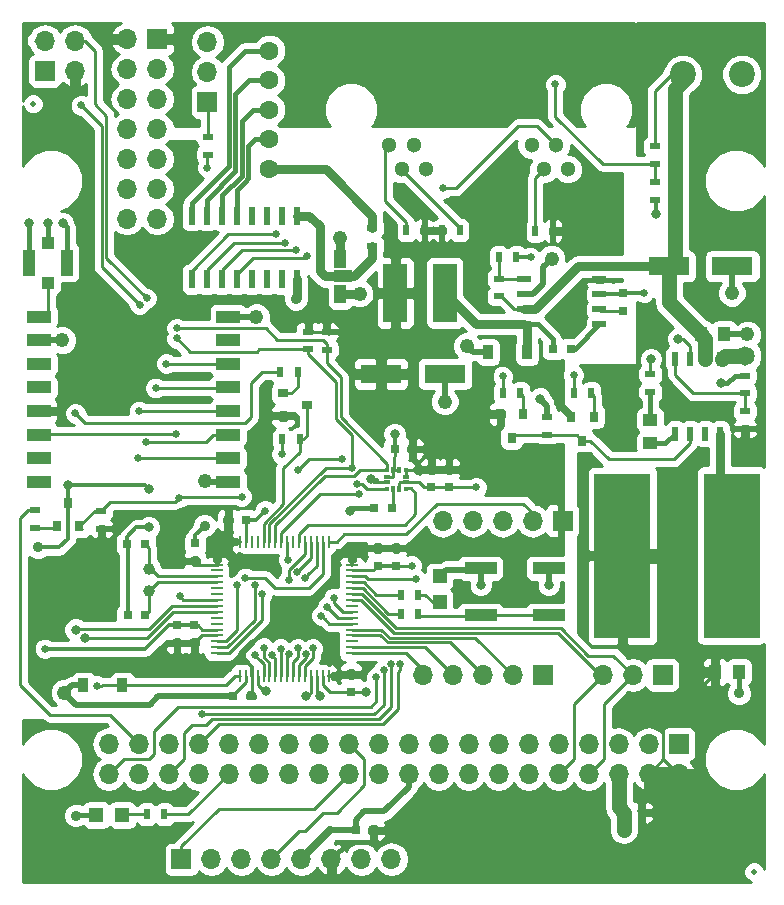
<source format=gbr>
G04 #@! TF.FileFunction,Copper,L1,Top,Signal*
%FSLAX46Y46*%
G04 Gerber Fmt 4.6, Leading zero omitted, Abs format (unit mm)*
G04 Created by KiCad (PCBNEW 4.0.7) date 06/19/19 10:20:30*
%MOMM*%
%LPD*%
G01*
G04 APERTURE LIST*
%ADD10C,0.100000*%
%ADD11C,0.500000*%
%ADD12C,1.300000*%
%ADD13R,0.600000X1.500000*%
%ADD14R,1.700000X1.700000*%
%ADD15O,1.700000X1.700000*%
%ADD16R,0.500000X0.300000*%
%ADD17R,0.450000X0.450000*%
%ADD18R,0.300000X0.500000*%
%ADD19R,0.750000X0.800000*%
%ADD20R,0.800000X0.750000*%
%ADD21R,3.500000X1.600000*%
%ADD22R,1.000000X1.250000*%
%ADD23R,1.250000X1.000000*%
%ADD24R,0.900000X1.200000*%
%ADD25R,1.200000X1.200000*%
%ADD26R,0.900000X0.500000*%
%ADD27R,1.000000X1.000000*%
%ADD28R,1.000000X2.200000*%
%ADD29R,1.000000X1.500000*%
%ADD30R,1.500000X1.000000*%
%ADD31R,4.750000X14.000000*%
%ADD32C,2.200000*%
%ADD33C,1.600000*%
%ADD34R,0.900000X0.800000*%
%ADD35R,0.800000X0.900000*%
%ADD36R,0.500000X0.900000*%
%ADD37R,1.143000X0.508000*%
%ADD38R,2.000000X1.000000*%
%ADD39R,1.000000X0.250000*%
%ADD40R,0.250000X1.000000*%
%ADD41R,0.508000X1.143000*%
%ADD42C,1.000000*%
%ADD43R,2.000000X5.000000*%
%ADD44R,2.750000X1.000000*%
%ADD45C,0.810000*%
%ADD46C,1.220000*%
%ADD47C,0.650000*%
%ADD48C,0.900000*%
%ADD49C,1.640000*%
%ADD50C,0.250000*%
%ADD51C,0.500000*%
%ADD52C,0.400000*%
%ADD53C,0.300000*%
%ADD54C,0.800000*%
%ADD55C,0.640000*%
%ADD56C,1.270000*%
%ADD57C,0.254000*%
G04 APERTURE END LIST*
D10*
D11*
X2000000Y67000000D03*
D12*
X47250000Y61470000D03*
X46230000Y63500000D03*
X45210000Y61470000D03*
X44190000Y63500000D03*
X32160000Y63500000D03*
X33180000Y61470000D03*
X34200000Y63500000D03*
X35220000Y61470000D03*
D13*
X15430000Y52150000D03*
X16700000Y52150000D03*
X17970000Y52150000D03*
X19240000Y52150000D03*
X20510000Y52150000D03*
X21780000Y52150000D03*
X23050000Y52150000D03*
X24320000Y52150000D03*
X24320000Y57550000D03*
X23050000Y57550000D03*
X21780000Y57550000D03*
X20510000Y57550000D03*
X19240000Y57550000D03*
X17970000Y57550000D03*
X16700000Y57550000D03*
X15430000Y57550000D03*
D14*
X55280000Y18650000D03*
D15*
X52740000Y18650000D03*
X50200000Y18650000D03*
D16*
X31975000Y35450000D03*
X31975000Y34950000D03*
X33525000Y35450000D03*
X33525000Y34950000D03*
D17*
X31950000Y34400000D03*
X33550000Y34400000D03*
X31950000Y36000000D03*
X33550000Y36000000D03*
D18*
X32500000Y34425000D03*
X33000000Y34425000D03*
X33000000Y35975000D03*
X32500000Y35975000D03*
D14*
X45120000Y18650000D03*
D15*
X42580000Y18650000D03*
X40040000Y18650000D03*
X37500000Y18650000D03*
X34960000Y18650000D03*
D19*
X51900000Y49500000D03*
X51900000Y51000000D03*
X14150000Y21350000D03*
X14150000Y22850000D03*
D20*
X9950000Y29750000D03*
X11450000Y29750000D03*
X10000000Y23700000D03*
X11500000Y23700000D03*
D19*
X15650000Y21350000D03*
X15650000Y22850000D03*
X15700000Y29800000D03*
X15700000Y28300000D03*
D20*
X47500000Y46250000D03*
X46000000Y46250000D03*
X20000000Y31750000D03*
X18500000Y31750000D03*
X18900000Y16850000D03*
X20400000Y16850000D03*
D21*
X55800000Y53250000D03*
X61200000Y53250000D03*
X31450000Y44150000D03*
X36850000Y44150000D03*
D19*
X28900000Y17200000D03*
X28900000Y18700000D03*
X31150000Y27900000D03*
X31150000Y29400000D03*
X32700000Y27900000D03*
X32700000Y29400000D03*
X37200000Y34550000D03*
X37200000Y36050000D03*
D22*
X60500000Y47500000D03*
X58500000Y47500000D03*
D19*
X35700000Y34550000D03*
X35700000Y36050000D03*
D23*
X54250000Y38250000D03*
X54250000Y40250000D03*
D20*
X34100000Y37800000D03*
X32600000Y37800000D03*
X30850000Y32750000D03*
X32350000Y32750000D03*
D22*
X59750000Y18900000D03*
X61750000Y18900000D03*
D20*
X52000000Y7000000D03*
X53500000Y7000000D03*
X29300000Y5500000D03*
X30800000Y5500000D03*
D24*
X43800000Y46000000D03*
X40500000Y46000000D03*
D25*
X36400000Y24800000D03*
X36400000Y27000000D03*
X9550000Y6800000D03*
X7350000Y6800000D03*
D24*
X9550000Y17775000D03*
X6250000Y17775000D03*
D26*
X30700000Y55000000D03*
X30700000Y56500000D03*
D27*
X3250000Y51850000D03*
D28*
X4850000Y53550000D03*
X1650000Y53550000D03*
D27*
X3250000Y55250000D03*
D14*
X56650000Y12800000D03*
D15*
X56650000Y10260000D03*
X54110000Y12800000D03*
X54110000Y10260000D03*
X51570000Y12800000D03*
X51570000Y10260000D03*
X49030000Y12800000D03*
X49030000Y10260000D03*
X46490000Y12800000D03*
X46490000Y10260000D03*
X43950000Y12800000D03*
X43950000Y10260000D03*
X41410000Y12800000D03*
X41410000Y10260000D03*
X38870000Y12800000D03*
X38870000Y10260000D03*
X36330000Y12800000D03*
X36330000Y10260000D03*
X33790000Y12800000D03*
X33790000Y10260000D03*
X31250000Y12800000D03*
X31250000Y10260000D03*
X28710000Y12800000D03*
X28710000Y10260000D03*
X26170000Y12800000D03*
X26170000Y10260000D03*
X23630000Y12800000D03*
X23630000Y10260000D03*
X21090000Y12800000D03*
X21090000Y10260000D03*
X18550000Y12800000D03*
X18550000Y10260000D03*
X16010000Y12800000D03*
X16010000Y10260000D03*
X13470000Y12800000D03*
X13470000Y10260000D03*
X10930000Y12800000D03*
X10930000Y10260000D03*
X8390000Y12800000D03*
X8390000Y10260000D03*
D29*
X28000000Y53900000D03*
D30*
X28250000Y52400000D03*
D29*
X28000000Y50900000D03*
D31*
X61125000Y28750000D03*
X51875000Y28750000D03*
D32*
X62000000Y69500000D03*
X57000000Y69500000D03*
D14*
X46830000Y31700000D03*
D15*
X44290000Y31700000D03*
X41750000Y31700000D03*
X39210000Y31700000D03*
X36670000Y31700000D03*
D14*
X16750000Y67170000D03*
D15*
X16750000Y69710000D03*
X16750000Y72250000D03*
D33*
X22000000Y71500000D03*
X22000000Y69000000D03*
X22000000Y66500000D03*
X22000000Y64000000D03*
X22000000Y61500000D03*
D14*
X12500000Y72500000D03*
D15*
X9960000Y72500000D03*
X12500000Y69960000D03*
X9960000Y69960000D03*
X12500000Y67420000D03*
X9960000Y67420000D03*
X12500000Y64880000D03*
X9960000Y64880000D03*
X12500000Y62340000D03*
X9960000Y62340000D03*
X12500000Y59800000D03*
X9960000Y59800000D03*
X12500000Y57260000D03*
X9960000Y57260000D03*
D14*
X3000000Y69800000D03*
D15*
X5540000Y69800000D03*
X3000000Y72340000D03*
X5540000Y72340000D03*
D34*
X23150000Y42500000D03*
X23150000Y40600000D03*
X25150000Y41550000D03*
D35*
X49450000Y40500000D03*
X47550000Y40500000D03*
X48500000Y38500000D03*
X43450000Y40750000D03*
X41550000Y40750000D03*
X42500000Y38750000D03*
X4000000Y31250000D03*
X5900000Y31250000D03*
X4950000Y33250000D03*
D26*
X54600000Y61900000D03*
X54600000Y63400000D03*
D36*
X22900000Y44300000D03*
X24400000Y44300000D03*
D26*
X54600000Y60350000D03*
X54600000Y58850000D03*
X25275000Y47725000D03*
X25275000Y46225000D03*
X26850000Y47700000D03*
X26850000Y46200000D03*
D36*
X23050000Y38600000D03*
X24550000Y38600000D03*
D26*
X41400000Y50700000D03*
X41400000Y52200000D03*
D36*
X41400000Y54000000D03*
X42900000Y54000000D03*
X47750000Y42500000D03*
X49250000Y42500000D03*
X43250000Y42500000D03*
X41750000Y42500000D03*
D26*
X2150000Y32600000D03*
X2150000Y31100000D03*
X45500000Y39000000D03*
X45500000Y40500000D03*
D36*
X33100000Y25450000D03*
X34600000Y25450000D03*
D26*
X7750000Y31050000D03*
X7750000Y32550000D03*
X54250000Y42600000D03*
X54250000Y44100000D03*
X16800000Y62700000D03*
X16800000Y64200000D03*
X62250000Y39500000D03*
X62250000Y41000000D03*
X62250000Y42500000D03*
X62250000Y44000000D03*
D36*
X13100000Y6850000D03*
X11600000Y6850000D03*
X44500000Y56250000D03*
X46000000Y56250000D03*
X38100000Y56300000D03*
X36600000Y56300000D03*
X35100000Y56300000D03*
X33600000Y56300000D03*
D37*
X43575000Y48345000D03*
X43575000Y49615000D03*
X43575000Y50885000D03*
X43575000Y52155000D03*
X49925000Y52155000D03*
X49925000Y50885000D03*
X49925000Y49615000D03*
X49925000Y48345000D03*
D38*
X2500000Y49000000D03*
X2500000Y47000000D03*
X2500000Y45000000D03*
X2500000Y43000000D03*
X2500000Y41000000D03*
X2500000Y39000000D03*
X2500000Y37000000D03*
X2500000Y35000000D03*
X18500000Y35000000D03*
X18500000Y37000000D03*
X18500000Y39000000D03*
X18500000Y41000000D03*
X18500000Y43000000D03*
X18500000Y45000000D03*
X18500000Y47000000D03*
X18500000Y49000000D03*
D39*
X17550000Y28000000D03*
X17550000Y27500000D03*
X17550000Y27000000D03*
X17550000Y26500000D03*
X17550000Y26000000D03*
X17550000Y25500000D03*
X17550000Y25000000D03*
X17550000Y24500000D03*
X17550000Y24000000D03*
X17550000Y23500000D03*
X17550000Y23000000D03*
X17550000Y22500000D03*
X17550000Y22000000D03*
X17550000Y21500000D03*
X17550000Y21000000D03*
X17550000Y20500000D03*
D40*
X19500000Y18550000D03*
X20000000Y18550000D03*
X20500000Y18550000D03*
X21000000Y18550000D03*
X21500000Y18550000D03*
X22000000Y18550000D03*
X22500000Y18550000D03*
X23000000Y18550000D03*
X23500000Y18550000D03*
X24000000Y18550000D03*
X24500000Y18550000D03*
X25000000Y18550000D03*
X25500000Y18550000D03*
X26000000Y18550000D03*
X26500000Y18550000D03*
X27000000Y18550000D03*
D39*
X28950000Y20500000D03*
X28950000Y21000000D03*
X28950000Y21500000D03*
X28950000Y22000000D03*
X28950000Y22500000D03*
X28950000Y23000000D03*
X28950000Y23500000D03*
X28950000Y24000000D03*
X28950000Y24500000D03*
X28950000Y25000000D03*
X28950000Y25500000D03*
X28950000Y26000000D03*
X28950000Y26500000D03*
X28950000Y27000000D03*
X28950000Y27500000D03*
X28950000Y28000000D03*
D40*
X27000000Y29950000D03*
X26500000Y29950000D03*
X26000000Y29950000D03*
X25500000Y29950000D03*
X25000000Y29950000D03*
X24500000Y29950000D03*
X24000000Y29950000D03*
X23500000Y29950000D03*
X23000000Y29950000D03*
X22500000Y29950000D03*
X22000000Y29950000D03*
X21500000Y29950000D03*
X21000000Y29950000D03*
X20500000Y29950000D03*
X20000000Y29950000D03*
X19500000Y29950000D03*
D41*
X60155000Y39075000D03*
X58885000Y39075000D03*
X57615000Y39075000D03*
X56345000Y39075000D03*
X56345000Y45425000D03*
X57615000Y45425000D03*
X58885000Y45425000D03*
X60155000Y45425000D03*
D14*
X14550000Y3050000D03*
D15*
X17090000Y3050000D03*
X19630000Y3050000D03*
X22170000Y3050000D03*
X24710000Y3050000D03*
X27250000Y3050000D03*
X29790000Y3050000D03*
X32330000Y3050000D03*
D42*
X11800000Y27650000D03*
X11800000Y25750000D03*
D43*
X36850000Y51000000D03*
X32650000Y51000000D03*
D36*
X34600000Y23800000D03*
X33100000Y23800000D03*
D44*
X39870000Y23700000D03*
X45630000Y23700000D03*
X45630000Y27700000D03*
X39870000Y27700000D03*
D11*
X63000000Y2000000D03*
D45*
X4481594Y56914596D03*
X3250000Y56875000D03*
X1650000Y56875000D03*
D46*
X4625000Y17150000D03*
D47*
X2988314Y20860831D03*
D48*
X24228264Y50497379D03*
D46*
X20900000Y48950000D03*
D47*
X21629669Y32559436D03*
X23036837Y37357028D03*
D45*
X45650000Y26300000D03*
X39900000Y26300000D03*
X32600000Y39050000D03*
D48*
X16500000Y31300000D03*
X2400000Y29450000D03*
X5600000Y6750000D03*
X61750000Y17100000D03*
D47*
X39500000Y34550000D03*
D46*
X52000000Y5500000D03*
D45*
X54300000Y45400000D03*
X56600000Y47100000D03*
X30200000Y17200000D03*
X11785209Y31144101D03*
X11785209Y34413678D03*
X4950000Y34750000D03*
D49*
X62281248Y45674508D03*
D45*
X54750000Y57700000D03*
D46*
X45900000Y53900000D03*
D47*
X44100000Y54000000D03*
X53700000Y51000000D03*
D45*
X28800000Y32550000D03*
D47*
X34050000Y27900000D03*
D46*
X16506647Y35040565D03*
D45*
X60250000Y43350000D03*
D46*
X36850000Y41800000D03*
X38700000Y46500000D03*
D45*
X44908812Y42041188D03*
D46*
X62450000Y47500000D03*
X61150000Y51000000D03*
X4450000Y47000000D03*
D45*
X30563112Y35225414D03*
D47*
X34750000Y49650000D03*
X47850000Y51025000D03*
D45*
X30740165Y39415185D03*
D46*
X29634541Y50931469D03*
X58675000Y64625000D03*
D49*
X56375000Y28725000D03*
D46*
X27987844Y55620920D03*
X41850000Y67100000D03*
D47*
X7375000Y17750000D03*
X33068304Y19562025D03*
X47744039Y44052618D03*
X5550831Y40812198D03*
X24978116Y26851978D03*
X32268545Y19619540D03*
X24339514Y27357539D03*
X31676759Y19081202D03*
X16287625Y15331702D03*
X23621086Y26692328D03*
X31052413Y18453165D03*
X34414015Y26750000D03*
X19635190Y33752831D03*
X24442351Y36033292D03*
X28170671Y36899466D03*
X14358550Y33645458D03*
X14401115Y25294198D03*
X25050000Y20400000D03*
D45*
X21738215Y17270280D03*
X5600000Y22500000D03*
X25100000Y16850000D03*
X6410594Y21767697D03*
X26300000Y16850000D03*
D47*
X29384913Y34832680D03*
X6050000Y66875000D03*
X28954453Y36202770D03*
X11008047Y50011861D03*
X14150000Y47150000D03*
X11600000Y50550000D03*
X14150000Y47989299D03*
X36700000Y59850000D03*
X21378979Y25488754D03*
X20774923Y26256067D03*
X19942306Y26860123D03*
X46200000Y68650000D03*
X19250000Y26250000D03*
X29593813Y33963654D03*
X41758483Y43953239D03*
X16750000Y61600000D03*
X25664579Y20912149D03*
X14100000Y39050000D03*
X24407640Y20903963D03*
X10900000Y37000000D03*
X21535055Y20951767D03*
X11550000Y38350000D03*
X22198307Y20337193D03*
X10950000Y41000000D03*
X20788288Y20344637D03*
X12350000Y42950000D03*
X22946748Y20878748D03*
X13250010Y44999990D03*
X23659917Y20412921D03*
X23327910Y55236010D03*
X26387917Y23674280D03*
X24210985Y54621974D03*
X26879675Y24411629D03*
X25181843Y54083337D03*
X27461798Y25178327D03*
X23581173Y28381963D03*
X22535290Y55982985D03*
D50*
X51900000Y49500000D02*
X50040000Y49500000D01*
X50040000Y49500000D02*
X49925000Y49615000D01*
D51*
X18900000Y16850000D02*
X12600000Y16850000D01*
X12600000Y16850000D02*
X11885000Y16135000D01*
X11885000Y16135000D02*
X5640000Y16135000D01*
X5640000Y16135000D02*
X4625000Y17150000D01*
D50*
X20000000Y18550000D02*
X20000000Y18017971D01*
X20000000Y18017971D02*
X18900000Y16917971D01*
X18900000Y16917971D02*
X18900000Y16850000D01*
D52*
X4850000Y56546190D02*
X4481594Y56914596D01*
X4850000Y53550000D02*
X4850000Y56546190D01*
X3250000Y55250000D02*
X3250000Y56875000D01*
X1650000Y53550000D02*
X1650000Y56875000D01*
D51*
X6250000Y17775000D02*
X5250000Y17775000D01*
X5250000Y17775000D02*
X4625000Y17150000D01*
D53*
X11485831Y20860831D02*
X2988314Y20860831D01*
X13475000Y22850000D02*
X11485831Y20860831D01*
X14150000Y22850000D02*
X13475000Y22850000D01*
D51*
X36400000Y27000000D02*
X36947802Y27547802D01*
X36947802Y27547802D02*
X39717802Y27547802D01*
X39717802Y27547802D02*
X39870000Y27700000D01*
D54*
X24320000Y50589115D02*
X24228264Y50497379D01*
X24320000Y52150000D02*
X24320000Y50589115D01*
D51*
X18500000Y49000000D02*
X20850000Y49000000D01*
X20850000Y49000000D02*
X20900000Y48950000D01*
D53*
X21304670Y32234437D02*
X21629669Y32559436D01*
X20820233Y31750000D02*
X21304670Y32234437D01*
X20000000Y31750000D02*
X20820233Y31750000D01*
D51*
X45650000Y26680000D02*
X45650000Y26300000D01*
X45630000Y27700000D02*
X45630000Y26700000D01*
X45630000Y26700000D02*
X45650000Y26680000D01*
X39870000Y27700000D02*
X39870000Y26330000D01*
X39870000Y26330000D02*
X39900000Y26300000D01*
D53*
X32600000Y37800000D02*
X32600000Y39050000D01*
X15700000Y29800000D02*
X15700000Y30500000D01*
X15700000Y30500000D02*
X16500000Y31300000D01*
X4950000Y30200000D02*
X4200000Y29450000D01*
X4200000Y29450000D02*
X2400000Y29450000D01*
X4950000Y32500000D02*
X4950000Y30200000D01*
X4950000Y33250000D02*
X4950000Y32500000D01*
X10000000Y23700000D02*
X10000000Y29700000D01*
X10000000Y29700000D02*
X9950000Y29750000D01*
X31150000Y27900000D02*
X32700000Y27900000D01*
D52*
X7350000Y6800000D02*
X5650000Y6800000D01*
X5650000Y6800000D02*
X5600000Y6750000D01*
X61750000Y18900000D02*
X61750000Y17100000D01*
D50*
X37825000Y34550000D02*
X39500000Y34550000D01*
X37200000Y34550000D02*
X37825000Y34550000D01*
D53*
X14150000Y22850000D02*
X13900000Y22850000D01*
D51*
X29300000Y5500000D02*
X29300000Y6375000D01*
X29300000Y6375000D02*
X30025000Y7100000D01*
X30025000Y7100000D02*
X31730369Y7100000D01*
X31730369Y7100000D02*
X33790000Y9159631D01*
X33790000Y9159631D02*
X33790000Y10260000D01*
X27160000Y5500000D02*
X29300000Y5500000D01*
D55*
X24710000Y3050000D02*
X27160000Y5500000D01*
D56*
X52000000Y7000000D02*
X52000000Y5500000D01*
X51570000Y10260000D02*
X51570000Y7430000D01*
X51570000Y7430000D02*
X52000000Y7000000D01*
D50*
X54250000Y44100000D02*
X54250000Y45350000D01*
X54250000Y45350000D02*
X54300000Y45400000D01*
X57615000Y46485000D02*
X57000000Y47100000D01*
X57000000Y47100000D02*
X56600000Y47100000D01*
X57615000Y46246500D02*
X57615000Y46485000D01*
X57615000Y45425000D02*
X57615000Y46246500D01*
X28900000Y17200000D02*
X30200000Y17200000D01*
X26500000Y18550000D02*
X26500000Y17800000D01*
X26500000Y17800000D02*
X27100000Y17200000D01*
X27100000Y17200000D02*
X28275000Y17200000D01*
X28275000Y17200000D02*
X28900000Y17200000D01*
D53*
X9950000Y29750000D02*
X9950000Y30365045D01*
X9950000Y30365045D02*
X10729056Y31144101D01*
X10729056Y31144101D02*
X11785209Y31144101D01*
X11448887Y34750000D02*
X11785209Y34413678D01*
X4950000Y34750000D02*
X11448887Y34750000D01*
X4950000Y33250000D02*
X4950000Y34750000D01*
D56*
X61121593Y45674508D02*
X62281248Y45674508D01*
X60604518Y45674508D02*
X61121593Y45674508D01*
X60355010Y45425000D02*
X60604518Y45674508D01*
D53*
X54750000Y58800000D02*
X54750000Y57700000D01*
D51*
X45200000Y51770000D02*
X45200000Y53200000D01*
X45200000Y53200000D02*
X45900000Y53900000D01*
X44315000Y50885000D02*
X45200000Y51770000D01*
X43575000Y50885000D02*
X44315000Y50885000D01*
D53*
X42900000Y54000000D02*
X44100000Y54000000D01*
X51900000Y51000000D02*
X53700000Y51000000D01*
X49925000Y50885000D02*
X51785000Y50885000D01*
X51785000Y50885000D02*
X51900000Y51000000D01*
D50*
X20000000Y29950000D02*
X20000000Y31750000D01*
D52*
X30850000Y32750000D02*
X29000000Y32750000D01*
X29000000Y32750000D02*
X28800000Y32550000D01*
D50*
X32700000Y27900000D02*
X34050000Y27900000D01*
X28950000Y27500000D02*
X30750000Y27500000D01*
X30750000Y27500000D02*
X31150000Y27900000D01*
X35700000Y34550000D02*
X37200000Y34550000D01*
X31975000Y35450000D02*
X32475000Y35450000D01*
X32475000Y35450000D02*
X32500000Y35475000D01*
X32500000Y35475000D02*
X32500000Y35975000D01*
X33000000Y35975000D02*
X32500000Y35975000D01*
X33000000Y34425000D02*
X33000000Y34925000D01*
X33000000Y34925000D02*
X33025000Y34950000D01*
X33025000Y34950000D02*
X33525000Y34950000D01*
D51*
X16547212Y35000000D02*
X16506647Y35040565D01*
X18500000Y35000000D02*
X16547212Y35000000D01*
D50*
X17550000Y22500000D02*
X16273797Y22500000D01*
X16273797Y22500000D02*
X15923797Y22850000D01*
X15923797Y22850000D02*
X15650000Y22850000D01*
D52*
X62250000Y44000000D02*
X62339332Y44000000D01*
X61417346Y43996733D02*
X60770613Y43350000D01*
X62339332Y44000000D02*
X62342599Y43996733D01*
X62342599Y43996733D02*
X61417346Y43996733D01*
X60770613Y43350000D02*
X60250000Y43350000D01*
D50*
X32600000Y37800000D02*
X32600000Y37175000D01*
X32600000Y37175000D02*
X32500816Y37075816D01*
X32500816Y37075816D02*
X32500816Y35999185D01*
X32500816Y35999185D02*
X32523887Y35976114D01*
X35700000Y34550000D02*
X35075000Y34550000D01*
X35075000Y34550000D02*
X34674999Y34950001D01*
X34674999Y34950001D02*
X34025000Y34950000D01*
X34025000Y34950000D02*
X33525000Y34950000D01*
X23050000Y38600000D02*
X23050000Y37300000D01*
D51*
X36850000Y44150000D02*
X36850000Y41800000D01*
X40500000Y46000000D02*
X39200000Y46000000D01*
X39200000Y46000000D02*
X38700000Y46500000D01*
X45500000Y40500000D02*
X45500000Y41450000D01*
X45500000Y41450000D02*
X44908812Y42041188D01*
X62250000Y47300000D02*
X62450000Y47500000D01*
X60500000Y47500000D02*
X62450000Y47500000D01*
X61200000Y53250000D02*
X61200000Y51050000D01*
X61200000Y51050000D02*
X61150000Y51000000D01*
X2500000Y47000000D02*
X4450000Y47000000D01*
D53*
X14150000Y22850000D02*
X15650000Y22850000D01*
D51*
X19600000Y20400000D02*
X20600000Y21400000D01*
X19600000Y20200000D02*
X19600000Y20400000D01*
X20050000Y19750000D02*
X19600000Y20200000D01*
X20100000Y19750000D02*
X20050000Y19750000D01*
D53*
X20500000Y19350000D02*
X20100000Y19750000D01*
X20500000Y18550000D02*
X20500000Y19350000D01*
D50*
X20500000Y18550000D02*
X20500000Y16950000D01*
X20500000Y16950000D02*
X20400000Y16850000D01*
X20400000Y16850000D02*
X20550000Y16850000D01*
X31975000Y34950000D02*
X30838526Y34950000D01*
X30838526Y34950000D02*
X30655928Y35132598D01*
X30655928Y35132598D02*
X30563112Y35225414D01*
X25275000Y47725000D02*
X26825000Y47725000D01*
X26825000Y47725000D02*
X26850000Y47700000D01*
D55*
X46425000Y41675000D02*
X46425000Y42225000D01*
X47550000Y40500000D02*
X47550000Y40550000D01*
X47550000Y40550000D02*
X46425000Y41675000D01*
D53*
X18525000Y29950000D02*
X19075000Y29950000D01*
X19500000Y29950000D02*
X19075000Y29950000D01*
X19075000Y29950000D02*
X18500000Y30525000D01*
X18500000Y30525000D02*
X18500000Y30735000D01*
X28950000Y28000000D02*
X28950000Y28425000D01*
X28950000Y28425000D02*
X29925000Y29400000D01*
X29925000Y29400000D02*
X30475000Y29400000D01*
X30475000Y29400000D02*
X31150000Y29400000D01*
X27000000Y18550000D02*
X28750000Y18550000D01*
X28750000Y18550000D02*
X28900000Y18700000D01*
D52*
X18525000Y29950000D02*
X17550000Y28975000D01*
X17550000Y28975000D02*
X17550000Y28025001D01*
D50*
X17550000Y28000000D02*
X16000000Y28000000D01*
X16000000Y28000000D02*
X15700000Y28300000D01*
X17550000Y22000000D02*
X16300000Y22000000D01*
X16300000Y22000000D02*
X15650000Y21350000D01*
X49925000Y52155000D02*
X48980000Y52155000D01*
X48980000Y52155000D02*
X47850000Y51025000D01*
X33550000Y36000000D02*
X35650000Y36000000D01*
X35650000Y36000000D02*
X35700000Y36050000D01*
X33525000Y35450000D02*
X33525000Y35975000D01*
X33525000Y35975000D02*
X33550000Y36000000D01*
D55*
X18500000Y31750000D02*
X18500000Y30735000D01*
D50*
X16750000Y27000000D02*
X17550000Y27000000D01*
X16750000Y27000000D02*
X12586081Y27000000D01*
X12586081Y27000000D02*
X11936081Y27650000D01*
X11936081Y27650000D02*
X11800000Y27650000D01*
X11800000Y27650000D02*
X11800000Y29400000D01*
X11800000Y29400000D02*
X11450000Y29750000D01*
X16750000Y26500000D02*
X17550000Y26500000D01*
X16750000Y26500000D02*
X12550000Y26500000D01*
X12550000Y26500000D02*
X11800000Y25750000D01*
X11800000Y25750000D02*
X11800000Y24000000D01*
X11800000Y24000000D02*
X11500000Y23700000D01*
D52*
X47500000Y46250000D02*
X47830000Y46250000D01*
X47830000Y46250000D02*
X49925000Y48345000D01*
D54*
X36850000Y51000000D02*
X39505000Y48345000D01*
X39505000Y48345000D02*
X43575000Y48345000D01*
D52*
X46000000Y46250000D02*
X46000000Y47069905D01*
X46000000Y47069905D02*
X44724905Y48345000D01*
X44724905Y48345000D02*
X43575000Y48345000D01*
D54*
X43800000Y46000000D02*
X43800000Y48120000D01*
X43800000Y48120000D02*
X43575000Y48345000D01*
X28000000Y50900000D02*
X29603072Y50900000D01*
X29603072Y50900000D02*
X29634541Y50931469D01*
D56*
X57000000Y69500000D02*
X57000000Y68921074D01*
X56003997Y53250000D02*
X55800000Y53250000D01*
X57000000Y68921074D02*
X56366031Y68287105D01*
X56366031Y68287105D02*
X56366031Y53528886D01*
X56045571Y53208426D02*
X56003997Y53250000D01*
X56366031Y53528886D02*
X56045571Y53208426D01*
D50*
X57000000Y69500000D02*
X56044166Y69500000D01*
X56044166Y69500000D02*
X54600000Y68055834D01*
X54600000Y68055834D02*
X54600000Y63400000D01*
D56*
X57000000Y69500000D02*
X56592825Y69092825D01*
D50*
X41400000Y50700000D02*
X41600000Y50700000D01*
X41600000Y50700000D02*
X42685000Y49615000D01*
X42685000Y49615000D02*
X42753500Y49615000D01*
X42753500Y49615000D02*
X43575000Y49615000D01*
D54*
X43575000Y49615000D02*
X44511829Y49615000D01*
X44511829Y49615000D02*
X48146829Y53250000D01*
X48146829Y53250000D02*
X55800000Y53250000D01*
D56*
X58885000Y45425000D02*
X58885000Y47115000D01*
X58885000Y47115000D02*
X58500000Y47500000D01*
X55800000Y53250000D02*
X55800000Y50200000D01*
X55800000Y50200000D02*
X58500000Y47500000D01*
D52*
X54250000Y38250000D02*
X55520000Y38250000D01*
X55520000Y38250000D02*
X56345000Y39075000D01*
D50*
X56345000Y38757500D02*
X56345000Y39075000D01*
D52*
X54250000Y40250000D02*
X54250000Y42600000D01*
D50*
X32500000Y34437500D02*
X32500000Y32900000D01*
X32500000Y32900000D02*
X32350000Y32750000D01*
X41850000Y67100000D02*
X47195741Y72445741D01*
X47195741Y72445741D02*
X58464235Y72445741D01*
X58464235Y72445741D02*
X59788841Y71121135D01*
X59788841Y71121135D02*
X59788841Y65738841D01*
X59788841Y65738841D02*
X58675000Y64625000D01*
D56*
X51875000Y28750000D02*
X56350000Y28750000D01*
X56350000Y28750000D02*
X56375000Y28725000D01*
D54*
X28000000Y53900000D02*
X28000000Y55608764D01*
X28000000Y55608764D02*
X27987844Y55620920D01*
D56*
X54110000Y10260000D02*
X54130214Y10239786D01*
X56629786Y10239786D02*
X56650000Y10260000D01*
X54130214Y10239786D02*
X56629786Y10239786D01*
X56650000Y10260000D02*
X57499999Y9410001D01*
X57499999Y9410001D02*
X57589999Y9410001D01*
X55070000Y9300000D02*
X55850000Y9300000D01*
X54110000Y10260000D02*
X55070000Y9300000D01*
D50*
X56650000Y10260000D02*
X56590000Y10260000D01*
X56590000Y10260000D02*
X55740001Y11109999D01*
X55740001Y11109999D02*
X55350000Y11500000D01*
X55350000Y11500000D02*
X55350000Y14375000D01*
X55350000Y14375000D02*
X59750000Y18775000D01*
X59750000Y18775000D02*
X59750000Y18900000D01*
X54110000Y10260000D02*
X55350000Y11500000D01*
D52*
X27250000Y3050000D02*
X28700000Y4500000D01*
X28700000Y4500000D02*
X30575000Y4500000D01*
X30575000Y4500000D02*
X30800000Y4725000D01*
X30800000Y4725000D02*
X30800000Y5500000D01*
D50*
X34600000Y25450000D02*
X35158495Y25450000D01*
X35158495Y25450000D02*
X35808495Y24800000D01*
X35808495Y24800000D02*
X36400000Y24800000D01*
X11600000Y6850000D02*
X9600000Y6850000D01*
X9600000Y6850000D02*
X9550000Y6800000D01*
X9550000Y17775000D02*
X18305368Y17775000D01*
X18305368Y17775000D02*
X19080368Y18550000D01*
X19080368Y18550000D02*
X19500000Y18550000D01*
X7834619Y17750000D02*
X7859619Y17775000D01*
X7859619Y17775000D02*
X9550000Y17775000D01*
X7375000Y17750000D02*
X7834619Y17750000D01*
X19475156Y18525156D02*
X19500000Y18550000D01*
D54*
X24320000Y57550000D02*
X25334356Y57550000D01*
X25334356Y57550000D02*
X26250000Y56634356D01*
X26250000Y56634356D02*
X26250000Y52850000D01*
X26250000Y52850000D02*
X26700000Y52400000D01*
X26700000Y52400000D02*
X28250000Y52400000D01*
X28250000Y52400000D02*
X29162789Y52400000D01*
X29162789Y52400000D02*
X30700000Y53937211D01*
X30700000Y53937211D02*
X30700000Y53950000D01*
X30700000Y53950000D02*
X30700000Y55000000D01*
X30700000Y56500000D02*
X30700000Y57550000D01*
X30700000Y57550000D02*
X26750000Y61500000D01*
X26750000Y61500000D02*
X23131370Y61500000D01*
X23131370Y61500000D02*
X22000000Y61500000D01*
D50*
X3250000Y51850000D02*
X3250000Y49182682D01*
X3250000Y49182682D02*
X3067318Y49000000D01*
X3067318Y49000000D02*
X2500000Y49000000D01*
X28950000Y25500000D02*
X29804273Y25500000D01*
X46641847Y22600044D02*
X48959041Y20282850D01*
X29804273Y25500000D02*
X32704229Y22600044D01*
X32704229Y22600044D02*
X46641847Y22600044D01*
X48959041Y20282850D02*
X51107150Y20282850D01*
X51107150Y20282850D02*
X52740000Y18650000D01*
X50300000Y15610000D02*
X50300000Y16210000D01*
X50300000Y16210000D02*
X52740000Y18650000D01*
X50300000Y15610000D02*
X50310000Y15610000D01*
X49030000Y10260000D02*
X50300000Y11530000D01*
X50300000Y11530000D02*
X50300000Y15610000D01*
X50200000Y18650000D02*
X49969655Y18650000D01*
X49969655Y18650000D02*
X46419622Y22200033D01*
X46419622Y22200033D02*
X32538540Y22200033D01*
X29738573Y25000000D02*
X28950000Y25000000D01*
X32538540Y22200033D02*
X29738573Y25000000D01*
X47759273Y15609273D02*
X47759273Y16209273D01*
X47759273Y16209273D02*
X50200000Y18650000D01*
X47759273Y15609273D02*
X47769273Y15609273D01*
X47759273Y15609273D02*
X47759273Y11529273D01*
X47759273Y11529273D02*
X46490000Y10260000D01*
X30000000Y9300000D02*
X27700000Y7000000D01*
X30000000Y11510000D02*
X30000000Y9500000D01*
X27700000Y7000000D02*
X26572442Y7000000D01*
X30000000Y9500000D02*
X30000000Y9300000D01*
X24972442Y5400000D02*
X24520000Y5400000D01*
X22170000Y3050000D02*
X24520000Y5400000D01*
X28710000Y12800000D02*
X30000000Y11510000D01*
X26572442Y7000000D02*
X24972442Y5400000D01*
X28710000Y10260000D02*
X25750000Y7300000D01*
X25750000Y7300000D02*
X17700000Y7300000D01*
X14550000Y3050000D02*
X14550000Y4150000D01*
X14550000Y4150000D02*
X17700000Y7300000D01*
X13100000Y6850000D02*
X15140000Y6850000D01*
X15140000Y6850000D02*
X18550000Y10260000D01*
X16010000Y12800000D02*
X17741682Y14531682D01*
X17741682Y14531682D02*
X31631682Y14531682D01*
X31631682Y14531682D02*
X32881498Y15781498D01*
X32881498Y15781498D02*
X32881498Y18915600D01*
X32881498Y18915600D02*
X33068304Y19102406D01*
X33068304Y19102406D02*
X33068304Y19562025D01*
X47750000Y44046657D02*
X47744039Y44052618D01*
X47750000Y42500000D02*
X47750000Y44046657D01*
X5550831Y40812198D02*
X6363029Y40000000D01*
X21369867Y44300000D02*
X22900000Y44300000D01*
X6363029Y40000000D02*
X19963605Y40000000D01*
X19963605Y40000000D02*
X20430544Y40466939D01*
X20430544Y43360676D02*
X21369867Y44300000D01*
X20430544Y40466939D02*
X20430544Y43360676D01*
X26000000Y27873862D02*
X25303115Y27176977D01*
X26000000Y29950000D02*
X26000000Y27873862D01*
X25303115Y27176977D02*
X24978116Y26851978D01*
X13470000Y10260000D02*
X14319999Y11109999D01*
X14319999Y11109999D02*
X14319999Y11119999D01*
X14319999Y11119999D02*
X14750000Y11550000D01*
X14750000Y11550000D02*
X14750000Y13750000D01*
X14750000Y13750000D02*
X15450151Y14450151D01*
X15450151Y14450151D02*
X16650434Y14450151D01*
X16650434Y14450151D02*
X17131974Y14931691D01*
X17131974Y14931691D02*
X31241676Y14931691D01*
X31241676Y14931691D02*
X32287216Y15977231D01*
X32287216Y15977231D02*
X32287216Y19600869D01*
X32287216Y19600869D02*
X32268545Y19619540D01*
X10930000Y12800000D02*
X8480000Y15250000D01*
X8480000Y15250000D02*
X3419263Y15250000D01*
X3419263Y15250000D02*
X890763Y17778500D01*
X890763Y17778500D02*
X890763Y31957471D01*
X890763Y31957471D02*
X1533292Y32600000D01*
X1533292Y32600000D02*
X2150000Y32600000D01*
X24664513Y27682538D02*
X24339514Y27357539D01*
X25500000Y29950000D02*
X25500000Y28518025D01*
X25500000Y28518025D02*
X24664513Y27682538D01*
X16287625Y15331702D02*
X30888122Y15331702D01*
X30888122Y15331702D02*
X31676759Y16120339D01*
X31676759Y16120339D02*
X31676759Y18621583D01*
X31676759Y18621583D02*
X31676759Y19081202D01*
X23621086Y27151947D02*
X23621086Y26692328D01*
X23621086Y27530494D02*
X23621086Y27151947D01*
X25000000Y29950000D02*
X25000000Y28909408D01*
X25000000Y28909408D02*
X23621086Y27530494D01*
X8390000Y10260000D02*
X9680000Y11550000D01*
X9680000Y11550000D02*
X11800000Y11550000D01*
X11800000Y11550000D02*
X12200000Y11950000D01*
X12200000Y11950000D02*
X12200000Y13900000D01*
X12200000Y13900000D02*
X14250000Y15950000D01*
X14250000Y15950000D02*
X30570172Y15950000D01*
X30570172Y15950000D02*
X31052413Y16432241D01*
X31052413Y16432241D02*
X31052413Y18453165D01*
D54*
X60155000Y39075000D02*
X60155000Y29720000D01*
X60155000Y29720000D02*
X61125000Y28750000D01*
D50*
X44290000Y31700000D02*
X44290000Y32360000D01*
X44290000Y32360000D02*
X43500000Y33150000D01*
X43500000Y33150000D02*
X36150000Y33150000D01*
X36150000Y33150000D02*
X33550000Y30550000D01*
X27700000Y29950000D02*
X27000000Y29950000D01*
X33550000Y30550000D02*
X28300000Y30550000D01*
X28300000Y30550000D02*
X27700000Y29950000D01*
X28950000Y27000000D02*
X30065699Y27000000D01*
X30315699Y26750000D02*
X34414015Y26750000D01*
X30065699Y27000000D02*
X30315699Y26750000D01*
X19635190Y33752831D02*
X14465923Y33752831D01*
X24442351Y36033292D02*
X25308525Y36899466D01*
X25308525Y36899466D02*
X27711052Y36899466D01*
X27711052Y36899466D02*
X28170671Y36899466D01*
X7750000Y32550000D02*
X8523016Y33323016D01*
X8523016Y33323016D02*
X14030994Y33323016D01*
X14030994Y33323016D02*
X14033551Y33320459D01*
X14033551Y33320459D02*
X14358550Y33645458D01*
X14465923Y33752831D02*
X14358550Y33645458D01*
X7750000Y32550000D02*
X7200000Y32550000D01*
X7200000Y32550000D02*
X5900000Y31250000D01*
X14695313Y25000000D02*
X14401115Y25294198D01*
X17550000Y25000000D02*
X14695313Y25000000D01*
X5900000Y31250000D02*
X6148492Y31001508D01*
X16800000Y64200000D02*
X16800000Y67120000D01*
X16800000Y67120000D02*
X16750000Y67170000D01*
X24500000Y18550000D02*
X24500000Y19513771D01*
X24500000Y19513771D02*
X25050000Y20063771D01*
X25050000Y20063771D02*
X25050000Y20400000D01*
D52*
X22000000Y71500000D02*
X19940532Y71500000D01*
X19940532Y71500000D02*
X18549990Y70109458D01*
X18549990Y70109458D02*
X18549990Y61723917D01*
X18549990Y61723917D02*
X15430000Y58603927D01*
X15430000Y58603927D02*
X15430000Y57550000D01*
X19100000Y61300000D02*
X16700000Y58900000D01*
X16700000Y58900000D02*
X16700000Y57550000D01*
X22000000Y69000000D02*
X20300000Y69000000D01*
X20300000Y69000000D02*
X19100000Y67800000D01*
X19100000Y67800000D02*
X19100000Y61300000D01*
X19650010Y65511297D02*
X19650010Y61150000D01*
X19650010Y61150000D02*
X19650010Y60936160D01*
X17970000Y57550000D02*
X17970000Y59256149D01*
X17970000Y59256149D02*
X19650010Y60936159D01*
X19650010Y60936159D02*
X19650010Y61150000D01*
X22000000Y66500000D02*
X20638713Y66500000D01*
X20638713Y66500000D02*
X19650010Y65511297D01*
X19240000Y57550000D02*
X19240000Y59748319D01*
X19240000Y59748319D02*
X19900000Y60408319D01*
X20200020Y63400020D02*
X20800000Y64000000D01*
X19900000Y60400000D02*
X19900000Y60408319D01*
X19900000Y60408319D02*
X20200020Y60708339D01*
X20200020Y60708339D02*
X20200020Y63400020D01*
X20800000Y64000000D02*
X22000000Y64000000D01*
D50*
X28950000Y22500000D02*
X31464640Y22500000D01*
X31464640Y22500000D02*
X32164618Y21800022D01*
X32164618Y21800022D02*
X39429978Y21800022D01*
X39429978Y21800022D02*
X42580000Y18650000D01*
X28950000Y22000000D02*
X31398940Y22000000D01*
X31398940Y22000000D02*
X31998929Y21400011D01*
X37289989Y21400011D02*
X40040000Y18650000D01*
X31998929Y21400011D02*
X37289989Y21400011D01*
X28950000Y21000000D02*
X35150000Y21000000D01*
X35150000Y21000000D02*
X37500000Y18650000D01*
X28950000Y20500000D02*
X33571497Y20500000D01*
X33571497Y20500000D02*
X34960000Y19111497D01*
X34960000Y19111497D02*
X34960000Y18650000D01*
X21529720Y17270280D02*
X21738215Y17270280D01*
X21000000Y18550000D02*
X21000000Y17800000D01*
X21000000Y17800000D02*
X21529720Y17270280D01*
X13774784Y24500000D02*
X11798997Y22524213D01*
X5624213Y22524213D02*
X5600000Y22500000D01*
X17550000Y24500000D02*
X13774784Y24500000D01*
X11798997Y22524213D02*
X5624213Y22524213D01*
X25500000Y18550000D02*
X25500000Y17132061D01*
X25500000Y17132061D02*
X25217939Y16850000D01*
X25217939Y16850000D02*
X25100000Y16850000D01*
X6983350Y21767697D02*
X6410594Y21767697D01*
X11619024Y21767697D02*
X6983350Y21767697D01*
X13851327Y24000000D02*
X11619024Y21767697D01*
X17550000Y24000000D02*
X13851327Y24000000D01*
X26000000Y18550000D02*
X26000000Y17131685D01*
X26000000Y17131685D02*
X26281685Y16850000D01*
X26281685Y16850000D02*
X26300000Y16850000D01*
X31950000Y34400000D02*
X30252107Y34400000D01*
X29844532Y34807575D02*
X29844532Y34832680D01*
X30252107Y34400000D02*
X29844532Y34807575D01*
X29844532Y34832680D02*
X29384913Y34832680D01*
X7799989Y63100011D02*
X7799989Y65125011D01*
X7799989Y65125011D02*
X6050000Y66875000D01*
X7799989Y53200000D02*
X7799989Y63100011D01*
X7819908Y53200000D02*
X7799989Y53200000D01*
X11008047Y50011861D02*
X7819908Y53200000D01*
X25275000Y46225000D02*
X21125000Y46225000D01*
X21125000Y46225000D02*
X20910657Y46010657D01*
X20910657Y46010657D02*
X15289343Y46010657D01*
X15289343Y46010657D02*
X14150000Y47150000D01*
X28954453Y36202770D02*
X28954453Y38954757D01*
X28954453Y38954757D02*
X27619328Y40289882D01*
X27619328Y43480672D02*
X25275000Y45825000D01*
X27619328Y40289882D02*
X27619328Y43480672D01*
X25275000Y45825000D02*
X25275000Y46225000D01*
X26808439Y36202770D02*
X28494834Y36202770D01*
X22000000Y31394331D02*
X26808439Y36202770D01*
X22000000Y29950000D02*
X22000000Y31394331D01*
X28494834Y36202770D02*
X28954453Y36202770D01*
X2128684Y72340000D02*
X3000000Y72340000D01*
X11600000Y50550000D02*
X8200000Y53950000D01*
X8200000Y53950000D02*
X8200000Y66000000D01*
X8200000Y66000000D02*
X7200000Y67000000D01*
X7200000Y67000000D02*
X7200000Y71493426D01*
X7200000Y71493426D02*
X6353426Y72340000D01*
X6353426Y72340000D02*
X5540000Y72340000D01*
X26850000Y46200000D02*
X26850000Y46700000D01*
X26850000Y46700000D02*
X26550000Y47000000D01*
X26550000Y47000000D02*
X22664299Y47000000D01*
X22664299Y47000000D02*
X21675000Y47989299D01*
X21675000Y47989299D02*
X14350000Y47989299D01*
X14350000Y47989299D02*
X14150000Y47989299D01*
X28019339Y43884281D02*
X26850000Y45053620D01*
X26850000Y45053620D02*
X26850000Y46200000D01*
X31950000Y36000000D02*
X31950000Y36524910D01*
X31950000Y36524910D02*
X28019339Y40455571D01*
X28019339Y40455571D02*
X28019339Y43884281D01*
X26694861Y35523492D02*
X29185676Y35523492D01*
X29662184Y36000000D02*
X31475000Y36000000D01*
X31475000Y36000000D02*
X31950000Y36000000D01*
X22500000Y31328631D02*
X26694861Y35523492D01*
X22500000Y29950000D02*
X22500000Y31328631D01*
X29185676Y35523492D02*
X29662184Y36000000D01*
X17550000Y20500000D02*
X18543248Y20500000D01*
X18543248Y20500000D02*
X21378979Y23335731D01*
X21378979Y23335731D02*
X21378979Y25029135D01*
X21378979Y25029135D02*
X21378979Y25488754D01*
X36700000Y59850000D02*
X37803642Y59850000D01*
X37803642Y59850000D02*
X43053642Y65100000D01*
X43053642Y65100000D02*
X44630000Y65100000D01*
X44630000Y65100000D02*
X46230000Y63500000D01*
X44500000Y56250000D02*
X44500000Y60760000D01*
X44500000Y60760000D02*
X45210000Y61470000D01*
X17550000Y21000000D02*
X18431990Y21000000D01*
X18431990Y21000000D02*
X20774923Y23342933D01*
X20774923Y23342933D02*
X20774923Y25796448D01*
X20774923Y25796448D02*
X20774923Y26256067D01*
X33600000Y56300000D02*
X33600000Y57000000D01*
X33600000Y57000000D02*
X31779861Y58820139D01*
X31779861Y58820139D02*
X31779861Y63132745D01*
X31779861Y63132745D02*
X32147116Y63500000D01*
X32147116Y63500000D02*
X32160000Y63500000D01*
X38100000Y56300000D02*
X38100000Y56500000D01*
X38100000Y56500000D02*
X33180000Y61420000D01*
X33180000Y61420000D02*
X33180000Y61470000D01*
X26500000Y29950000D02*
X26500000Y27203091D01*
X26500000Y27203091D02*
X25324026Y26027117D01*
X25324026Y26027117D02*
X22485228Y26027117D01*
X22485228Y26027117D02*
X21652222Y26860123D01*
X20401925Y26860123D02*
X19942306Y26860123D01*
X21652222Y26860123D02*
X20401925Y26860123D01*
X23850000Y42500000D02*
X24400000Y43050000D01*
X24400000Y43050000D02*
X24400000Y44300000D01*
X23150000Y42500000D02*
X23850000Y42500000D01*
X25150000Y41550000D02*
X25150000Y38915325D01*
X25150000Y38915325D02*
X24834675Y38600000D01*
X24834675Y38600000D02*
X24550000Y38600000D01*
X21500000Y31460031D02*
X23150000Y33110031D01*
X21500000Y29950000D02*
X21500000Y31460031D01*
X23150000Y33110031D02*
X23150000Y36150000D01*
X23150000Y36150000D02*
X24550000Y37550000D01*
X24550000Y37900000D02*
X24550000Y38600000D01*
X24550000Y37550000D02*
X24550000Y37900000D01*
X49450000Y40500000D02*
X49450000Y42300000D01*
X49450000Y42300000D02*
X49250000Y42500000D01*
X45500000Y39000000D02*
X42750000Y39000000D01*
X42750000Y39000000D02*
X42500000Y38750000D01*
X45500000Y39000000D02*
X48000000Y39000000D01*
X48000000Y39000000D02*
X48500000Y38500000D01*
X56261500Y36900000D02*
X50750000Y36900000D01*
X50750000Y36900000D02*
X49150000Y38500000D01*
X49150000Y38500000D02*
X48500000Y38500000D01*
X57615000Y39075000D02*
X57615000Y38253500D01*
X57615000Y38253500D02*
X56261500Y36900000D01*
X43450000Y40750000D02*
X43450000Y42300000D01*
X43450000Y42300000D02*
X43250000Y42500000D01*
X2150000Y31100000D02*
X3850000Y31100000D01*
X3850000Y31100000D02*
X4000000Y31250000D01*
X17550000Y21500000D02*
X18326288Y21500000D01*
X18326288Y21500000D02*
X19250000Y22423712D01*
X19250000Y22423712D02*
X19250000Y25790381D01*
X19250000Y25790381D02*
X19250000Y26250000D01*
X46200000Y68650000D02*
X46200000Y65900000D01*
X46200000Y65900000D02*
X50200000Y61900000D01*
X50200000Y61900000D02*
X54600000Y61900000D01*
X54600000Y60350000D02*
X54600000Y61900000D01*
X41400000Y54000000D02*
X41400000Y52200000D01*
X43575000Y52155000D02*
X41445000Y52155000D01*
X41445000Y52155000D02*
X41400000Y52200000D01*
X29134194Y33963654D02*
X29593813Y33963654D01*
X23000000Y30700000D02*
X26263654Y33963654D01*
X23000000Y29950000D02*
X23000000Y30700000D01*
X26263654Y33963654D02*
X29134194Y33963654D01*
X41750000Y43944756D02*
X41758483Y43953239D01*
X41750000Y42500000D02*
X41750000Y43944756D01*
X33100000Y25450000D02*
X31050000Y25450000D01*
X31050000Y25450000D02*
X30000000Y26500000D01*
X30000000Y26500000D02*
X28950000Y26500000D01*
X16750000Y61600000D02*
X16750000Y62650000D01*
X16750000Y62650000D02*
X16800000Y62700000D01*
X25000000Y18550000D02*
X25000000Y19448073D01*
X25000000Y19448073D02*
X25664579Y20112652D01*
X25664579Y20112652D02*
X25664579Y20912149D01*
X57900000Y42500000D02*
X56345000Y44055000D01*
X56345000Y44055000D02*
X56345000Y45425000D01*
X62250000Y42500000D02*
X57900000Y42500000D01*
X62250000Y41000000D02*
X62250000Y42500000D01*
X24000000Y18550000D02*
X24000000Y19774062D01*
X24000000Y19774062D02*
X24407640Y20181702D01*
X24407640Y20181702D02*
X24407640Y20444344D01*
X24407640Y20444344D02*
X24407640Y20903963D01*
X14100000Y39050000D02*
X3050000Y39050000D01*
X3050000Y39050000D02*
X3000000Y39000000D01*
X3000000Y39000000D02*
X2500000Y39000000D01*
X22000000Y19677920D02*
X21535055Y20142865D01*
X22000000Y18550000D02*
X22000000Y19677920D01*
X21535055Y20142865D02*
X21535055Y20492148D01*
X21535055Y20492148D02*
X21535055Y20951767D01*
X10900000Y37000000D02*
X18500000Y37000000D01*
X22500000Y20035500D02*
X22198307Y20337193D01*
X22500000Y18550000D02*
X22500000Y20035500D01*
X11550000Y38350000D02*
X16600000Y38350000D01*
X16600000Y38350000D02*
X17250000Y39000000D01*
X17250000Y39000000D02*
X18500000Y39000000D01*
X21500000Y18550000D02*
X21500000Y19540815D01*
X21500000Y19540815D02*
X21156604Y19884211D01*
X21156604Y19884211D02*
X21156604Y19897687D01*
X21156604Y19897687D02*
X20765081Y20289210D01*
X20765081Y20289210D02*
X20751605Y20289210D01*
X18500000Y41000000D02*
X10950000Y41000000D01*
X23000000Y20825496D02*
X22946748Y20878748D01*
X23000000Y18550000D02*
X23000000Y20825496D01*
X12350000Y42950000D02*
X18450000Y42950000D01*
X18450000Y42950000D02*
X18500000Y43000000D01*
X23500000Y20253004D02*
X23659917Y20412921D01*
X23500000Y18550000D02*
X23500000Y20253004D01*
X18500000Y45000000D02*
X13250020Y45000000D01*
X13250020Y45000000D02*
X13250010Y44999990D01*
X23327910Y55236010D02*
X19012296Y55236010D01*
X19012296Y55236010D02*
X16700000Y52923714D01*
X16700000Y52923714D02*
X16700000Y52150000D01*
X26712916Y23349281D02*
X26387917Y23674280D01*
X28950000Y23000000D02*
X27062197Y23000000D01*
X27062197Y23000000D02*
X26712916Y23349281D01*
X24210985Y54621974D02*
X19676624Y54621974D01*
X19676624Y54621974D02*
X17970000Y52915350D01*
X17970000Y52915350D02*
X17970000Y52150000D01*
X28950000Y23500000D02*
X27791304Y23500000D01*
X27791304Y23500000D02*
X27204674Y24086630D01*
X27204674Y24086630D02*
X26879675Y24411629D01*
X19240000Y52150000D02*
X19240000Y52600000D01*
X19240000Y52600000D02*
X20562909Y53922909D01*
X20562909Y53922909D02*
X24981309Y53922909D01*
X24981309Y53922909D02*
X25141737Y54083337D01*
X25141737Y54083337D02*
X25181843Y54083337D01*
X28950000Y24000000D02*
X28200000Y24000000D01*
X27461798Y24738202D02*
X27461798Y25178327D01*
X28200000Y24000000D02*
X27461798Y24738202D01*
X33512500Y34450000D02*
X33987500Y34450000D01*
X33987500Y34450000D02*
X34350000Y34087500D01*
X34350000Y34087500D02*
X34350000Y32242783D01*
X34350000Y32242783D02*
X33448560Y31341343D01*
X33448560Y31341343D02*
X25228331Y31341343D01*
X25228331Y31341343D02*
X24500000Y30613012D01*
X24500000Y30613012D02*
X24500000Y29950000D01*
X23500000Y28463136D02*
X23581173Y28381963D01*
X23500000Y29950000D02*
X23500000Y28463136D01*
X22535290Y55982985D02*
X18523519Y55982985D01*
X15430000Y52889466D02*
X15430000Y52150000D01*
X18523519Y55982985D02*
X15430000Y52889466D01*
X34600000Y23800000D02*
X34750000Y23650000D01*
X34750000Y23650000D02*
X39820000Y23650000D01*
X39820000Y23650000D02*
X39870000Y23700000D01*
X39870000Y23700000D02*
X41495000Y23700000D01*
X41495000Y23700000D02*
X45630000Y23700000D01*
X29900000Y26000000D02*
X32050000Y23850000D01*
X33100000Y23800000D02*
X32100000Y23800000D01*
X32100000Y23800000D02*
X32050000Y23850000D01*
X28950000Y26000000D02*
X29900000Y26000000D01*
D57*
G36*
X58379110Y37907069D02*
X58631000Y37856060D01*
X59120000Y37856060D01*
X59120000Y36397440D01*
X58750000Y36397440D01*
X58514683Y36353162D01*
X58298559Y36214090D01*
X58153569Y36001890D01*
X58102560Y35750000D01*
X58102560Y21750000D01*
X58146838Y21514683D01*
X58285910Y21298559D01*
X58498110Y21153569D01*
X58750000Y21102560D01*
X63500000Y21102560D01*
X63735317Y21146838D01*
X63873000Y21235435D01*
X63873000Y12767012D01*
X63770774Y13014418D01*
X63018379Y13768127D01*
X62034824Y14176535D01*
X60969848Y14177464D01*
X59985582Y13770774D01*
X59231873Y13018379D01*
X58823465Y12034824D01*
X58822536Y10969848D01*
X59229226Y9985582D01*
X59981621Y9231873D01*
X60965176Y8823465D01*
X62030152Y8822536D01*
X63014418Y9229226D01*
X63768127Y9981621D01*
X63873000Y10234183D01*
X63873000Y2204678D01*
X63750704Y2500657D01*
X63501967Y2749829D01*
X63176810Y2884846D01*
X62824735Y2885153D01*
X62499343Y2750704D01*
X62250171Y2501967D01*
X62115154Y2176810D01*
X62114847Y1824735D01*
X62249296Y1499343D01*
X62498033Y1250171D01*
X62794662Y1127000D01*
X1127000Y1127000D01*
X1127000Y10232988D01*
X1229226Y9985582D01*
X1981621Y9231873D01*
X2965176Y8823465D01*
X4030152Y8822536D01*
X5014418Y9229226D01*
X5768127Y9981621D01*
X6176535Y10965176D01*
X6177464Y12030152D01*
X5770774Y13014418D01*
X5018379Y13768127D01*
X4034824Y14176535D01*
X2969848Y14177464D01*
X1985582Y13770774D01*
X1231873Y13018379D01*
X1127000Y12765817D01*
X1127000Y14873000D01*
X2721461Y14873000D01*
X2881862Y14712599D01*
X3128424Y14547852D01*
X3419263Y14490000D01*
X8165198Y14490000D01*
X8349217Y14305981D01*
X7821715Y14201054D01*
X7339946Y13879147D01*
X7018039Y13397378D01*
X6905000Y12829093D01*
X6905000Y12770907D01*
X7018039Y12202622D01*
X7339946Y11720853D01*
X7625578Y11530000D01*
X7339946Y11339147D01*
X7018039Y10857378D01*
X6905000Y10289093D01*
X6905000Y10230907D01*
X7018039Y9662622D01*
X7339946Y9180853D01*
X7821715Y8858946D01*
X8390000Y8745907D01*
X8958285Y8858946D01*
X9440054Y9180853D01*
X9660000Y9510026D01*
X9879946Y9180853D01*
X10361715Y8858946D01*
X10930000Y8745907D01*
X11498285Y8858946D01*
X11980054Y9180853D01*
X12200000Y9510026D01*
X12419946Y9180853D01*
X12901715Y8858946D01*
X13470000Y8745907D01*
X14038285Y8858946D01*
X14520054Y9180853D01*
X14740000Y9510026D01*
X14959946Y9180853D01*
X15441715Y8858946D01*
X15969217Y8754019D01*
X14825198Y7610000D01*
X13905105Y7610000D01*
X13814090Y7751441D01*
X13601890Y7896431D01*
X13350000Y7947440D01*
X12850000Y7947440D01*
X12614683Y7903162D01*
X12398559Y7764090D01*
X12350866Y7694289D01*
X12314090Y7751441D01*
X12101890Y7896431D01*
X11850000Y7947440D01*
X11350000Y7947440D01*
X11114683Y7903162D01*
X10898559Y7764090D01*
X10793274Y7610000D01*
X10757926Y7610000D01*
X10753162Y7635317D01*
X10614090Y7851441D01*
X10401890Y7996431D01*
X10150000Y8047440D01*
X8950000Y8047440D01*
X8714683Y8003162D01*
X8498559Y7864090D01*
X8450866Y7794289D01*
X8414090Y7851441D01*
X8201890Y7996431D01*
X7950000Y8047440D01*
X6750000Y8047440D01*
X6514683Y8003162D01*
X6298559Y7864090D01*
X6176493Y7685440D01*
X5816767Y7834811D01*
X5385127Y7835188D01*
X4986200Y7670354D01*
X4680718Y7365405D01*
X4515189Y6966767D01*
X4514812Y6535127D01*
X4679646Y6136200D01*
X4984595Y5830718D01*
X5383233Y5665189D01*
X5814873Y5664812D01*
X6213800Y5829646D01*
X6225936Y5841761D01*
X6285910Y5748559D01*
X6498110Y5603569D01*
X6750000Y5552560D01*
X7950000Y5552560D01*
X8185317Y5596838D01*
X8401441Y5735910D01*
X8449134Y5805711D01*
X8485910Y5748559D01*
X8698110Y5603569D01*
X8950000Y5552560D01*
X10150000Y5552560D01*
X10385317Y5596838D01*
X10601441Y5735910D01*
X10746431Y5948110D01*
X10775164Y6090000D01*
X10794895Y6090000D01*
X10885910Y5948559D01*
X11098110Y5803569D01*
X11350000Y5752560D01*
X11850000Y5752560D01*
X12085317Y5796838D01*
X12301441Y5935910D01*
X12349134Y6005711D01*
X12385910Y5948559D01*
X12598110Y5803569D01*
X12850000Y5752560D01*
X13350000Y5752560D01*
X13585317Y5796838D01*
X13801441Y5935910D01*
X13906726Y6090000D01*
X15140000Y6090000D01*
X15430839Y6147852D01*
X15558048Y6232850D01*
X14012599Y4687401D01*
X13919080Y4547440D01*
X13700000Y4547440D01*
X13464683Y4503162D01*
X13248559Y4364090D01*
X13103569Y4151890D01*
X13052560Y3900000D01*
X13052560Y2200000D01*
X13096838Y1964683D01*
X13235910Y1748559D01*
X13448110Y1603569D01*
X13700000Y1552560D01*
X15400000Y1552560D01*
X15635317Y1596838D01*
X15851441Y1735910D01*
X15996431Y1948110D01*
X16010086Y2015541D01*
X16039946Y1970853D01*
X16521715Y1648946D01*
X17090000Y1535907D01*
X17658285Y1648946D01*
X18140054Y1970853D01*
X18360000Y2300026D01*
X18579946Y1970853D01*
X19061715Y1648946D01*
X19630000Y1535907D01*
X20198285Y1648946D01*
X20680054Y1970853D01*
X20900000Y2300026D01*
X21119946Y1970853D01*
X21601715Y1648946D01*
X22170000Y1535907D01*
X22738285Y1648946D01*
X23220054Y1970853D01*
X23440000Y2300026D01*
X23659946Y1970853D01*
X24141715Y1648946D01*
X24710000Y1535907D01*
X25278285Y1648946D01*
X25760054Y1970853D01*
X25990610Y2315906D01*
X26178980Y2021306D01*
X26654171Y1689749D01*
X26709476Y1666867D01*
X26932500Y1762315D01*
X26932500Y2732500D01*
X26912500Y2732500D01*
X26912500Y3367500D01*
X26932500Y3367500D01*
X26932500Y3387500D01*
X27567500Y3387500D01*
X27567500Y3367500D01*
X27587500Y3367500D01*
X27587500Y2732500D01*
X27567500Y2732500D01*
X27567500Y1762315D01*
X27790524Y1666867D01*
X27845829Y1689749D01*
X28321020Y2021306D01*
X28509390Y2315906D01*
X28739946Y1970853D01*
X29221715Y1648946D01*
X29790000Y1535907D01*
X30358285Y1648946D01*
X30840054Y1970853D01*
X31060000Y2300026D01*
X31279946Y1970853D01*
X31761715Y1648946D01*
X32330000Y1535907D01*
X32898285Y1648946D01*
X33380054Y1970853D01*
X33701961Y2452622D01*
X33815000Y3020907D01*
X33815000Y3079093D01*
X33701961Y3647378D01*
X33380054Y4129147D01*
X32898285Y4451054D01*
X32330000Y4564093D01*
X31761715Y4451054D01*
X31279946Y4129147D01*
X31060000Y3799974D01*
X30840054Y4129147D01*
X30358285Y4451054D01*
X29951164Y4532035D01*
X30038646Y4588329D01*
X30040302Y4586673D01*
X30273691Y4490000D01*
X30441250Y4490000D01*
X30600000Y4648750D01*
X30600000Y5312500D01*
X31000000Y5312500D01*
X31000000Y4648750D01*
X31158750Y4490000D01*
X31326309Y4490000D01*
X31559698Y4586673D01*
X31738327Y4765301D01*
X31835000Y4998690D01*
X31835000Y5153750D01*
X31676250Y5312500D01*
X31000000Y5312500D01*
X30600000Y5312500D01*
X30462500Y5312500D01*
X30462500Y5687500D01*
X30600000Y5687500D01*
X30600000Y5837500D01*
X31000000Y5837500D01*
X31000000Y5687500D01*
X31676250Y5687500D01*
X31835000Y5846250D01*
X31835000Y6001310D01*
X31745260Y6217961D01*
X32012853Y6271190D01*
X32069044Y6282367D01*
X32356159Y6474210D01*
X32356160Y6474211D01*
X34415787Y8533839D01*
X34415790Y8533841D01*
X34607633Y8820956D01*
X34615190Y8858946D01*
X34654569Y9056916D01*
X34840054Y9180853D01*
X35060000Y9510026D01*
X35279946Y9180853D01*
X35761715Y8858946D01*
X36330000Y8745907D01*
X36898285Y8858946D01*
X37380054Y9180853D01*
X37600000Y9510026D01*
X37819946Y9180853D01*
X38301715Y8858946D01*
X38870000Y8745907D01*
X39438285Y8858946D01*
X39920054Y9180853D01*
X40140000Y9510026D01*
X40359946Y9180853D01*
X40841715Y8858946D01*
X41410000Y8745907D01*
X41978285Y8858946D01*
X42460054Y9180853D01*
X42680000Y9510026D01*
X42899946Y9180853D01*
X43381715Y8858946D01*
X43950000Y8745907D01*
X44518285Y8858946D01*
X45000054Y9180853D01*
X45220000Y9510026D01*
X45439946Y9180853D01*
X45921715Y8858946D01*
X46490000Y8745907D01*
X47058285Y8858946D01*
X47540054Y9180853D01*
X47760000Y9510026D01*
X47979946Y9180853D01*
X48461715Y8858946D01*
X49030000Y8745907D01*
X49598285Y8858946D01*
X50080054Y9180853D01*
X50300000Y9510026D01*
X50300000Y7430005D01*
X50299999Y7430000D01*
X50396673Y6943992D01*
X50671974Y6531974D01*
X50730000Y6473948D01*
X50730000Y5500000D01*
X50754890Y5374869D01*
X50754784Y5253441D01*
X50801563Y5140226D01*
X50826673Y5013992D01*
X50897555Y4907910D01*
X50943925Y4795685D01*
X51030467Y4708992D01*
X51101974Y4601974D01*
X51208057Y4531092D01*
X51293843Y4445156D01*
X51406974Y4398180D01*
X51513992Y4326673D01*
X51639126Y4301782D01*
X51751268Y4255217D01*
X51873764Y4255110D01*
X52000000Y4230000D01*
X52125131Y4254890D01*
X52246559Y4254784D01*
X52359774Y4301563D01*
X52486008Y4326673D01*
X52592090Y4397555D01*
X52704315Y4443925D01*
X52791008Y4530467D01*
X52898026Y4601974D01*
X52968908Y4708057D01*
X53054844Y4793843D01*
X53101820Y4906974D01*
X53173327Y5013992D01*
X53198218Y5139126D01*
X53244783Y5251268D01*
X53244890Y5373764D01*
X53270000Y5500000D01*
X53270000Y6118750D01*
X53300000Y6148750D01*
X53300000Y6812500D01*
X53700000Y6812500D01*
X53700000Y6148750D01*
X53858750Y5990000D01*
X54026309Y5990000D01*
X54259698Y6086673D01*
X54438327Y6265301D01*
X54535000Y6498690D01*
X54535000Y6653750D01*
X54376250Y6812500D01*
X53700000Y6812500D01*
X53300000Y6812500D01*
X53270000Y6812500D01*
X53270000Y6999995D01*
X53270001Y7000000D01*
X53232705Y7187500D01*
X53300000Y7187500D01*
X53300000Y7851250D01*
X53700000Y7851250D01*
X53700000Y7187500D01*
X54376250Y7187500D01*
X54535000Y7346250D01*
X54535000Y7501310D01*
X54438327Y7734699D01*
X54259698Y7913327D01*
X54026309Y8010000D01*
X53858750Y8010000D01*
X53700000Y7851250D01*
X53300000Y7851250D01*
X53141250Y8010000D01*
X52973691Y8010000D01*
X52841010Y7955042D01*
X52840000Y7956051D01*
X52840000Y9510026D01*
X52850610Y9525906D01*
X53038980Y9231306D01*
X53514171Y8899749D01*
X53569476Y8876867D01*
X53792500Y8972315D01*
X53792500Y9942500D01*
X54427500Y9942500D01*
X54427500Y8972315D01*
X54650524Y8876867D01*
X54705829Y8899749D01*
X55181020Y9231306D01*
X55380000Y9542499D01*
X55578980Y9231306D01*
X56054171Y8899749D01*
X56109476Y8876867D01*
X56332500Y8972315D01*
X56332500Y9942500D01*
X56967500Y9942500D01*
X56967500Y8972315D01*
X57190524Y8876867D01*
X57245829Y8899749D01*
X57721020Y9231306D01*
X58033158Y9719472D01*
X57941936Y9942500D01*
X56967500Y9942500D01*
X56332500Y9942500D01*
X54427500Y9942500D01*
X53792500Y9942500D01*
X53772500Y9942500D01*
X53772500Y10577500D01*
X53792500Y10577500D01*
X53792500Y10597500D01*
X54427500Y10597500D01*
X54427500Y10577500D01*
X56332500Y10577500D01*
X56332500Y10597500D01*
X56967500Y10597500D01*
X56967500Y10577500D01*
X57941936Y10577500D01*
X58033158Y10800528D01*
X57721020Y11288694D01*
X57658424Y11332370D01*
X57735317Y11346838D01*
X57951441Y11485910D01*
X58096431Y11698110D01*
X58147440Y11950000D01*
X58147440Y13650000D01*
X58103162Y13885317D01*
X57964090Y14101441D01*
X57751890Y14246431D01*
X57500000Y14297440D01*
X55800000Y14297440D01*
X55564683Y14253162D01*
X55348559Y14114090D01*
X55203569Y13901890D01*
X55189914Y13834459D01*
X55160054Y13879147D01*
X54678285Y14201054D01*
X54110000Y14314093D01*
X53541715Y14201054D01*
X53059946Y13879147D01*
X52840000Y13549974D01*
X52620054Y13879147D01*
X52138285Y14201054D01*
X51570000Y14314093D01*
X51060000Y14212648D01*
X51060000Y15559727D01*
X51070000Y15610000D01*
X51060000Y15660273D01*
X51060000Y15895198D01*
X52373592Y17208790D01*
X52740000Y17135907D01*
X53308285Y17248946D01*
X53790054Y17570853D01*
X53817850Y17612452D01*
X53826838Y17564683D01*
X53965910Y17348559D01*
X54178110Y17203569D01*
X54430000Y17152560D01*
X56130000Y17152560D01*
X56365317Y17196838D01*
X56581441Y17335910D01*
X56726431Y17548110D01*
X56777440Y17800000D01*
X56777440Y18428750D01*
X58615000Y18428750D01*
X58615000Y18148690D01*
X58711673Y17915301D01*
X58890302Y17736673D01*
X59123691Y17640000D01*
X59341250Y17640000D01*
X59500000Y17798750D01*
X59500000Y18587500D01*
X58773750Y18587500D01*
X58615000Y18428750D01*
X56777440Y18428750D01*
X56777440Y19500000D01*
X56748970Y19651310D01*
X58615000Y19651310D01*
X58615000Y19371250D01*
X58773750Y19212500D01*
X59500000Y19212500D01*
X59500000Y20001250D01*
X60000000Y20001250D01*
X60000000Y19212500D01*
X60087500Y19212500D01*
X60087500Y18587500D01*
X60000000Y18587500D01*
X60000000Y17798750D01*
X60158750Y17640000D01*
X60376309Y17640000D01*
X60609698Y17736673D01*
X60750936Y17877910D01*
X60785910Y17823559D01*
X60876830Y17761436D01*
X60830718Y17715405D01*
X60665189Y17316767D01*
X60664812Y16885127D01*
X60829646Y16486200D01*
X61134595Y16180718D01*
X61533233Y16015189D01*
X61964873Y16014812D01*
X62363800Y16179646D01*
X62669282Y16484595D01*
X62834811Y16883233D01*
X62835188Y17314873D01*
X62670354Y17713800D01*
X62623488Y17760748D01*
X62701441Y17810910D01*
X62846431Y18023110D01*
X62897440Y18275000D01*
X62897440Y19525000D01*
X62853162Y19760317D01*
X62714090Y19976441D01*
X62501890Y20121431D01*
X62250000Y20172440D01*
X61250000Y20172440D01*
X61014683Y20128162D01*
X60798559Y19989090D01*
X60752031Y19920994D01*
X60609698Y20063327D01*
X60376309Y20160000D01*
X60158750Y20160000D01*
X60000000Y20001250D01*
X59500000Y20001250D01*
X59341250Y20160000D01*
X59123691Y20160000D01*
X58890302Y20063327D01*
X58711673Y19884699D01*
X58615000Y19651310D01*
X56748970Y19651310D01*
X56733162Y19735317D01*
X56594090Y19951441D01*
X56381890Y20096431D01*
X56130000Y20147440D01*
X54430000Y20147440D01*
X54194683Y20103162D01*
X53978559Y19964090D01*
X53833569Y19751890D01*
X53819914Y19684459D01*
X53790054Y19729147D01*
X53308285Y20051054D01*
X52740000Y20164093D01*
X52373592Y20091210D01*
X51644551Y20820251D01*
X51397989Y20984998D01*
X51107150Y21042850D01*
X49273843Y21042850D01*
X48127000Y22189693D01*
X48127000Y28273750D01*
X48865000Y28273750D01*
X48865000Y21623690D01*
X48961673Y21390301D01*
X49140302Y21211673D01*
X49373691Y21115000D01*
X51398750Y21115000D01*
X51557500Y21273750D01*
X51557500Y28432500D01*
X52192500Y28432500D01*
X52192500Y21273750D01*
X52351250Y21115000D01*
X54376309Y21115000D01*
X54609698Y21211673D01*
X54788327Y21390301D01*
X54885000Y21623690D01*
X54885000Y28273750D01*
X54726250Y28432500D01*
X52192500Y28432500D01*
X51557500Y28432500D01*
X49023750Y28432500D01*
X48865000Y28273750D01*
X48127000Y28273750D01*
X48127000Y30383052D01*
X48131441Y30385910D01*
X48276431Y30598110D01*
X48327440Y30850000D01*
X48327440Y32550000D01*
X48283162Y32785317D01*
X48144090Y33001441D01*
X48127000Y33013118D01*
X48127000Y37402560D01*
X48900000Y37402560D01*
X49129462Y37445736D01*
X50190198Y36385000D01*
X49373691Y36385000D01*
X49140302Y36288327D01*
X48961673Y36109699D01*
X48865000Y35876310D01*
X48865000Y29226250D01*
X49023750Y29067500D01*
X51557500Y29067500D01*
X51557500Y29087500D01*
X52192500Y29087500D01*
X52192500Y29067500D01*
X54726250Y29067500D01*
X54885000Y29226250D01*
X54885000Y35876310D01*
X54788327Y36109699D01*
X54758026Y36140000D01*
X56261500Y36140000D01*
X56552339Y36197852D01*
X56798901Y36362599D01*
X58152401Y37716099D01*
X58311067Y37953561D01*
X58379110Y37907069D01*
X58379110Y37907069D01*
G37*
X58379110Y37907069D02*
X58631000Y37856060D01*
X59120000Y37856060D01*
X59120000Y36397440D01*
X58750000Y36397440D01*
X58514683Y36353162D01*
X58298559Y36214090D01*
X58153569Y36001890D01*
X58102560Y35750000D01*
X58102560Y21750000D01*
X58146838Y21514683D01*
X58285910Y21298559D01*
X58498110Y21153569D01*
X58750000Y21102560D01*
X63500000Y21102560D01*
X63735317Y21146838D01*
X63873000Y21235435D01*
X63873000Y12767012D01*
X63770774Y13014418D01*
X63018379Y13768127D01*
X62034824Y14176535D01*
X60969848Y14177464D01*
X59985582Y13770774D01*
X59231873Y13018379D01*
X58823465Y12034824D01*
X58822536Y10969848D01*
X59229226Y9985582D01*
X59981621Y9231873D01*
X60965176Y8823465D01*
X62030152Y8822536D01*
X63014418Y9229226D01*
X63768127Y9981621D01*
X63873000Y10234183D01*
X63873000Y2204678D01*
X63750704Y2500657D01*
X63501967Y2749829D01*
X63176810Y2884846D01*
X62824735Y2885153D01*
X62499343Y2750704D01*
X62250171Y2501967D01*
X62115154Y2176810D01*
X62114847Y1824735D01*
X62249296Y1499343D01*
X62498033Y1250171D01*
X62794662Y1127000D01*
X1127000Y1127000D01*
X1127000Y10232988D01*
X1229226Y9985582D01*
X1981621Y9231873D01*
X2965176Y8823465D01*
X4030152Y8822536D01*
X5014418Y9229226D01*
X5768127Y9981621D01*
X6176535Y10965176D01*
X6177464Y12030152D01*
X5770774Y13014418D01*
X5018379Y13768127D01*
X4034824Y14176535D01*
X2969848Y14177464D01*
X1985582Y13770774D01*
X1231873Y13018379D01*
X1127000Y12765817D01*
X1127000Y14873000D01*
X2721461Y14873000D01*
X2881862Y14712599D01*
X3128424Y14547852D01*
X3419263Y14490000D01*
X8165198Y14490000D01*
X8349217Y14305981D01*
X7821715Y14201054D01*
X7339946Y13879147D01*
X7018039Y13397378D01*
X6905000Y12829093D01*
X6905000Y12770907D01*
X7018039Y12202622D01*
X7339946Y11720853D01*
X7625578Y11530000D01*
X7339946Y11339147D01*
X7018039Y10857378D01*
X6905000Y10289093D01*
X6905000Y10230907D01*
X7018039Y9662622D01*
X7339946Y9180853D01*
X7821715Y8858946D01*
X8390000Y8745907D01*
X8958285Y8858946D01*
X9440054Y9180853D01*
X9660000Y9510026D01*
X9879946Y9180853D01*
X10361715Y8858946D01*
X10930000Y8745907D01*
X11498285Y8858946D01*
X11980054Y9180853D01*
X12200000Y9510026D01*
X12419946Y9180853D01*
X12901715Y8858946D01*
X13470000Y8745907D01*
X14038285Y8858946D01*
X14520054Y9180853D01*
X14740000Y9510026D01*
X14959946Y9180853D01*
X15441715Y8858946D01*
X15969217Y8754019D01*
X14825198Y7610000D01*
X13905105Y7610000D01*
X13814090Y7751441D01*
X13601890Y7896431D01*
X13350000Y7947440D01*
X12850000Y7947440D01*
X12614683Y7903162D01*
X12398559Y7764090D01*
X12350866Y7694289D01*
X12314090Y7751441D01*
X12101890Y7896431D01*
X11850000Y7947440D01*
X11350000Y7947440D01*
X11114683Y7903162D01*
X10898559Y7764090D01*
X10793274Y7610000D01*
X10757926Y7610000D01*
X10753162Y7635317D01*
X10614090Y7851441D01*
X10401890Y7996431D01*
X10150000Y8047440D01*
X8950000Y8047440D01*
X8714683Y8003162D01*
X8498559Y7864090D01*
X8450866Y7794289D01*
X8414090Y7851441D01*
X8201890Y7996431D01*
X7950000Y8047440D01*
X6750000Y8047440D01*
X6514683Y8003162D01*
X6298559Y7864090D01*
X6176493Y7685440D01*
X5816767Y7834811D01*
X5385127Y7835188D01*
X4986200Y7670354D01*
X4680718Y7365405D01*
X4515189Y6966767D01*
X4514812Y6535127D01*
X4679646Y6136200D01*
X4984595Y5830718D01*
X5383233Y5665189D01*
X5814873Y5664812D01*
X6213800Y5829646D01*
X6225936Y5841761D01*
X6285910Y5748559D01*
X6498110Y5603569D01*
X6750000Y5552560D01*
X7950000Y5552560D01*
X8185317Y5596838D01*
X8401441Y5735910D01*
X8449134Y5805711D01*
X8485910Y5748559D01*
X8698110Y5603569D01*
X8950000Y5552560D01*
X10150000Y5552560D01*
X10385317Y5596838D01*
X10601441Y5735910D01*
X10746431Y5948110D01*
X10775164Y6090000D01*
X10794895Y6090000D01*
X10885910Y5948559D01*
X11098110Y5803569D01*
X11350000Y5752560D01*
X11850000Y5752560D01*
X12085317Y5796838D01*
X12301441Y5935910D01*
X12349134Y6005711D01*
X12385910Y5948559D01*
X12598110Y5803569D01*
X12850000Y5752560D01*
X13350000Y5752560D01*
X13585317Y5796838D01*
X13801441Y5935910D01*
X13906726Y6090000D01*
X15140000Y6090000D01*
X15430839Y6147852D01*
X15558048Y6232850D01*
X14012599Y4687401D01*
X13919080Y4547440D01*
X13700000Y4547440D01*
X13464683Y4503162D01*
X13248559Y4364090D01*
X13103569Y4151890D01*
X13052560Y3900000D01*
X13052560Y2200000D01*
X13096838Y1964683D01*
X13235910Y1748559D01*
X13448110Y1603569D01*
X13700000Y1552560D01*
X15400000Y1552560D01*
X15635317Y1596838D01*
X15851441Y1735910D01*
X15996431Y1948110D01*
X16010086Y2015541D01*
X16039946Y1970853D01*
X16521715Y1648946D01*
X17090000Y1535907D01*
X17658285Y1648946D01*
X18140054Y1970853D01*
X18360000Y2300026D01*
X18579946Y1970853D01*
X19061715Y1648946D01*
X19630000Y1535907D01*
X20198285Y1648946D01*
X20680054Y1970853D01*
X20900000Y2300026D01*
X21119946Y1970853D01*
X21601715Y1648946D01*
X22170000Y1535907D01*
X22738285Y1648946D01*
X23220054Y1970853D01*
X23440000Y2300026D01*
X23659946Y1970853D01*
X24141715Y1648946D01*
X24710000Y1535907D01*
X25278285Y1648946D01*
X25760054Y1970853D01*
X25990610Y2315906D01*
X26178980Y2021306D01*
X26654171Y1689749D01*
X26709476Y1666867D01*
X26932500Y1762315D01*
X26932500Y2732500D01*
X26912500Y2732500D01*
X26912500Y3367500D01*
X26932500Y3367500D01*
X26932500Y3387500D01*
X27567500Y3387500D01*
X27567500Y3367500D01*
X27587500Y3367500D01*
X27587500Y2732500D01*
X27567500Y2732500D01*
X27567500Y1762315D01*
X27790524Y1666867D01*
X27845829Y1689749D01*
X28321020Y2021306D01*
X28509390Y2315906D01*
X28739946Y1970853D01*
X29221715Y1648946D01*
X29790000Y1535907D01*
X30358285Y1648946D01*
X30840054Y1970853D01*
X31060000Y2300026D01*
X31279946Y1970853D01*
X31761715Y1648946D01*
X32330000Y1535907D01*
X32898285Y1648946D01*
X33380054Y1970853D01*
X33701961Y2452622D01*
X33815000Y3020907D01*
X33815000Y3079093D01*
X33701961Y3647378D01*
X33380054Y4129147D01*
X32898285Y4451054D01*
X32330000Y4564093D01*
X31761715Y4451054D01*
X31279946Y4129147D01*
X31060000Y3799974D01*
X30840054Y4129147D01*
X30358285Y4451054D01*
X29951164Y4532035D01*
X30038646Y4588329D01*
X30040302Y4586673D01*
X30273691Y4490000D01*
X30441250Y4490000D01*
X30600000Y4648750D01*
X30600000Y5312500D01*
X31000000Y5312500D01*
X31000000Y4648750D01*
X31158750Y4490000D01*
X31326309Y4490000D01*
X31559698Y4586673D01*
X31738327Y4765301D01*
X31835000Y4998690D01*
X31835000Y5153750D01*
X31676250Y5312500D01*
X31000000Y5312500D01*
X30600000Y5312500D01*
X30462500Y5312500D01*
X30462500Y5687500D01*
X30600000Y5687500D01*
X30600000Y5837500D01*
X31000000Y5837500D01*
X31000000Y5687500D01*
X31676250Y5687500D01*
X31835000Y5846250D01*
X31835000Y6001310D01*
X31745260Y6217961D01*
X32012853Y6271190D01*
X32069044Y6282367D01*
X32356159Y6474210D01*
X32356160Y6474211D01*
X34415787Y8533839D01*
X34415790Y8533841D01*
X34607633Y8820956D01*
X34615190Y8858946D01*
X34654569Y9056916D01*
X34840054Y9180853D01*
X35060000Y9510026D01*
X35279946Y9180853D01*
X35761715Y8858946D01*
X36330000Y8745907D01*
X36898285Y8858946D01*
X37380054Y9180853D01*
X37600000Y9510026D01*
X37819946Y9180853D01*
X38301715Y8858946D01*
X38870000Y8745907D01*
X39438285Y8858946D01*
X39920054Y9180853D01*
X40140000Y9510026D01*
X40359946Y9180853D01*
X40841715Y8858946D01*
X41410000Y8745907D01*
X41978285Y8858946D01*
X42460054Y9180853D01*
X42680000Y9510026D01*
X42899946Y9180853D01*
X43381715Y8858946D01*
X43950000Y8745907D01*
X44518285Y8858946D01*
X45000054Y9180853D01*
X45220000Y9510026D01*
X45439946Y9180853D01*
X45921715Y8858946D01*
X46490000Y8745907D01*
X47058285Y8858946D01*
X47540054Y9180853D01*
X47760000Y9510026D01*
X47979946Y9180853D01*
X48461715Y8858946D01*
X49030000Y8745907D01*
X49598285Y8858946D01*
X50080054Y9180853D01*
X50300000Y9510026D01*
X50300000Y7430005D01*
X50299999Y7430000D01*
X50396673Y6943992D01*
X50671974Y6531974D01*
X50730000Y6473948D01*
X50730000Y5500000D01*
X50754890Y5374869D01*
X50754784Y5253441D01*
X50801563Y5140226D01*
X50826673Y5013992D01*
X50897555Y4907910D01*
X50943925Y4795685D01*
X51030467Y4708992D01*
X51101974Y4601974D01*
X51208057Y4531092D01*
X51293843Y4445156D01*
X51406974Y4398180D01*
X51513992Y4326673D01*
X51639126Y4301782D01*
X51751268Y4255217D01*
X51873764Y4255110D01*
X52000000Y4230000D01*
X52125131Y4254890D01*
X52246559Y4254784D01*
X52359774Y4301563D01*
X52486008Y4326673D01*
X52592090Y4397555D01*
X52704315Y4443925D01*
X52791008Y4530467D01*
X52898026Y4601974D01*
X52968908Y4708057D01*
X53054844Y4793843D01*
X53101820Y4906974D01*
X53173327Y5013992D01*
X53198218Y5139126D01*
X53244783Y5251268D01*
X53244890Y5373764D01*
X53270000Y5500000D01*
X53270000Y6118750D01*
X53300000Y6148750D01*
X53300000Y6812500D01*
X53700000Y6812500D01*
X53700000Y6148750D01*
X53858750Y5990000D01*
X54026309Y5990000D01*
X54259698Y6086673D01*
X54438327Y6265301D01*
X54535000Y6498690D01*
X54535000Y6653750D01*
X54376250Y6812500D01*
X53700000Y6812500D01*
X53300000Y6812500D01*
X53270000Y6812500D01*
X53270000Y6999995D01*
X53270001Y7000000D01*
X53232705Y7187500D01*
X53300000Y7187500D01*
X53300000Y7851250D01*
X53700000Y7851250D01*
X53700000Y7187500D01*
X54376250Y7187500D01*
X54535000Y7346250D01*
X54535000Y7501310D01*
X54438327Y7734699D01*
X54259698Y7913327D01*
X54026309Y8010000D01*
X53858750Y8010000D01*
X53700000Y7851250D01*
X53300000Y7851250D01*
X53141250Y8010000D01*
X52973691Y8010000D01*
X52841010Y7955042D01*
X52840000Y7956051D01*
X52840000Y9510026D01*
X52850610Y9525906D01*
X53038980Y9231306D01*
X53514171Y8899749D01*
X53569476Y8876867D01*
X53792500Y8972315D01*
X53792500Y9942500D01*
X54427500Y9942500D01*
X54427500Y8972315D01*
X54650524Y8876867D01*
X54705829Y8899749D01*
X55181020Y9231306D01*
X55380000Y9542499D01*
X55578980Y9231306D01*
X56054171Y8899749D01*
X56109476Y8876867D01*
X56332500Y8972315D01*
X56332500Y9942500D01*
X56967500Y9942500D01*
X56967500Y8972315D01*
X57190524Y8876867D01*
X57245829Y8899749D01*
X57721020Y9231306D01*
X58033158Y9719472D01*
X57941936Y9942500D01*
X56967500Y9942500D01*
X56332500Y9942500D01*
X54427500Y9942500D01*
X53792500Y9942500D01*
X53772500Y9942500D01*
X53772500Y10577500D01*
X53792500Y10577500D01*
X53792500Y10597500D01*
X54427500Y10597500D01*
X54427500Y10577500D01*
X56332500Y10577500D01*
X56332500Y10597500D01*
X56967500Y10597500D01*
X56967500Y10577500D01*
X57941936Y10577500D01*
X58033158Y10800528D01*
X57721020Y11288694D01*
X57658424Y11332370D01*
X57735317Y11346838D01*
X57951441Y11485910D01*
X58096431Y11698110D01*
X58147440Y11950000D01*
X58147440Y13650000D01*
X58103162Y13885317D01*
X57964090Y14101441D01*
X57751890Y14246431D01*
X57500000Y14297440D01*
X55800000Y14297440D01*
X55564683Y14253162D01*
X55348559Y14114090D01*
X55203569Y13901890D01*
X55189914Y13834459D01*
X55160054Y13879147D01*
X54678285Y14201054D01*
X54110000Y14314093D01*
X53541715Y14201054D01*
X53059946Y13879147D01*
X52840000Y13549974D01*
X52620054Y13879147D01*
X52138285Y14201054D01*
X51570000Y14314093D01*
X51060000Y14212648D01*
X51060000Y15559727D01*
X51070000Y15610000D01*
X51060000Y15660273D01*
X51060000Y15895198D01*
X52373592Y17208790D01*
X52740000Y17135907D01*
X53308285Y17248946D01*
X53790054Y17570853D01*
X53817850Y17612452D01*
X53826838Y17564683D01*
X53965910Y17348559D01*
X54178110Y17203569D01*
X54430000Y17152560D01*
X56130000Y17152560D01*
X56365317Y17196838D01*
X56581441Y17335910D01*
X56726431Y17548110D01*
X56777440Y17800000D01*
X56777440Y18428750D01*
X58615000Y18428750D01*
X58615000Y18148690D01*
X58711673Y17915301D01*
X58890302Y17736673D01*
X59123691Y17640000D01*
X59341250Y17640000D01*
X59500000Y17798750D01*
X59500000Y18587500D01*
X58773750Y18587500D01*
X58615000Y18428750D01*
X56777440Y18428750D01*
X56777440Y19500000D01*
X56748970Y19651310D01*
X58615000Y19651310D01*
X58615000Y19371250D01*
X58773750Y19212500D01*
X59500000Y19212500D01*
X59500000Y20001250D01*
X60000000Y20001250D01*
X60000000Y19212500D01*
X60087500Y19212500D01*
X60087500Y18587500D01*
X60000000Y18587500D01*
X60000000Y17798750D01*
X60158750Y17640000D01*
X60376309Y17640000D01*
X60609698Y17736673D01*
X60750936Y17877910D01*
X60785910Y17823559D01*
X60876830Y17761436D01*
X60830718Y17715405D01*
X60665189Y17316767D01*
X60664812Y16885127D01*
X60829646Y16486200D01*
X61134595Y16180718D01*
X61533233Y16015189D01*
X61964873Y16014812D01*
X62363800Y16179646D01*
X62669282Y16484595D01*
X62834811Y16883233D01*
X62835188Y17314873D01*
X62670354Y17713800D01*
X62623488Y17760748D01*
X62701441Y17810910D01*
X62846431Y18023110D01*
X62897440Y18275000D01*
X62897440Y19525000D01*
X62853162Y19760317D01*
X62714090Y19976441D01*
X62501890Y20121431D01*
X62250000Y20172440D01*
X61250000Y20172440D01*
X61014683Y20128162D01*
X60798559Y19989090D01*
X60752031Y19920994D01*
X60609698Y20063327D01*
X60376309Y20160000D01*
X60158750Y20160000D01*
X60000000Y20001250D01*
X59500000Y20001250D01*
X59341250Y20160000D01*
X59123691Y20160000D01*
X58890302Y20063327D01*
X58711673Y19884699D01*
X58615000Y19651310D01*
X56748970Y19651310D01*
X56733162Y19735317D01*
X56594090Y19951441D01*
X56381890Y20096431D01*
X56130000Y20147440D01*
X54430000Y20147440D01*
X54194683Y20103162D01*
X53978559Y19964090D01*
X53833569Y19751890D01*
X53819914Y19684459D01*
X53790054Y19729147D01*
X53308285Y20051054D01*
X52740000Y20164093D01*
X52373592Y20091210D01*
X51644551Y20820251D01*
X51397989Y20984998D01*
X51107150Y21042850D01*
X49273843Y21042850D01*
X48127000Y22189693D01*
X48127000Y28273750D01*
X48865000Y28273750D01*
X48865000Y21623690D01*
X48961673Y21390301D01*
X49140302Y21211673D01*
X49373691Y21115000D01*
X51398750Y21115000D01*
X51557500Y21273750D01*
X51557500Y28432500D01*
X52192500Y28432500D01*
X52192500Y21273750D01*
X52351250Y21115000D01*
X54376309Y21115000D01*
X54609698Y21211673D01*
X54788327Y21390301D01*
X54885000Y21623690D01*
X54885000Y28273750D01*
X54726250Y28432500D01*
X52192500Y28432500D01*
X51557500Y28432500D01*
X49023750Y28432500D01*
X48865000Y28273750D01*
X48127000Y28273750D01*
X48127000Y30383052D01*
X48131441Y30385910D01*
X48276431Y30598110D01*
X48327440Y30850000D01*
X48327440Y32550000D01*
X48283162Y32785317D01*
X48144090Y33001441D01*
X48127000Y33013118D01*
X48127000Y37402560D01*
X48900000Y37402560D01*
X49129462Y37445736D01*
X50190198Y36385000D01*
X49373691Y36385000D01*
X49140302Y36288327D01*
X48961673Y36109699D01*
X48865000Y35876310D01*
X48865000Y29226250D01*
X49023750Y29067500D01*
X51557500Y29067500D01*
X51557500Y29087500D01*
X52192500Y29087500D01*
X52192500Y29067500D01*
X54726250Y29067500D01*
X54885000Y29226250D01*
X54885000Y35876310D01*
X54788327Y36109699D01*
X54758026Y36140000D01*
X56261500Y36140000D01*
X56552339Y36197852D01*
X56798901Y36362599D01*
X58152401Y37716099D01*
X58311067Y37953561D01*
X58379110Y37907069D01*
G36*
X28648110Y4528569D02*
X28900000Y4477560D01*
X29354970Y4477560D01*
X29221715Y4451054D01*
X28739946Y4129147D01*
X28509390Y3784094D01*
X28321020Y4078694D01*
X27845829Y4410251D01*
X27790524Y4433133D01*
X27567502Y4337686D01*
X27567502Y4535000D01*
X27545574Y4535000D01*
X27625574Y4615000D01*
X28521614Y4615000D01*
X28648110Y4528569D01*
X28648110Y4528569D01*
G37*
X28648110Y4528569D02*
X28900000Y4477560D01*
X29354970Y4477560D01*
X29221715Y4451054D01*
X28739946Y4129147D01*
X28509390Y3784094D01*
X28321020Y4078694D01*
X27845829Y4410251D01*
X27790524Y4433133D01*
X27567502Y4337686D01*
X27567502Y4535000D01*
X27545574Y4535000D01*
X27625574Y4615000D01*
X28521614Y4615000D01*
X28648110Y4528569D01*
G36*
X63873000Y61767012D02*
X63770774Y62014418D01*
X63018379Y62768127D01*
X62034824Y63176535D01*
X60969848Y63177464D01*
X59985582Y62770774D01*
X59231873Y62018379D01*
X58823465Y61034824D01*
X58822536Y59969848D01*
X59229226Y58985582D01*
X59981621Y58231873D01*
X60965176Y57823465D01*
X62030152Y57822536D01*
X63014418Y58229226D01*
X63768127Y58981621D01*
X63873000Y59234183D01*
X63873000Y36263680D01*
X63751890Y36346431D01*
X63500000Y36397440D01*
X61190000Y36397440D01*
X61190000Y39063336D01*
X61261673Y38890302D01*
X61440301Y38711673D01*
X61673690Y38615000D01*
X61866250Y38615000D01*
X62025000Y38773750D01*
X62025000Y39375000D01*
X62475000Y39375000D01*
X62475000Y38773750D01*
X62633750Y38615000D01*
X62826310Y38615000D01*
X63059699Y38711673D01*
X63238327Y38890302D01*
X63335000Y39123691D01*
X63335000Y39216250D01*
X63176250Y39375000D01*
X62475000Y39375000D01*
X62025000Y39375000D01*
X61323750Y39375000D01*
X61165000Y39216250D01*
X61165000Y39200683D01*
X61111215Y39471077D01*
X61056440Y39553054D01*
X61056440Y39646500D01*
X61012162Y39881817D01*
X60873090Y40097941D01*
X60660890Y40242931D01*
X60409000Y40293940D01*
X59901000Y40293940D01*
X59665683Y40249662D01*
X59519093Y40155334D01*
X59390890Y40242931D01*
X59139000Y40293940D01*
X58631000Y40293940D01*
X58395683Y40249662D01*
X58249093Y40155334D01*
X58120890Y40242931D01*
X57869000Y40293940D01*
X57361000Y40293940D01*
X57125683Y40249662D01*
X56979093Y40155334D01*
X56850890Y40242931D01*
X56599000Y40293940D01*
X56091000Y40293940D01*
X55855683Y40249662D01*
X55639559Y40110590D01*
X55522440Y39939181D01*
X55522440Y40750000D01*
X55478162Y40985317D01*
X55339090Y41201441D01*
X55126890Y41346431D01*
X55085000Y41354914D01*
X55085000Y41843156D01*
X55151441Y41885910D01*
X55296431Y42098110D01*
X55347440Y42350000D01*
X55347440Y42850000D01*
X55303162Y43085317D01*
X55164090Y43301441D01*
X55094289Y43349134D01*
X55151441Y43385910D01*
X55296431Y43598110D01*
X55347440Y43850000D01*
X55347440Y44350000D01*
X55303162Y44585317D01*
X55167365Y44796352D01*
X55181155Y44810118D01*
X55339819Y45192224D01*
X55340180Y45605961D01*
X55182183Y45988343D01*
X54889882Y46281155D01*
X54507776Y46439819D01*
X54094039Y46440180D01*
X53711657Y46282183D01*
X53418845Y45989882D01*
X53260181Y45607776D01*
X53259820Y45194039D01*
X53402476Y44848785D01*
X53348559Y44814090D01*
X53203569Y44601890D01*
X53152560Y44350000D01*
X53152560Y43850000D01*
X53196838Y43614683D01*
X53335910Y43398559D01*
X53405711Y43350866D01*
X53348559Y43314090D01*
X53203569Y43101890D01*
X53152560Y42850000D01*
X53152560Y42350000D01*
X53196838Y42114683D01*
X53335910Y41898559D01*
X53415000Y41844519D01*
X53415000Y41357926D01*
X53389683Y41353162D01*
X53173559Y41214090D01*
X53028569Y41001890D01*
X52977560Y40750000D01*
X52977560Y39750000D01*
X53021838Y39514683D01*
X53160910Y39298559D01*
X53230711Y39250866D01*
X53173559Y39214090D01*
X53028569Y39001890D01*
X52977560Y38750000D01*
X52977560Y37750000D01*
X52994495Y37660000D01*
X51064802Y37660000D01*
X49687401Y39037401D01*
X49508502Y39156937D01*
X49503162Y39185317D01*
X49364090Y39401441D01*
X49362452Y39402560D01*
X49850000Y39402560D01*
X50085317Y39446838D01*
X50301441Y39585910D01*
X50446431Y39798110D01*
X50497440Y40050000D01*
X50497440Y40950000D01*
X50453162Y41185317D01*
X50314090Y41401441D01*
X50210000Y41472563D01*
X50210000Y42300000D01*
X50152148Y42590839D01*
X50147440Y42597885D01*
X50147440Y42950000D01*
X50103162Y43185317D01*
X49964090Y43401441D01*
X49751890Y43546431D01*
X49500000Y43597440D01*
X49000000Y43597440D01*
X48764683Y43553162D01*
X48548559Y43414090D01*
X48510000Y43357657D01*
X48510000Y43460781D01*
X48557413Y43508111D01*
X48703872Y43860824D01*
X48704206Y44242736D01*
X48558362Y44595704D01*
X48288546Y44865992D01*
X48271669Y44873000D01*
X53000000Y44873000D01*
X53049410Y44883006D01*
X53091035Y44911447D01*
X53118315Y44953841D01*
X53127000Y45000000D01*
X53127000Y50215000D01*
X53127169Y50215000D01*
X53155493Y50186626D01*
X53508206Y50040167D01*
X53890118Y50039833D01*
X54243086Y50185677D01*
X54513374Y50455493D01*
X54530000Y50495533D01*
X54530000Y50200005D01*
X54529999Y50200000D01*
X54626673Y49713992D01*
X54901974Y49301974D01*
X56160334Y48043615D01*
X56011657Y47982183D01*
X55718845Y47689882D01*
X55560181Y47307776D01*
X55559820Y46894039D01*
X55717817Y46511657D01*
X55718248Y46511225D01*
X55639559Y46460590D01*
X55494569Y46248390D01*
X55443560Y45996500D01*
X55443560Y44853500D01*
X55487838Y44618183D01*
X55585000Y44467189D01*
X55585000Y44055000D01*
X55642852Y43764161D01*
X55807599Y43517599D01*
X57362599Y41962599D01*
X57609161Y41797852D01*
X57900000Y41740000D01*
X61388824Y41740000D01*
X61348559Y41714090D01*
X61203569Y41501890D01*
X61152560Y41250000D01*
X61152560Y40750000D01*
X61196838Y40514683D01*
X61335910Y40298559D01*
X61404006Y40252031D01*
X61261673Y40109698D01*
X61165000Y39876309D01*
X61165000Y39783750D01*
X61323750Y39625000D01*
X62025000Y39625000D01*
X62025000Y39750000D01*
X62475000Y39750000D01*
X62475000Y39625000D01*
X63176250Y39625000D01*
X63335000Y39783750D01*
X63335000Y39876309D01*
X63238327Y40109698D01*
X63097090Y40250936D01*
X63151441Y40285910D01*
X63296431Y40498110D01*
X63347440Y40750000D01*
X63347440Y41250000D01*
X63303162Y41485317D01*
X63164090Y41701441D01*
X63094289Y41749134D01*
X63151441Y41785910D01*
X63296431Y41998110D01*
X63347440Y42250000D01*
X63347440Y42750000D01*
X63303162Y42985317D01*
X63164090Y43201441D01*
X63094289Y43249134D01*
X63151441Y43285910D01*
X63296431Y43498110D01*
X63347440Y43750000D01*
X63347440Y44250000D01*
X63303162Y44485317D01*
X63243045Y44578741D01*
X63514018Y44849241D01*
X63735995Y45383821D01*
X63736500Y45962656D01*
X63515456Y46497622D01*
X63362049Y46651297D01*
X63504844Y46793843D01*
X63694783Y47251268D01*
X63695216Y47746559D01*
X63506075Y48204315D01*
X63156157Y48554844D01*
X62698732Y48744783D01*
X62203441Y48745216D01*
X61745685Y48556075D01*
X61582207Y48392882D01*
X61464090Y48576441D01*
X61251890Y48721431D01*
X61000000Y48772440D01*
X60000000Y48772440D01*
X59764683Y48728162D01*
X59548559Y48589090D01*
X59500866Y48519289D01*
X59464090Y48576441D01*
X59251890Y48721431D01*
X59029607Y48766445D01*
X57070000Y50726052D01*
X57070000Y51802560D01*
X57550000Y51802560D01*
X57785317Y51846838D01*
X58001441Y51985910D01*
X58146431Y52198110D01*
X58197440Y52450000D01*
X58197440Y54050000D01*
X58802560Y54050000D01*
X58802560Y52450000D01*
X58846838Y52214683D01*
X58985910Y51998559D01*
X59198110Y51853569D01*
X59450000Y51802560D01*
X60191727Y51802560D01*
X60095156Y51706157D01*
X59905217Y51248732D01*
X59904784Y50753441D01*
X60093925Y50295685D01*
X60443843Y49945156D01*
X60901268Y49755217D01*
X61396559Y49754784D01*
X61854315Y49943925D01*
X62204844Y50293843D01*
X62394783Y50751268D01*
X62395216Y51246559D01*
X62206075Y51704315D01*
X62108001Y51802560D01*
X62950000Y51802560D01*
X63185317Y51846838D01*
X63401441Y51985910D01*
X63546431Y52198110D01*
X63597440Y52450000D01*
X63597440Y54050000D01*
X63553162Y54285317D01*
X63414090Y54501441D01*
X63201890Y54646431D01*
X62950000Y54697440D01*
X59450000Y54697440D01*
X59214683Y54653162D01*
X58998559Y54514090D01*
X58853569Y54301890D01*
X58802560Y54050000D01*
X58197440Y54050000D01*
X58153162Y54285317D01*
X58014090Y54501441D01*
X57801890Y54646431D01*
X57636031Y54680018D01*
X57636031Y67761054D01*
X57848155Y67973177D01*
X57981515Y68028281D01*
X58470004Y68515918D01*
X58734699Y69153373D01*
X58734701Y69156401D01*
X60264699Y69156401D01*
X60528281Y68518485D01*
X61015918Y68029996D01*
X61653373Y67765301D01*
X62343599Y67764699D01*
X62981515Y68028281D01*
X63470004Y68515918D01*
X63734699Y69153373D01*
X63735301Y69843599D01*
X63471719Y70481515D01*
X62984082Y70970004D01*
X62346627Y71234699D01*
X61656401Y71235301D01*
X61018485Y70971719D01*
X60529996Y70484082D01*
X60265301Y69846627D01*
X60264699Y69156401D01*
X58734701Y69156401D01*
X58735301Y69843599D01*
X58471719Y70481515D01*
X57984082Y70970004D01*
X57346627Y71234699D01*
X56656401Y71235301D01*
X56018485Y70971719D01*
X55529996Y70484082D01*
X55265301Y69846627D01*
X55265257Y69795893D01*
X54062599Y68593235D01*
X53897852Y68346673D01*
X53840000Y68055834D01*
X53840000Y64205105D01*
X53698559Y64114090D01*
X53553569Y63901890D01*
X53502560Y63650000D01*
X53502560Y63150000D01*
X53546838Y62914683D01*
X53685910Y62698559D01*
X53742343Y62660000D01*
X53127000Y62660000D01*
X53127000Y73873000D01*
X63873000Y73873000D01*
X63873000Y61767012D01*
X63873000Y61767012D01*
G37*
X63873000Y61767012D02*
X63770774Y62014418D01*
X63018379Y62768127D01*
X62034824Y63176535D01*
X60969848Y63177464D01*
X59985582Y62770774D01*
X59231873Y62018379D01*
X58823465Y61034824D01*
X58822536Y59969848D01*
X59229226Y58985582D01*
X59981621Y58231873D01*
X60965176Y57823465D01*
X62030152Y57822536D01*
X63014418Y58229226D01*
X63768127Y58981621D01*
X63873000Y59234183D01*
X63873000Y36263680D01*
X63751890Y36346431D01*
X63500000Y36397440D01*
X61190000Y36397440D01*
X61190000Y39063336D01*
X61261673Y38890302D01*
X61440301Y38711673D01*
X61673690Y38615000D01*
X61866250Y38615000D01*
X62025000Y38773750D01*
X62025000Y39375000D01*
X62475000Y39375000D01*
X62475000Y38773750D01*
X62633750Y38615000D01*
X62826310Y38615000D01*
X63059699Y38711673D01*
X63238327Y38890302D01*
X63335000Y39123691D01*
X63335000Y39216250D01*
X63176250Y39375000D01*
X62475000Y39375000D01*
X62025000Y39375000D01*
X61323750Y39375000D01*
X61165000Y39216250D01*
X61165000Y39200683D01*
X61111215Y39471077D01*
X61056440Y39553054D01*
X61056440Y39646500D01*
X61012162Y39881817D01*
X60873090Y40097941D01*
X60660890Y40242931D01*
X60409000Y40293940D01*
X59901000Y40293940D01*
X59665683Y40249662D01*
X59519093Y40155334D01*
X59390890Y40242931D01*
X59139000Y40293940D01*
X58631000Y40293940D01*
X58395683Y40249662D01*
X58249093Y40155334D01*
X58120890Y40242931D01*
X57869000Y40293940D01*
X57361000Y40293940D01*
X57125683Y40249662D01*
X56979093Y40155334D01*
X56850890Y40242931D01*
X56599000Y40293940D01*
X56091000Y40293940D01*
X55855683Y40249662D01*
X55639559Y40110590D01*
X55522440Y39939181D01*
X55522440Y40750000D01*
X55478162Y40985317D01*
X55339090Y41201441D01*
X55126890Y41346431D01*
X55085000Y41354914D01*
X55085000Y41843156D01*
X55151441Y41885910D01*
X55296431Y42098110D01*
X55347440Y42350000D01*
X55347440Y42850000D01*
X55303162Y43085317D01*
X55164090Y43301441D01*
X55094289Y43349134D01*
X55151441Y43385910D01*
X55296431Y43598110D01*
X55347440Y43850000D01*
X55347440Y44350000D01*
X55303162Y44585317D01*
X55167365Y44796352D01*
X55181155Y44810118D01*
X55339819Y45192224D01*
X55340180Y45605961D01*
X55182183Y45988343D01*
X54889882Y46281155D01*
X54507776Y46439819D01*
X54094039Y46440180D01*
X53711657Y46282183D01*
X53418845Y45989882D01*
X53260181Y45607776D01*
X53259820Y45194039D01*
X53402476Y44848785D01*
X53348559Y44814090D01*
X53203569Y44601890D01*
X53152560Y44350000D01*
X53152560Y43850000D01*
X53196838Y43614683D01*
X53335910Y43398559D01*
X53405711Y43350866D01*
X53348559Y43314090D01*
X53203569Y43101890D01*
X53152560Y42850000D01*
X53152560Y42350000D01*
X53196838Y42114683D01*
X53335910Y41898559D01*
X53415000Y41844519D01*
X53415000Y41357926D01*
X53389683Y41353162D01*
X53173559Y41214090D01*
X53028569Y41001890D01*
X52977560Y40750000D01*
X52977560Y39750000D01*
X53021838Y39514683D01*
X53160910Y39298559D01*
X53230711Y39250866D01*
X53173559Y39214090D01*
X53028569Y39001890D01*
X52977560Y38750000D01*
X52977560Y37750000D01*
X52994495Y37660000D01*
X51064802Y37660000D01*
X49687401Y39037401D01*
X49508502Y39156937D01*
X49503162Y39185317D01*
X49364090Y39401441D01*
X49362452Y39402560D01*
X49850000Y39402560D01*
X50085317Y39446838D01*
X50301441Y39585910D01*
X50446431Y39798110D01*
X50497440Y40050000D01*
X50497440Y40950000D01*
X50453162Y41185317D01*
X50314090Y41401441D01*
X50210000Y41472563D01*
X50210000Y42300000D01*
X50152148Y42590839D01*
X50147440Y42597885D01*
X50147440Y42950000D01*
X50103162Y43185317D01*
X49964090Y43401441D01*
X49751890Y43546431D01*
X49500000Y43597440D01*
X49000000Y43597440D01*
X48764683Y43553162D01*
X48548559Y43414090D01*
X48510000Y43357657D01*
X48510000Y43460781D01*
X48557413Y43508111D01*
X48703872Y43860824D01*
X48704206Y44242736D01*
X48558362Y44595704D01*
X48288546Y44865992D01*
X48271669Y44873000D01*
X53000000Y44873000D01*
X53049410Y44883006D01*
X53091035Y44911447D01*
X53118315Y44953841D01*
X53127000Y45000000D01*
X53127000Y50215000D01*
X53127169Y50215000D01*
X53155493Y50186626D01*
X53508206Y50040167D01*
X53890118Y50039833D01*
X54243086Y50185677D01*
X54513374Y50455493D01*
X54530000Y50495533D01*
X54530000Y50200005D01*
X54529999Y50200000D01*
X54626673Y49713992D01*
X54901974Y49301974D01*
X56160334Y48043615D01*
X56011657Y47982183D01*
X55718845Y47689882D01*
X55560181Y47307776D01*
X55559820Y46894039D01*
X55717817Y46511657D01*
X55718248Y46511225D01*
X55639559Y46460590D01*
X55494569Y46248390D01*
X55443560Y45996500D01*
X55443560Y44853500D01*
X55487838Y44618183D01*
X55585000Y44467189D01*
X55585000Y44055000D01*
X55642852Y43764161D01*
X55807599Y43517599D01*
X57362599Y41962599D01*
X57609161Y41797852D01*
X57900000Y41740000D01*
X61388824Y41740000D01*
X61348559Y41714090D01*
X61203569Y41501890D01*
X61152560Y41250000D01*
X61152560Y40750000D01*
X61196838Y40514683D01*
X61335910Y40298559D01*
X61404006Y40252031D01*
X61261673Y40109698D01*
X61165000Y39876309D01*
X61165000Y39783750D01*
X61323750Y39625000D01*
X62025000Y39625000D01*
X62025000Y39750000D01*
X62475000Y39750000D01*
X62475000Y39625000D01*
X63176250Y39625000D01*
X63335000Y39783750D01*
X63335000Y39876309D01*
X63238327Y40109698D01*
X63097090Y40250936D01*
X63151441Y40285910D01*
X63296431Y40498110D01*
X63347440Y40750000D01*
X63347440Y41250000D01*
X63303162Y41485317D01*
X63164090Y41701441D01*
X63094289Y41749134D01*
X63151441Y41785910D01*
X63296431Y41998110D01*
X63347440Y42250000D01*
X63347440Y42750000D01*
X63303162Y42985317D01*
X63164090Y43201441D01*
X63094289Y43249134D01*
X63151441Y43285910D01*
X63296431Y43498110D01*
X63347440Y43750000D01*
X63347440Y44250000D01*
X63303162Y44485317D01*
X63243045Y44578741D01*
X63514018Y44849241D01*
X63735995Y45383821D01*
X63736500Y45962656D01*
X63515456Y46497622D01*
X63362049Y46651297D01*
X63504844Y46793843D01*
X63694783Y47251268D01*
X63695216Y47746559D01*
X63506075Y48204315D01*
X63156157Y48554844D01*
X62698732Y48744783D01*
X62203441Y48745216D01*
X61745685Y48556075D01*
X61582207Y48392882D01*
X61464090Y48576441D01*
X61251890Y48721431D01*
X61000000Y48772440D01*
X60000000Y48772440D01*
X59764683Y48728162D01*
X59548559Y48589090D01*
X59500866Y48519289D01*
X59464090Y48576441D01*
X59251890Y48721431D01*
X59029607Y48766445D01*
X57070000Y50726052D01*
X57070000Y51802560D01*
X57550000Y51802560D01*
X57785317Y51846838D01*
X58001441Y51985910D01*
X58146431Y52198110D01*
X58197440Y52450000D01*
X58197440Y54050000D01*
X58802560Y54050000D01*
X58802560Y52450000D01*
X58846838Y52214683D01*
X58985910Y51998559D01*
X59198110Y51853569D01*
X59450000Y51802560D01*
X60191727Y51802560D01*
X60095156Y51706157D01*
X59905217Y51248732D01*
X59904784Y50753441D01*
X60093925Y50295685D01*
X60443843Y49945156D01*
X60901268Y49755217D01*
X61396559Y49754784D01*
X61854315Y49943925D01*
X62204844Y50293843D01*
X62394783Y50751268D01*
X62395216Y51246559D01*
X62206075Y51704315D01*
X62108001Y51802560D01*
X62950000Y51802560D01*
X63185317Y51846838D01*
X63401441Y51985910D01*
X63546431Y52198110D01*
X63597440Y52450000D01*
X63597440Y54050000D01*
X63553162Y54285317D01*
X63414090Y54501441D01*
X63201890Y54646431D01*
X62950000Y54697440D01*
X59450000Y54697440D01*
X59214683Y54653162D01*
X58998559Y54514090D01*
X58853569Y54301890D01*
X58802560Y54050000D01*
X58197440Y54050000D01*
X58153162Y54285317D01*
X58014090Y54501441D01*
X57801890Y54646431D01*
X57636031Y54680018D01*
X57636031Y67761054D01*
X57848155Y67973177D01*
X57981515Y68028281D01*
X58470004Y68515918D01*
X58734699Y69153373D01*
X58734701Y69156401D01*
X60264699Y69156401D01*
X60528281Y68518485D01*
X61015918Y68029996D01*
X61653373Y67765301D01*
X62343599Y67764699D01*
X62981515Y68028281D01*
X63470004Y68515918D01*
X63734699Y69153373D01*
X63735301Y69843599D01*
X63471719Y70481515D01*
X62984082Y70970004D01*
X62346627Y71234699D01*
X61656401Y71235301D01*
X61018485Y70971719D01*
X60529996Y70484082D01*
X60265301Y69846627D01*
X60264699Y69156401D01*
X58734701Y69156401D01*
X58735301Y69843599D01*
X58471719Y70481515D01*
X57984082Y70970004D01*
X57346627Y71234699D01*
X56656401Y71235301D01*
X56018485Y70971719D01*
X55529996Y70484082D01*
X55265301Y69846627D01*
X55265257Y69795893D01*
X54062599Y68593235D01*
X53897852Y68346673D01*
X53840000Y68055834D01*
X53840000Y64205105D01*
X53698559Y64114090D01*
X53553569Y63901890D01*
X53502560Y63650000D01*
X53502560Y63150000D01*
X53546838Y62914683D01*
X53685910Y62698559D01*
X53742343Y62660000D01*
X53127000Y62660000D01*
X53127000Y73873000D01*
X63873000Y73873000D01*
X63873000Y61767012D01*
G36*
X22185910Y43398559D02*
X22244675Y43358406D01*
X22103569Y43151890D01*
X22052560Y42900000D01*
X22052560Y42100000D01*
X22096838Y41864683D01*
X22235910Y41648559D01*
X22375750Y41553010D01*
X22340302Y41538327D01*
X22161673Y41359699D01*
X22065000Y41126310D01*
X22065000Y40958750D01*
X22223750Y40800000D01*
X22925000Y40800000D01*
X22925000Y40937500D01*
X23375000Y40937500D01*
X23375000Y40800000D01*
X24076250Y40800000D01*
X24133680Y40857430D01*
X24235910Y40698559D01*
X24390000Y40593274D01*
X24390000Y39697440D01*
X24300000Y39697440D01*
X24064683Y39653162D01*
X23848559Y39514090D01*
X23800866Y39444289D01*
X23764090Y39501441D01*
X23671068Y39565000D01*
X23726309Y39565000D01*
X23959698Y39661673D01*
X24138327Y39840301D01*
X24235000Y40073690D01*
X24235000Y40241250D01*
X24076250Y40400000D01*
X23375000Y40400000D01*
X23375000Y40262500D01*
X22925000Y40262500D01*
X22925000Y40400000D01*
X22223750Y40400000D01*
X22065000Y40241250D01*
X22065000Y40073690D01*
X22161673Y39840301D01*
X22340302Y39661673D01*
X22484858Y39601796D01*
X22348559Y39514090D01*
X22203569Y39301890D01*
X22152560Y39050000D01*
X22152560Y38150000D01*
X22196838Y37914683D01*
X22216339Y37884378D01*
X22077004Y37548822D01*
X22076670Y37166910D01*
X22222514Y36813942D01*
X22492330Y36543654D01*
X22511290Y36535781D01*
X22447852Y36440839D01*
X22390000Y36150000D01*
X22390000Y33424833D01*
X22256005Y33290838D01*
X22174176Y33372810D01*
X21821463Y33519269D01*
X21439551Y33519603D01*
X21086583Y33373759D01*
X20816295Y33103943D01*
X20669836Y32751230D01*
X20669800Y32709725D01*
X20669484Y32709409D01*
X20651890Y32721431D01*
X20400000Y32772440D01*
X19600000Y32772440D01*
X19364683Y32728162D01*
X19261354Y32661671D01*
X19259698Y32663327D01*
X19026309Y32760000D01*
X18858750Y32760000D01*
X18700000Y32601250D01*
X18700000Y31937500D01*
X18837500Y31937500D01*
X18837500Y31562500D01*
X18700000Y31562500D01*
X18700000Y30898750D01*
X18822725Y30776025D01*
X18740000Y30576309D01*
X18740000Y30358750D01*
X18898750Y30200000D01*
X19227560Y30200000D01*
X19227560Y29700000D01*
X18898750Y29700000D01*
X18740000Y29541250D01*
X18740000Y29323691D01*
X18836673Y29090302D01*
X19015301Y28911673D01*
X19248690Y28815000D01*
X19278750Y28815000D01*
X19437500Y28973750D01*
X19437500Y28980391D01*
X19623110Y28853569D01*
X19697808Y28838442D01*
X19721250Y28815000D01*
X19751310Y28815000D01*
X19771753Y28823468D01*
X19875000Y28802560D01*
X20125000Y28802560D01*
X20254589Y28826944D01*
X20375000Y28802560D01*
X20625000Y28802560D01*
X20754589Y28826944D01*
X20875000Y28802560D01*
X21125000Y28802560D01*
X21254589Y28826944D01*
X21375000Y28802560D01*
X21625000Y28802560D01*
X21754589Y28826944D01*
X21875000Y28802560D01*
X22125000Y28802560D01*
X22254589Y28826944D01*
X22375000Y28802560D01*
X22625000Y28802560D01*
X22724089Y28821205D01*
X22621340Y28573757D01*
X22621006Y28191845D01*
X22766850Y27838877D01*
X22896578Y27708922D01*
X22861086Y27530494D01*
X22861086Y27290116D01*
X22807712Y27236835D01*
X22673509Y26913638D01*
X22189623Y27397524D01*
X21943061Y27562271D01*
X21652222Y27620123D01*
X20540094Y27620123D01*
X20486813Y27673497D01*
X20134100Y27819956D01*
X19752188Y27820290D01*
X19399220Y27674446D01*
X19128932Y27404630D01*
X19045761Y27204332D01*
X18706914Y27064323D01*
X18697440Y27054866D01*
X18697440Y27125000D01*
X18673056Y27254589D01*
X18697440Y27375000D01*
X18697440Y27625000D01*
X18677550Y27730705D01*
X18685000Y27748690D01*
X18685000Y27778750D01*
X18664688Y27799062D01*
X18653162Y27860317D01*
X18523061Y28062500D01*
X18526250Y28062500D01*
X18685000Y28221250D01*
X18685000Y28251310D01*
X18588327Y28484699D01*
X18409698Y28663327D01*
X18176309Y28760000D01*
X17958750Y28760000D01*
X17800000Y28601250D01*
X17800000Y28272440D01*
X17300000Y28272440D01*
X17300000Y28601250D01*
X17141250Y28760000D01*
X16923691Y28760000D01*
X16710000Y28671486D01*
X16710000Y28826309D01*
X16613327Y29059698D01*
X16611957Y29061068D01*
X16671431Y29148110D01*
X16722440Y29400000D01*
X16722440Y30200000D01*
X16719308Y30216645D01*
X17113800Y30379646D01*
X17419282Y30684595D01*
X17559141Y31021413D01*
X17561673Y31015301D01*
X17740302Y30836673D01*
X17973691Y30740000D01*
X18141250Y30740000D01*
X18300000Y30898750D01*
X18300000Y31562500D01*
X18162500Y31562500D01*
X18162500Y31937500D01*
X18300000Y31937500D01*
X18300000Y32601250D01*
X18141250Y32760000D01*
X17973691Y32760000D01*
X17740302Y32663327D01*
X17561673Y32484699D01*
X17465000Y32251310D01*
X17465000Y32096250D01*
X17493748Y32067502D01*
X17465000Y32067502D01*
X17465000Y31805749D01*
X17420354Y31913800D01*
X17115405Y32219282D01*
X16716767Y32384811D01*
X16285127Y32385188D01*
X15886200Y32220354D01*
X15580718Y31915405D01*
X15415189Y31516767D01*
X15415022Y31325180D01*
X15144921Y31055079D01*
X14974755Y30800407D01*
X14958514Y30718757D01*
X14873559Y30664090D01*
X14728569Y30451890D01*
X14677560Y30200000D01*
X14677560Y29400000D01*
X14721838Y29164683D01*
X14788329Y29061354D01*
X14786673Y29059698D01*
X14690000Y28826309D01*
X14690000Y28658750D01*
X14848750Y28500000D01*
X15512500Y28500000D01*
X15512500Y28637500D01*
X15887500Y28637500D01*
X15887500Y28500000D01*
X16037500Y28500000D01*
X16037500Y28100000D01*
X15887500Y28100000D01*
X15887500Y27962500D01*
X15512500Y27962500D01*
X15512500Y28100000D01*
X14848750Y28100000D01*
X14690000Y27941250D01*
X14690000Y27773691D01*
X14695671Y27760000D01*
X12935097Y27760000D01*
X12935197Y27874775D01*
X12762767Y28292086D01*
X12560000Y28495207D01*
X12560000Y29400000D01*
X12502148Y29690839D01*
X12497440Y29697885D01*
X12497440Y30125000D01*
X12456160Y30344382D01*
X12666364Y30554219D01*
X12825028Y30936325D01*
X12825389Y31350062D01*
X12667392Y31732444D01*
X12375091Y32025256D01*
X11992985Y32183920D01*
X11579248Y32184281D01*
X11196866Y32026284D01*
X11099513Y31929101D01*
X10729061Y31929101D01*
X10729056Y31929102D01*
X10428650Y31869346D01*
X10173977Y31699180D01*
X9394921Y30920124D01*
X9230432Y30673948D01*
X9098559Y30589090D01*
X8953569Y30376890D01*
X8902560Y30125000D01*
X8902560Y29375000D01*
X8946838Y29139683D01*
X9085910Y28923559D01*
X9215000Y28835356D01*
X9215000Y24581844D01*
X9148559Y24539090D01*
X9003569Y24326890D01*
X8952560Y24075000D01*
X8952560Y23325000D01*
X8960235Y23284213D01*
X6286655Y23284213D01*
X6189882Y23381155D01*
X5807776Y23539819D01*
X5394039Y23540180D01*
X5011657Y23382183D01*
X4718845Y23089882D01*
X4560181Y22707776D01*
X4559820Y22294039D01*
X4717817Y21911657D01*
X4983179Y21645831D01*
X3561145Y21645831D01*
X3532821Y21674205D01*
X3180108Y21820664D01*
X2798196Y21820998D01*
X2445228Y21675154D01*
X2174940Y21405338D01*
X2028481Y21052625D01*
X2028147Y20670713D01*
X2173991Y20317745D01*
X2443807Y20047457D01*
X2796520Y19900998D01*
X3178432Y19900664D01*
X3531400Y20046508D01*
X3560774Y20075831D01*
X11485831Y20075831D01*
X11786238Y20135586D01*
X12040910Y20305752D01*
X12726408Y20991250D01*
X13140000Y20991250D01*
X13140000Y20823691D01*
X13236673Y20590302D01*
X13415301Y20411673D01*
X13648690Y20315000D01*
X13803750Y20315000D01*
X13962500Y20473750D01*
X13962500Y21150000D01*
X14337500Y21150000D01*
X14337500Y20473750D01*
X14496250Y20315000D01*
X14651310Y20315000D01*
X14884699Y20411673D01*
X14900000Y20426974D01*
X14915301Y20411673D01*
X15148690Y20315000D01*
X15303750Y20315000D01*
X15462500Y20473750D01*
X15462500Y21150000D01*
X14337500Y21150000D01*
X13962500Y21150000D01*
X13298750Y21150000D01*
X13140000Y20991250D01*
X12726408Y20991250D01*
X13291954Y21556796D01*
X13298750Y21550000D01*
X13962500Y21550000D01*
X13962500Y21687500D01*
X14337500Y21687500D01*
X14337500Y21550000D01*
X15462500Y21550000D01*
X15462500Y21687500D01*
X15837500Y21687500D01*
X15837500Y21550000D01*
X15987500Y21550000D01*
X15987500Y21150000D01*
X15837500Y21150000D01*
X15837500Y20473750D01*
X15996250Y20315000D01*
X16151310Y20315000D01*
X16384699Y20411673D01*
X16402560Y20429534D01*
X16402560Y20375000D01*
X16446838Y20139683D01*
X16585910Y19923559D01*
X16798110Y19778569D01*
X17050000Y19727560D01*
X18050000Y19727560D01*
X18116113Y19740000D01*
X18543248Y19740000D01*
X18834087Y19797852D01*
X19080649Y19962599D01*
X19951992Y20833942D01*
X19828455Y20536431D01*
X19828121Y20154519D01*
X19973965Y19801551D01*
X20077894Y19697440D01*
X19875000Y19697440D01*
X19745411Y19673056D01*
X19625000Y19697440D01*
X19375000Y19697440D01*
X19139683Y19653162D01*
X18923559Y19514090D01*
X18778569Y19301890D01*
X18765205Y19235895D01*
X18542967Y19087401D01*
X17990566Y18535000D01*
X10617334Y18535000D01*
X10603162Y18610317D01*
X10464090Y18826441D01*
X10251890Y18971431D01*
X10000000Y19022440D01*
X9100000Y19022440D01*
X8864683Y18978162D01*
X8648559Y18839090D01*
X8503569Y18626890D01*
X8484961Y18535000D01*
X7947831Y18535000D01*
X7919507Y18563374D01*
X7566794Y18709833D01*
X7238941Y18710120D01*
X7164090Y18826441D01*
X6951890Y18971431D01*
X6700000Y19022440D01*
X5800000Y19022440D01*
X5564683Y18978162D01*
X5348559Y18839090D01*
X5222447Y18654519D01*
X4911325Y18592633D01*
X4624210Y18400790D01*
X4624208Y18400787D01*
X4618427Y18395006D01*
X4378441Y18395216D01*
X3920685Y18206075D01*
X3570156Y17856157D01*
X3380217Y17398732D01*
X3379784Y16903441D01*
X3568925Y16445685D01*
X3887055Y16127000D01*
X3617065Y16127000D01*
X1650763Y18093302D01*
X1650763Y28664784D01*
X1784595Y28530718D01*
X2183233Y28365189D01*
X2614873Y28364812D01*
X3013800Y28529646D01*
X3149391Y28665000D01*
X4200000Y28665000D01*
X4500407Y28724755D01*
X4755079Y28894921D01*
X5505079Y29644921D01*
X5675245Y29899593D01*
X5725564Y30152560D01*
X6300000Y30152560D01*
X6535317Y30196838D01*
X6751441Y30335910D01*
X6797969Y30404006D01*
X6940301Y30261673D01*
X7173690Y30165000D01*
X7366250Y30165000D01*
X7525000Y30323750D01*
X7525000Y30925000D01*
X7975000Y30925000D01*
X7975000Y30323750D01*
X8133750Y30165000D01*
X8326310Y30165000D01*
X8559699Y30261673D01*
X8738327Y30440302D01*
X8835000Y30673691D01*
X8835000Y30766250D01*
X8676250Y30925000D01*
X7975000Y30925000D01*
X7525000Y30925000D01*
X7412500Y30925000D01*
X7412500Y31175000D01*
X7525000Y31175000D01*
X7525000Y31300000D01*
X7975000Y31300000D01*
X7975000Y31175000D01*
X8676250Y31175000D01*
X8835000Y31333750D01*
X8835000Y31426309D01*
X8738327Y31659698D01*
X8597090Y31800936D01*
X8651441Y31835910D01*
X8796431Y32048110D01*
X8847440Y32300000D01*
X8847440Y32563016D01*
X14020696Y32563016D01*
X14033551Y32560459D01*
X14324390Y32618311D01*
X14424795Y32685399D01*
X14548668Y32685291D01*
X14901636Y32831135D01*
X15063615Y32992831D01*
X19037402Y32992831D01*
X19090683Y32939457D01*
X19443396Y32792998D01*
X19825308Y32792664D01*
X20178276Y32938508D01*
X20448564Y33208324D01*
X20595023Y33561037D01*
X20595357Y33942949D01*
X20449513Y34295917D01*
X20179697Y34566205D01*
X20147440Y34579599D01*
X20147440Y35500000D01*
X20103162Y35735317D01*
X19964090Y35951441D01*
X19894289Y35999134D01*
X19951441Y36035910D01*
X20096431Y36248110D01*
X20147440Y36500000D01*
X20147440Y37500000D01*
X20103162Y37735317D01*
X19964090Y37951441D01*
X19894289Y37999134D01*
X19951441Y38035910D01*
X20096431Y38248110D01*
X20147440Y38500000D01*
X20147440Y39276567D01*
X20254444Y39297852D01*
X20501006Y39462599D01*
X20967945Y39929538D01*
X21132692Y40176099D01*
X21152324Y40274797D01*
X21190544Y40466939D01*
X21190544Y43045874D01*
X21684669Y43540000D01*
X22094895Y43540000D01*
X22185910Y43398559D01*
X22185910Y43398559D01*
G37*
X22185910Y43398559D02*
X22244675Y43358406D01*
X22103569Y43151890D01*
X22052560Y42900000D01*
X22052560Y42100000D01*
X22096838Y41864683D01*
X22235910Y41648559D01*
X22375750Y41553010D01*
X22340302Y41538327D01*
X22161673Y41359699D01*
X22065000Y41126310D01*
X22065000Y40958750D01*
X22223750Y40800000D01*
X22925000Y40800000D01*
X22925000Y40937500D01*
X23375000Y40937500D01*
X23375000Y40800000D01*
X24076250Y40800000D01*
X24133680Y40857430D01*
X24235910Y40698559D01*
X24390000Y40593274D01*
X24390000Y39697440D01*
X24300000Y39697440D01*
X24064683Y39653162D01*
X23848559Y39514090D01*
X23800866Y39444289D01*
X23764090Y39501441D01*
X23671068Y39565000D01*
X23726309Y39565000D01*
X23959698Y39661673D01*
X24138327Y39840301D01*
X24235000Y40073690D01*
X24235000Y40241250D01*
X24076250Y40400000D01*
X23375000Y40400000D01*
X23375000Y40262500D01*
X22925000Y40262500D01*
X22925000Y40400000D01*
X22223750Y40400000D01*
X22065000Y40241250D01*
X22065000Y40073690D01*
X22161673Y39840301D01*
X22340302Y39661673D01*
X22484858Y39601796D01*
X22348559Y39514090D01*
X22203569Y39301890D01*
X22152560Y39050000D01*
X22152560Y38150000D01*
X22196838Y37914683D01*
X22216339Y37884378D01*
X22077004Y37548822D01*
X22076670Y37166910D01*
X22222514Y36813942D01*
X22492330Y36543654D01*
X22511290Y36535781D01*
X22447852Y36440839D01*
X22390000Y36150000D01*
X22390000Y33424833D01*
X22256005Y33290838D01*
X22174176Y33372810D01*
X21821463Y33519269D01*
X21439551Y33519603D01*
X21086583Y33373759D01*
X20816295Y33103943D01*
X20669836Y32751230D01*
X20669800Y32709725D01*
X20669484Y32709409D01*
X20651890Y32721431D01*
X20400000Y32772440D01*
X19600000Y32772440D01*
X19364683Y32728162D01*
X19261354Y32661671D01*
X19259698Y32663327D01*
X19026309Y32760000D01*
X18858750Y32760000D01*
X18700000Y32601250D01*
X18700000Y31937500D01*
X18837500Y31937500D01*
X18837500Y31562500D01*
X18700000Y31562500D01*
X18700000Y30898750D01*
X18822725Y30776025D01*
X18740000Y30576309D01*
X18740000Y30358750D01*
X18898750Y30200000D01*
X19227560Y30200000D01*
X19227560Y29700000D01*
X18898750Y29700000D01*
X18740000Y29541250D01*
X18740000Y29323691D01*
X18836673Y29090302D01*
X19015301Y28911673D01*
X19248690Y28815000D01*
X19278750Y28815000D01*
X19437500Y28973750D01*
X19437500Y28980391D01*
X19623110Y28853569D01*
X19697808Y28838442D01*
X19721250Y28815000D01*
X19751310Y28815000D01*
X19771753Y28823468D01*
X19875000Y28802560D01*
X20125000Y28802560D01*
X20254589Y28826944D01*
X20375000Y28802560D01*
X20625000Y28802560D01*
X20754589Y28826944D01*
X20875000Y28802560D01*
X21125000Y28802560D01*
X21254589Y28826944D01*
X21375000Y28802560D01*
X21625000Y28802560D01*
X21754589Y28826944D01*
X21875000Y28802560D01*
X22125000Y28802560D01*
X22254589Y28826944D01*
X22375000Y28802560D01*
X22625000Y28802560D01*
X22724089Y28821205D01*
X22621340Y28573757D01*
X22621006Y28191845D01*
X22766850Y27838877D01*
X22896578Y27708922D01*
X22861086Y27530494D01*
X22861086Y27290116D01*
X22807712Y27236835D01*
X22673509Y26913638D01*
X22189623Y27397524D01*
X21943061Y27562271D01*
X21652222Y27620123D01*
X20540094Y27620123D01*
X20486813Y27673497D01*
X20134100Y27819956D01*
X19752188Y27820290D01*
X19399220Y27674446D01*
X19128932Y27404630D01*
X19045761Y27204332D01*
X18706914Y27064323D01*
X18697440Y27054866D01*
X18697440Y27125000D01*
X18673056Y27254589D01*
X18697440Y27375000D01*
X18697440Y27625000D01*
X18677550Y27730705D01*
X18685000Y27748690D01*
X18685000Y27778750D01*
X18664688Y27799062D01*
X18653162Y27860317D01*
X18523061Y28062500D01*
X18526250Y28062500D01*
X18685000Y28221250D01*
X18685000Y28251310D01*
X18588327Y28484699D01*
X18409698Y28663327D01*
X18176309Y28760000D01*
X17958750Y28760000D01*
X17800000Y28601250D01*
X17800000Y28272440D01*
X17300000Y28272440D01*
X17300000Y28601250D01*
X17141250Y28760000D01*
X16923691Y28760000D01*
X16710000Y28671486D01*
X16710000Y28826309D01*
X16613327Y29059698D01*
X16611957Y29061068D01*
X16671431Y29148110D01*
X16722440Y29400000D01*
X16722440Y30200000D01*
X16719308Y30216645D01*
X17113800Y30379646D01*
X17419282Y30684595D01*
X17559141Y31021413D01*
X17561673Y31015301D01*
X17740302Y30836673D01*
X17973691Y30740000D01*
X18141250Y30740000D01*
X18300000Y30898750D01*
X18300000Y31562500D01*
X18162500Y31562500D01*
X18162500Y31937500D01*
X18300000Y31937500D01*
X18300000Y32601250D01*
X18141250Y32760000D01*
X17973691Y32760000D01*
X17740302Y32663327D01*
X17561673Y32484699D01*
X17465000Y32251310D01*
X17465000Y32096250D01*
X17493748Y32067502D01*
X17465000Y32067502D01*
X17465000Y31805749D01*
X17420354Y31913800D01*
X17115405Y32219282D01*
X16716767Y32384811D01*
X16285127Y32385188D01*
X15886200Y32220354D01*
X15580718Y31915405D01*
X15415189Y31516767D01*
X15415022Y31325180D01*
X15144921Y31055079D01*
X14974755Y30800407D01*
X14958514Y30718757D01*
X14873559Y30664090D01*
X14728569Y30451890D01*
X14677560Y30200000D01*
X14677560Y29400000D01*
X14721838Y29164683D01*
X14788329Y29061354D01*
X14786673Y29059698D01*
X14690000Y28826309D01*
X14690000Y28658750D01*
X14848750Y28500000D01*
X15512500Y28500000D01*
X15512500Y28637500D01*
X15887500Y28637500D01*
X15887500Y28500000D01*
X16037500Y28500000D01*
X16037500Y28100000D01*
X15887500Y28100000D01*
X15887500Y27962500D01*
X15512500Y27962500D01*
X15512500Y28100000D01*
X14848750Y28100000D01*
X14690000Y27941250D01*
X14690000Y27773691D01*
X14695671Y27760000D01*
X12935097Y27760000D01*
X12935197Y27874775D01*
X12762767Y28292086D01*
X12560000Y28495207D01*
X12560000Y29400000D01*
X12502148Y29690839D01*
X12497440Y29697885D01*
X12497440Y30125000D01*
X12456160Y30344382D01*
X12666364Y30554219D01*
X12825028Y30936325D01*
X12825389Y31350062D01*
X12667392Y31732444D01*
X12375091Y32025256D01*
X11992985Y32183920D01*
X11579248Y32184281D01*
X11196866Y32026284D01*
X11099513Y31929101D01*
X10729061Y31929101D01*
X10729056Y31929102D01*
X10428650Y31869346D01*
X10173977Y31699180D01*
X9394921Y30920124D01*
X9230432Y30673948D01*
X9098559Y30589090D01*
X8953569Y30376890D01*
X8902560Y30125000D01*
X8902560Y29375000D01*
X8946838Y29139683D01*
X9085910Y28923559D01*
X9215000Y28835356D01*
X9215000Y24581844D01*
X9148559Y24539090D01*
X9003569Y24326890D01*
X8952560Y24075000D01*
X8952560Y23325000D01*
X8960235Y23284213D01*
X6286655Y23284213D01*
X6189882Y23381155D01*
X5807776Y23539819D01*
X5394039Y23540180D01*
X5011657Y23382183D01*
X4718845Y23089882D01*
X4560181Y22707776D01*
X4559820Y22294039D01*
X4717817Y21911657D01*
X4983179Y21645831D01*
X3561145Y21645831D01*
X3532821Y21674205D01*
X3180108Y21820664D01*
X2798196Y21820998D01*
X2445228Y21675154D01*
X2174940Y21405338D01*
X2028481Y21052625D01*
X2028147Y20670713D01*
X2173991Y20317745D01*
X2443807Y20047457D01*
X2796520Y19900998D01*
X3178432Y19900664D01*
X3531400Y20046508D01*
X3560774Y20075831D01*
X11485831Y20075831D01*
X11786238Y20135586D01*
X12040910Y20305752D01*
X12726408Y20991250D01*
X13140000Y20991250D01*
X13140000Y20823691D01*
X13236673Y20590302D01*
X13415301Y20411673D01*
X13648690Y20315000D01*
X13803750Y20315000D01*
X13962500Y20473750D01*
X13962500Y21150000D01*
X14337500Y21150000D01*
X14337500Y20473750D01*
X14496250Y20315000D01*
X14651310Y20315000D01*
X14884699Y20411673D01*
X14900000Y20426974D01*
X14915301Y20411673D01*
X15148690Y20315000D01*
X15303750Y20315000D01*
X15462500Y20473750D01*
X15462500Y21150000D01*
X14337500Y21150000D01*
X13962500Y21150000D01*
X13298750Y21150000D01*
X13140000Y20991250D01*
X12726408Y20991250D01*
X13291954Y21556796D01*
X13298750Y21550000D01*
X13962500Y21550000D01*
X13962500Y21687500D01*
X14337500Y21687500D01*
X14337500Y21550000D01*
X15462500Y21550000D01*
X15462500Y21687500D01*
X15837500Y21687500D01*
X15837500Y21550000D01*
X15987500Y21550000D01*
X15987500Y21150000D01*
X15837500Y21150000D01*
X15837500Y20473750D01*
X15996250Y20315000D01*
X16151310Y20315000D01*
X16384699Y20411673D01*
X16402560Y20429534D01*
X16402560Y20375000D01*
X16446838Y20139683D01*
X16585910Y19923559D01*
X16798110Y19778569D01*
X17050000Y19727560D01*
X18050000Y19727560D01*
X18116113Y19740000D01*
X18543248Y19740000D01*
X18834087Y19797852D01*
X19080649Y19962599D01*
X19951992Y20833942D01*
X19828455Y20536431D01*
X19828121Y20154519D01*
X19973965Y19801551D01*
X20077894Y19697440D01*
X19875000Y19697440D01*
X19745411Y19673056D01*
X19625000Y19697440D01*
X19375000Y19697440D01*
X19139683Y19653162D01*
X18923559Y19514090D01*
X18778569Y19301890D01*
X18765205Y19235895D01*
X18542967Y19087401D01*
X17990566Y18535000D01*
X10617334Y18535000D01*
X10603162Y18610317D01*
X10464090Y18826441D01*
X10251890Y18971431D01*
X10000000Y19022440D01*
X9100000Y19022440D01*
X8864683Y18978162D01*
X8648559Y18839090D01*
X8503569Y18626890D01*
X8484961Y18535000D01*
X7947831Y18535000D01*
X7919507Y18563374D01*
X7566794Y18709833D01*
X7238941Y18710120D01*
X7164090Y18826441D01*
X6951890Y18971431D01*
X6700000Y19022440D01*
X5800000Y19022440D01*
X5564683Y18978162D01*
X5348559Y18839090D01*
X5222447Y18654519D01*
X4911325Y18592633D01*
X4624210Y18400790D01*
X4624208Y18400787D01*
X4618427Y18395006D01*
X4378441Y18395216D01*
X3920685Y18206075D01*
X3570156Y17856157D01*
X3380217Y17398732D01*
X3379784Y16903441D01*
X3568925Y16445685D01*
X3887055Y16127000D01*
X3617065Y16127000D01*
X1650763Y18093302D01*
X1650763Y28664784D01*
X1784595Y28530718D01*
X2183233Y28365189D01*
X2614873Y28364812D01*
X3013800Y28529646D01*
X3149391Y28665000D01*
X4200000Y28665000D01*
X4500407Y28724755D01*
X4755079Y28894921D01*
X5505079Y29644921D01*
X5675245Y29899593D01*
X5725564Y30152560D01*
X6300000Y30152560D01*
X6535317Y30196838D01*
X6751441Y30335910D01*
X6797969Y30404006D01*
X6940301Y30261673D01*
X7173690Y30165000D01*
X7366250Y30165000D01*
X7525000Y30323750D01*
X7525000Y30925000D01*
X7975000Y30925000D01*
X7975000Y30323750D01*
X8133750Y30165000D01*
X8326310Y30165000D01*
X8559699Y30261673D01*
X8738327Y30440302D01*
X8835000Y30673691D01*
X8835000Y30766250D01*
X8676250Y30925000D01*
X7975000Y30925000D01*
X7525000Y30925000D01*
X7412500Y30925000D01*
X7412500Y31175000D01*
X7525000Y31175000D01*
X7525000Y31300000D01*
X7975000Y31300000D01*
X7975000Y31175000D01*
X8676250Y31175000D01*
X8835000Y31333750D01*
X8835000Y31426309D01*
X8738327Y31659698D01*
X8597090Y31800936D01*
X8651441Y31835910D01*
X8796431Y32048110D01*
X8847440Y32300000D01*
X8847440Y32563016D01*
X14020696Y32563016D01*
X14033551Y32560459D01*
X14324390Y32618311D01*
X14424795Y32685399D01*
X14548668Y32685291D01*
X14901636Y32831135D01*
X15063615Y32992831D01*
X19037402Y32992831D01*
X19090683Y32939457D01*
X19443396Y32792998D01*
X19825308Y32792664D01*
X20178276Y32938508D01*
X20448564Y33208324D01*
X20595023Y33561037D01*
X20595357Y33942949D01*
X20449513Y34295917D01*
X20179697Y34566205D01*
X20147440Y34579599D01*
X20147440Y35500000D01*
X20103162Y35735317D01*
X19964090Y35951441D01*
X19894289Y35999134D01*
X19951441Y36035910D01*
X20096431Y36248110D01*
X20147440Y36500000D01*
X20147440Y37500000D01*
X20103162Y37735317D01*
X19964090Y37951441D01*
X19894289Y37999134D01*
X19951441Y38035910D01*
X20096431Y38248110D01*
X20147440Y38500000D01*
X20147440Y39276567D01*
X20254444Y39297852D01*
X20501006Y39462599D01*
X20967945Y39929538D01*
X21132692Y40176099D01*
X21152324Y40274797D01*
X21190544Y40466939D01*
X21190544Y43045874D01*
X21684669Y43540000D01*
X22094895Y43540000D01*
X22185910Y43398559D01*
G36*
X20600000Y17125198D02*
X20600000Y17037500D01*
X20687698Y17037500D01*
X20724198Y17001000D01*
X20737500Y16968807D01*
X20737500Y16710000D01*
X20062500Y16710000D01*
X20062500Y17005669D01*
X20094331Y17037500D01*
X20200000Y17037500D01*
X20200000Y17143169D01*
X20244331Y17187500D01*
X20537698Y17187500D01*
X20600000Y17125198D01*
X20600000Y17125198D01*
G37*
X20600000Y17125198D02*
X20600000Y17037500D01*
X20687698Y17037500D01*
X20724198Y17001000D01*
X20737500Y16968807D01*
X20737500Y16710000D01*
X20062500Y16710000D01*
X20062500Y17005669D01*
X20094331Y17037500D01*
X20200000Y17037500D01*
X20200000Y17143169D01*
X20244331Y17187500D01*
X20537698Y17187500D01*
X20600000Y17125198D01*
G36*
X8931306Y73571020D02*
X8599749Y73095829D01*
X8576867Y73040524D01*
X8672315Y72817500D01*
X9642500Y72817500D01*
X9642500Y72837500D01*
X10277500Y72837500D01*
X10277500Y72817500D01*
X10297500Y72817500D01*
X10297500Y72182500D01*
X10277500Y72182500D01*
X10277500Y72162500D01*
X9642500Y72162500D01*
X9642500Y72182500D01*
X8672315Y72182500D01*
X8576867Y71959476D01*
X8599749Y71904171D01*
X8931306Y71428980D01*
X9225906Y71240610D01*
X8880853Y71010054D01*
X8558946Y70528285D01*
X8445907Y69960000D01*
X8558946Y69391715D01*
X8880853Y68909946D01*
X9210026Y68690000D01*
X8880853Y68470054D01*
X8558946Y67988285D01*
X8445907Y67420000D01*
X8558946Y66851715D01*
X8880853Y66369946D01*
X9210026Y66150000D01*
X8960000Y65982938D01*
X8960000Y66000000D01*
X8902148Y66290839D01*
X8737401Y66537401D01*
X7960000Y67314802D01*
X7960000Y71493426D01*
X7910238Y71743593D01*
X7902148Y71784266D01*
X7737401Y72030827D01*
X6961194Y72807034D01*
X6941054Y72908285D01*
X6619147Y73390054D01*
X6137378Y73711961D01*
X5569093Y73825000D01*
X5510907Y73825000D01*
X4942622Y73711961D01*
X4460853Y73390054D01*
X4270000Y73104422D01*
X4079147Y73390054D01*
X3597378Y73711961D01*
X3029093Y73825000D01*
X2970907Y73825000D01*
X2402622Y73711961D01*
X1920853Y73390054D01*
X1598946Y72908285D01*
X1593036Y72878572D01*
X1591283Y72877401D01*
X1426536Y72630839D01*
X1368684Y72340000D01*
X1426536Y72049161D01*
X1591283Y71802599D01*
X1593036Y71801428D01*
X1598946Y71771715D01*
X1920853Y71289946D01*
X1962452Y71262150D01*
X1914683Y71253162D01*
X1698559Y71114090D01*
X1553569Y70901890D01*
X1502560Y70650000D01*
X1502560Y68950000D01*
X1546838Y68714683D01*
X1685910Y68498559D01*
X1898110Y68353569D01*
X2150000Y68302560D01*
X3850000Y68302560D01*
X4085317Y68346838D01*
X4301441Y68485910D01*
X4446431Y68698110D01*
X4465869Y68794100D01*
X4511306Y68728980D01*
X4999472Y68416842D01*
X5222500Y68508064D01*
X5222500Y69482500D01*
X5202500Y69482500D01*
X5202500Y70117500D01*
X5222500Y70117500D01*
X5222500Y70137500D01*
X5857500Y70137500D01*
X5857500Y70117500D01*
X5877500Y70117500D01*
X5877500Y69482500D01*
X5857500Y69482500D01*
X5857500Y68508064D01*
X6080528Y68416842D01*
X6440000Y68646692D01*
X6440000Y67752531D01*
X6241794Y67834833D01*
X5859882Y67835167D01*
X5506914Y67689323D01*
X5236626Y67419507D01*
X5090167Y67066794D01*
X5089833Y66684882D01*
X5235677Y66331914D01*
X5505493Y66061626D01*
X5858206Y65915167D01*
X5935098Y65915100D01*
X7039989Y64810209D01*
X7039989Y53200000D01*
X7097841Y52909161D01*
X7262588Y52662599D01*
X7322617Y52622489D01*
X10047946Y49897160D01*
X10047880Y49821743D01*
X10193724Y49468775D01*
X10463540Y49198487D01*
X10816253Y49052028D01*
X11198165Y49051694D01*
X11551133Y49197538D01*
X11821421Y49467354D01*
X11889295Y49630812D01*
X12143086Y49735677D01*
X12413374Y50005493D01*
X12559833Y50358206D01*
X12560167Y50740118D01*
X12414323Y51093086D01*
X12144507Y51363374D01*
X11791794Y51509833D01*
X11714902Y51509900D01*
X8960000Y54264802D01*
X8960000Y56157062D01*
X9362622Y55888039D01*
X9930907Y55775000D01*
X9989093Y55775000D01*
X10557378Y55888039D01*
X11039147Y56209946D01*
X11230000Y56495578D01*
X11420853Y56209946D01*
X11902622Y55888039D01*
X12470907Y55775000D01*
X12529093Y55775000D01*
X13097378Y55888039D01*
X13579147Y56209946D01*
X13901054Y56691715D01*
X14014093Y57260000D01*
X13901054Y57828285D01*
X13579147Y58310054D01*
X13249974Y58530000D01*
X13579147Y58749946D01*
X13901054Y59231715D01*
X14014093Y59800000D01*
X13901054Y60368285D01*
X13579147Y60850054D01*
X13249974Y61070000D01*
X13579147Y61289946D01*
X13901054Y61771715D01*
X14014093Y62340000D01*
X13901054Y62908285D01*
X13579147Y63390054D01*
X13249974Y63610000D01*
X13579147Y63829946D01*
X13607915Y63873000D01*
X15717049Y63873000D01*
X15746838Y63714683D01*
X15885910Y63498559D01*
X15955711Y63450866D01*
X15898559Y63414090D01*
X15753569Y63201890D01*
X15702560Y62950000D01*
X15702560Y62450000D01*
X15746838Y62214683D01*
X15879901Y62007897D01*
X15790167Y61791794D01*
X15789833Y61409882D01*
X15935677Y61056914D01*
X16205493Y60786626D01*
X16365423Y60720218D01*
X14839566Y59194361D01*
X14658561Y58923468D01*
X14605626Y58657350D01*
X14533569Y58551890D01*
X14482560Y58300000D01*
X14482560Y56800000D01*
X14526838Y56564683D01*
X14665910Y56348559D01*
X14878110Y56203569D01*
X15130000Y56152560D01*
X15730000Y56152560D01*
X15965317Y56196838D01*
X16064528Y56260678D01*
X16148110Y56203569D01*
X16400000Y56152560D01*
X17000000Y56152560D01*
X17235317Y56196838D01*
X17334528Y56260678D01*
X17418110Y56203569D01*
X17627000Y56161268D01*
X14986094Y53520362D01*
X14894683Y53503162D01*
X14678559Y53364090D01*
X14533569Y53151890D01*
X14482560Y52900000D01*
X14482560Y51400000D01*
X14526838Y51164683D01*
X14665910Y50948559D01*
X14878110Y50803569D01*
X15130000Y50752560D01*
X15730000Y50752560D01*
X15965317Y50796838D01*
X16064528Y50860678D01*
X16148110Y50803569D01*
X16400000Y50752560D01*
X17000000Y50752560D01*
X17235317Y50796838D01*
X17334528Y50860678D01*
X17418110Y50803569D01*
X17670000Y50752560D01*
X18270000Y50752560D01*
X18505317Y50796838D01*
X18604528Y50860678D01*
X18688110Y50803569D01*
X18940000Y50752560D01*
X19540000Y50752560D01*
X19775317Y50796838D01*
X19874528Y50860678D01*
X19958110Y50803569D01*
X20210000Y50752560D01*
X20810000Y50752560D01*
X21045317Y50796838D01*
X21144528Y50860678D01*
X21228110Y50803569D01*
X21480000Y50752560D01*
X22080000Y50752560D01*
X22315317Y50796838D01*
X22414528Y50860678D01*
X22498110Y50803569D01*
X22750000Y50752560D01*
X23159404Y50752560D01*
X23143453Y50714146D01*
X23143076Y50282506D01*
X23307910Y49883579D01*
X23612859Y49578097D01*
X24011497Y49412568D01*
X24443137Y49412191D01*
X24842064Y49577025D01*
X25147546Y49881974D01*
X25313075Y50280612D01*
X25313161Y50378775D01*
X25355000Y50589115D01*
X25355000Y52150000D01*
X25294868Y52452302D01*
X25518144Y52118144D01*
X25968142Y51668147D01*
X25968144Y51668144D01*
X26279655Y51460000D01*
X26303923Y51443785D01*
X26700000Y51364999D01*
X26700005Y51365000D01*
X26852560Y51365000D01*
X26852560Y50150000D01*
X26896838Y49914683D01*
X27035910Y49698559D01*
X27248110Y49553569D01*
X27500000Y49502560D01*
X28500000Y49502560D01*
X28735317Y49546838D01*
X28951441Y49685910D01*
X29047855Y49827016D01*
X29385809Y49686686D01*
X29881100Y49686253D01*
X30338856Y49875394D01*
X30689385Y50225312D01*
X30813306Y50523750D01*
X31015000Y50523750D01*
X31015000Y48373690D01*
X31111673Y48140301D01*
X31290302Y47961673D01*
X31523691Y47865000D01*
X32173750Y47865000D01*
X32332500Y48023750D01*
X32332500Y50682500D01*
X32967500Y50682500D01*
X32967500Y48023750D01*
X33126250Y47865000D01*
X33776309Y47865000D01*
X34009698Y47961673D01*
X34188327Y48140301D01*
X34285000Y48373690D01*
X34285000Y50523750D01*
X34126250Y50682500D01*
X32967500Y50682500D01*
X32332500Y50682500D01*
X31173750Y50682500D01*
X31015000Y50523750D01*
X30813306Y50523750D01*
X30879324Y50682737D01*
X30879757Y51178028D01*
X30690616Y51635784D01*
X30340698Y51986313D01*
X30250335Y52023835D01*
X31015000Y52788500D01*
X31015000Y51476250D01*
X31173750Y51317500D01*
X32332500Y51317500D01*
X32332500Y53976250D01*
X32967500Y53976250D01*
X32967500Y51317500D01*
X34126250Y51317500D01*
X34285000Y51476250D01*
X34285000Y53626310D01*
X34188327Y53859699D01*
X34009698Y54038327D01*
X33776309Y54135000D01*
X33126250Y54135000D01*
X32967500Y53976250D01*
X32332500Y53976250D01*
X32173750Y54135000D01*
X31735000Y54135000D01*
X31735000Y54481380D01*
X31746431Y54498110D01*
X31797440Y54750000D01*
X31797440Y55250000D01*
X31753162Y55485317D01*
X31614090Y55701441D01*
X31544289Y55749134D01*
X31601441Y55785910D01*
X31746431Y55998110D01*
X31797440Y56250000D01*
X31797440Y56750000D01*
X31753162Y56985317D01*
X31735000Y57013542D01*
X31735000Y57549995D01*
X31735001Y57550000D01*
X31675358Y57849840D01*
X32714792Y56810406D01*
X32702560Y56750000D01*
X32702560Y55850000D01*
X32746838Y55614683D01*
X32885910Y55398559D01*
X33098110Y55253569D01*
X33350000Y55202560D01*
X33850000Y55202560D01*
X34085317Y55246838D01*
X34301441Y55385910D01*
X34347969Y55454006D01*
X34490302Y55311673D01*
X34723691Y55215000D01*
X34816250Y55215000D01*
X34975000Y55373750D01*
X34975000Y56075000D01*
X35225000Y56075000D01*
X35225000Y55373750D01*
X35383750Y55215000D01*
X35476309Y55215000D01*
X35709698Y55311673D01*
X35850000Y55451974D01*
X35990302Y55311673D01*
X36223691Y55215000D01*
X36316250Y55215000D01*
X36475000Y55373750D01*
X36475000Y56075000D01*
X35873750Y56075000D01*
X35850000Y56051250D01*
X35826250Y56075000D01*
X35225000Y56075000D01*
X34975000Y56075000D01*
X34850000Y56075000D01*
X34850000Y56525000D01*
X34975000Y56525000D01*
X34975000Y57226250D01*
X34816250Y57385000D01*
X34723691Y57385000D01*
X34490302Y57288327D01*
X34349064Y57147090D01*
X34322544Y57188303D01*
X34302148Y57290840D01*
X34137401Y57537401D01*
X32539861Y59134941D01*
X32539861Y60344431D01*
X32923276Y60185223D01*
X33340339Y60184859D01*
X36164653Y57360545D01*
X35990302Y57288327D01*
X35850000Y57148026D01*
X35709698Y57288327D01*
X35476309Y57385000D01*
X35383750Y57385000D01*
X35225000Y57226250D01*
X35225000Y56525000D01*
X35826250Y56525000D01*
X35850000Y56548750D01*
X35873750Y56525000D01*
X36475000Y56525000D01*
X36475000Y56637500D01*
X36725000Y56637500D01*
X36725000Y56525000D01*
X36850000Y56525000D01*
X36850000Y56075000D01*
X36725000Y56075000D01*
X36725000Y55373750D01*
X36883750Y55215000D01*
X36976309Y55215000D01*
X37209698Y55311673D01*
X37350936Y55452910D01*
X37385910Y55398559D01*
X37598110Y55253569D01*
X37850000Y55202560D01*
X38350000Y55202560D01*
X38585317Y55246838D01*
X38801441Y55385910D01*
X38946431Y55598110D01*
X38997440Y55850000D01*
X38997440Y56750000D01*
X38953162Y56985317D01*
X38814090Y57201441D01*
X38601890Y57346431D01*
X38350000Y57397440D01*
X38277362Y57397440D01*
X36784877Y58889925D01*
X36890118Y58889833D01*
X37243086Y59035677D01*
X37297504Y59090000D01*
X37803642Y59090000D01*
X38094481Y59147852D01*
X38341043Y59312599D01*
X42901444Y63873000D01*
X42953505Y63873000D01*
X42905223Y63756724D01*
X42904777Y63245519D01*
X43099995Y62773057D01*
X43461155Y62411265D01*
X43933276Y62215223D01*
X44137493Y62215045D01*
X44121265Y62198845D01*
X43925223Y61726724D01*
X43924799Y61240829D01*
X43797852Y61050839D01*
X43740000Y60760000D01*
X43740000Y57078386D01*
X43653569Y56951890D01*
X43602560Y56700000D01*
X43602560Y55800000D01*
X43646838Y55564683D01*
X43785910Y55348559D01*
X43998110Y55203569D01*
X44250000Y55152560D01*
X44750000Y55152560D01*
X44985317Y55196838D01*
X45201441Y55335910D01*
X45247969Y55404006D01*
X45390302Y55261673D01*
X45623691Y55165000D01*
X45716250Y55165000D01*
X45875000Y55323750D01*
X45875000Y56025000D01*
X46125000Y56025000D01*
X46125000Y55323750D01*
X46283750Y55165000D01*
X46376309Y55165000D01*
X46609698Y55261673D01*
X46788327Y55440301D01*
X46885000Y55673690D01*
X46885000Y55866250D01*
X46726250Y56025000D01*
X46125000Y56025000D01*
X45875000Y56025000D01*
X45750000Y56025000D01*
X45750000Y56475000D01*
X45875000Y56475000D01*
X45875000Y57176250D01*
X46125000Y57176250D01*
X46125000Y56475000D01*
X46726250Y56475000D01*
X46885000Y56633750D01*
X46885000Y56826310D01*
X46788327Y57059699D01*
X46609698Y57238327D01*
X46376309Y57335000D01*
X46283750Y57335000D01*
X46125000Y57176250D01*
X45875000Y57176250D01*
X45716250Y57335000D01*
X45623691Y57335000D01*
X45390302Y57238327D01*
X45260000Y57108026D01*
X45260000Y60184955D01*
X45464481Y60184777D01*
X45936943Y60379995D01*
X46230195Y60672734D01*
X46521155Y60381265D01*
X46993276Y60185223D01*
X47504481Y60184777D01*
X47976943Y60379995D01*
X48338735Y60741155D01*
X48534777Y61213276D01*
X48535223Y61724481D01*
X48340005Y62196943D01*
X47978845Y62558735D01*
X47506724Y62754777D01*
X47302507Y62754955D01*
X47318735Y62771155D01*
X47514777Y63243276D01*
X47515010Y63510188D01*
X49662599Y61362599D01*
X49909160Y61197852D01*
X50200000Y61140000D01*
X51873000Y61140000D01*
X51873000Y54285000D01*
X48146829Y54285000D01*
X47750751Y54206215D01*
X47616258Y54116349D01*
X47414973Y53981856D01*
X47414971Y53981853D01*
X47144836Y53711718D01*
X47145216Y54146559D01*
X46956075Y54604315D01*
X46606157Y54954844D01*
X46148732Y55144783D01*
X45653441Y55145216D01*
X45195685Y54956075D01*
X44848264Y54609260D01*
X44644507Y54813374D01*
X44291794Y54959833D01*
X43909882Y54960167D01*
X43646365Y54851284D01*
X43614090Y54901441D01*
X43401890Y55046431D01*
X43150000Y55097440D01*
X42650000Y55097440D01*
X42414683Y55053162D01*
X42198559Y54914090D01*
X42150866Y54844289D01*
X42114090Y54901441D01*
X41901890Y55046431D01*
X41650000Y55097440D01*
X41150000Y55097440D01*
X40914683Y55053162D01*
X40698559Y54914090D01*
X40553569Y54701890D01*
X40502560Y54450000D01*
X40502560Y53550000D01*
X40546838Y53314683D01*
X40640000Y53169905D01*
X40640000Y53005105D01*
X40498559Y52914090D01*
X40353569Y52701890D01*
X40302560Y52450000D01*
X40302560Y51950000D01*
X40346838Y51714683D01*
X40485910Y51498559D01*
X40555711Y51450866D01*
X40498559Y51414090D01*
X40353569Y51201890D01*
X40302560Y50950000D01*
X40302560Y50450000D01*
X40346838Y50214683D01*
X40485910Y49998559D01*
X40698110Y49853569D01*
X40950000Y49802560D01*
X41422638Y49802560D01*
X41845198Y49380000D01*
X39933712Y49380000D01*
X38497440Y50816272D01*
X38497440Y53500000D01*
X38453162Y53735317D01*
X38314090Y53951441D01*
X38101890Y54096431D01*
X37850000Y54147440D01*
X35850000Y54147440D01*
X35614683Y54103162D01*
X35398559Y53964090D01*
X35253569Y53751890D01*
X35202560Y53500000D01*
X35202560Y48500000D01*
X35246838Y48264683D01*
X35385910Y48048559D01*
X35598110Y47903569D01*
X35850000Y47852560D01*
X37850000Y47852560D01*
X38085317Y47896838D01*
X38301441Y48035910D01*
X38321305Y48064983D01*
X38641236Y47745052D01*
X38453441Y47745216D01*
X37995685Y47556075D01*
X37645156Y47206157D01*
X37455217Y46748732D01*
X37454784Y46253441D01*
X37643925Y45795685D01*
X37841824Y45597440D01*
X35100000Y45597440D01*
X34864683Y45553162D01*
X34648559Y45414090D01*
X34503569Y45201890D01*
X34452560Y44950000D01*
X34452560Y43350000D01*
X34496838Y43114683D01*
X34635910Y42898559D01*
X34848110Y42753569D01*
X35100000Y42702560D01*
X35965000Y42702560D01*
X35965000Y42675705D01*
X35795156Y42506157D01*
X35605217Y42048732D01*
X35604784Y41553441D01*
X35793925Y41095685D01*
X36143843Y40745156D01*
X36601268Y40555217D01*
X37096559Y40554784D01*
X37554315Y40743925D01*
X37904844Y41093843D01*
X38094783Y41551268D01*
X38095216Y42046559D01*
X37906075Y42504315D01*
X37735000Y42675689D01*
X37735000Y42702560D01*
X38600000Y42702560D01*
X38835317Y42746838D01*
X39051441Y42885910D01*
X39196431Y43098110D01*
X39247440Y43350000D01*
X39247440Y44950000D01*
X39216393Y45115000D01*
X39478808Y45115000D01*
X39585910Y44948559D01*
X39798110Y44803569D01*
X40050000Y44752560D01*
X40950000Y44752560D01*
X41185317Y44796838D01*
X41401441Y44935910D01*
X41546431Y45148110D01*
X41597440Y45400000D01*
X41597440Y46600000D01*
X41553162Y46835317D01*
X41414090Y47051441D01*
X41201890Y47196431D01*
X40950000Y47247440D01*
X40050000Y47247440D01*
X39814683Y47203162D01*
X39768761Y47173612D01*
X39756075Y47204315D01*
X39650574Y47310000D01*
X42765000Y47310000D01*
X42765000Y46868620D01*
X42753569Y46851890D01*
X42702560Y46600000D01*
X42702560Y45400000D01*
X42746838Y45164683D01*
X42885910Y44948559D01*
X43098110Y44803569D01*
X43350000Y44752560D01*
X44250000Y44752560D01*
X44485317Y44796838D01*
X44701441Y44935910D01*
X44846431Y45148110D01*
X44897440Y45400000D01*
X44897440Y46600000D01*
X44853162Y46835317D01*
X44835000Y46863542D01*
X44835000Y47054037D01*
X45007051Y46881986D01*
X45003569Y46876890D01*
X44952560Y46625000D01*
X44952560Y45875000D01*
X44996838Y45639683D01*
X45135910Y45423559D01*
X45348110Y45278569D01*
X45600000Y45227560D01*
X46400000Y45227560D01*
X46635317Y45271838D01*
X46749978Y45345620D01*
X46848110Y45278569D01*
X46873000Y45273529D01*
X46873000Y44458252D01*
X46784206Y44244412D01*
X46783872Y43862500D01*
X46873000Y43646795D01*
X46873000Y43050936D01*
X46852560Y42950000D01*
X46852560Y42050000D01*
X46873000Y41941371D01*
X46873000Y41522582D01*
X46790301Y41488327D01*
X46611673Y41309698D01*
X46515000Y41076309D01*
X46515000Y41044622D01*
X46414090Y41201441D01*
X46385000Y41221317D01*
X46385000Y41449995D01*
X46385001Y41450000D01*
X46317633Y41788675D01*
X46277920Y41848110D01*
X46125790Y42075790D01*
X46125787Y42075792D01*
X45945163Y42256417D01*
X45790995Y42629531D01*
X45498694Y42922343D01*
X45116588Y43081007D01*
X44702851Y43081368D01*
X44320469Y42923371D01*
X44147440Y42750644D01*
X44147440Y42950000D01*
X44103162Y43185317D01*
X43964090Y43401441D01*
X43751890Y43546431D01*
X43500000Y43597440D01*
X43000000Y43597440D01*
X42764683Y43553162D01*
X42583388Y43436502D01*
X42718316Y43761445D01*
X42718650Y44143357D01*
X42572806Y44496325D01*
X42302990Y44766613D01*
X41950277Y44913072D01*
X41568365Y44913406D01*
X41215397Y44767562D01*
X40945109Y44497746D01*
X40798650Y44145033D01*
X40798316Y43763121D01*
X40944160Y43410153D01*
X40990000Y43364233D01*
X40990000Y43328386D01*
X40903569Y43201890D01*
X40852560Y42950000D01*
X40852560Y42050000D01*
X40896838Y41814683D01*
X40913211Y41789238D01*
X40790301Y41738327D01*
X40611673Y41559698D01*
X40515000Y41326309D01*
X40515000Y41133750D01*
X40673750Y40975000D01*
X41350000Y40975000D01*
X41350000Y41087500D01*
X41750000Y41087500D01*
X41750000Y40975000D01*
X41887500Y40975000D01*
X41887500Y40525000D01*
X41750000Y40525000D01*
X41750000Y39823750D01*
X41807430Y39766320D01*
X41648559Y39664090D01*
X41503569Y39451890D01*
X41452560Y39200000D01*
X41452560Y38300000D01*
X41496838Y38064683D01*
X41635910Y37848559D01*
X41848110Y37703569D01*
X42100000Y37652560D01*
X42900000Y37652560D01*
X43135317Y37696838D01*
X43351441Y37835910D01*
X43496431Y38048110D01*
X43535290Y38240000D01*
X44671614Y38240000D01*
X44798110Y38153569D01*
X45050000Y38102560D01*
X45950000Y38102560D01*
X46185317Y38146838D01*
X46330095Y38240000D01*
X46873000Y38240000D01*
X46873000Y28847440D01*
X44255000Y28847440D01*
X44019683Y28803162D01*
X43803559Y28664090D01*
X43658569Y28451890D01*
X43607560Y28200000D01*
X43607560Y27200000D01*
X43651838Y26964683D01*
X43790910Y26748559D01*
X44003110Y26603569D01*
X44255000Y26552560D01*
X44628777Y26552560D01*
X44610181Y26507776D01*
X44609820Y26094039D01*
X44767817Y25711657D01*
X45060118Y25418845D01*
X45442224Y25260181D01*
X45855961Y25259820D01*
X46238343Y25417817D01*
X46531155Y25710118D01*
X46689819Y26092224D01*
X46690180Y26505961D01*
X46670926Y26552560D01*
X46873000Y26552560D01*
X46873000Y24847440D01*
X44255000Y24847440D01*
X44019683Y24803162D01*
X43803559Y24664090D01*
X43664110Y24460000D01*
X41832279Y24460000D01*
X41709090Y24651441D01*
X41496890Y24796431D01*
X41245000Y24847440D01*
X38495000Y24847440D01*
X38259683Y24803162D01*
X38043559Y24664090D01*
X37898569Y24451890D01*
X37890086Y24410000D01*
X37647440Y24410000D01*
X37647440Y25400000D01*
X37603162Y25635317D01*
X37464090Y25851441D01*
X37394289Y25899134D01*
X37451441Y25935910D01*
X37596431Y26148110D01*
X37647440Y26400000D01*
X37647440Y26662802D01*
X38156420Y26662802D01*
X38243110Y26603569D01*
X38495000Y26552560D01*
X38878777Y26552560D01*
X38860181Y26507776D01*
X38859820Y26094039D01*
X39017817Y25711657D01*
X39310118Y25418845D01*
X39692224Y25260181D01*
X40105961Y25259820D01*
X40488343Y25417817D01*
X40781155Y25710118D01*
X40939819Y26092224D01*
X40940180Y26505961D01*
X40920926Y26552560D01*
X41245000Y26552560D01*
X41480317Y26596838D01*
X41696441Y26735910D01*
X41841431Y26948110D01*
X41892440Y27200000D01*
X41892440Y28200000D01*
X41848162Y28435317D01*
X41709090Y28651441D01*
X41496890Y28796431D01*
X41245000Y28847440D01*
X38495000Y28847440D01*
X38259683Y28803162D01*
X38043559Y28664090D01*
X37898569Y28451890D01*
X37894704Y28432802D01*
X36947807Y28432802D01*
X36947802Y28432803D01*
X36692218Y28381963D01*
X36609127Y28365435D01*
X36432534Y28247440D01*
X35800000Y28247440D01*
X35564683Y28203162D01*
X35348559Y28064090D01*
X35203569Y27851890D01*
X35152560Y27600000D01*
X35152560Y27368997D01*
X34958522Y27563374D01*
X34950992Y27566501D01*
X35009833Y27708206D01*
X35010167Y28090118D01*
X34864323Y28443086D01*
X34594507Y28713374D01*
X34241794Y28859833D01*
X33859882Y28860167D01*
X33672292Y28782656D01*
X33710000Y28873691D01*
X33710000Y29041250D01*
X33551250Y29200000D01*
X32887500Y29200000D01*
X32887500Y29062500D01*
X32512500Y29062500D01*
X32512500Y29200000D01*
X31337500Y29200000D01*
X31337500Y29062500D01*
X30962500Y29062500D01*
X30962500Y29200000D01*
X30298750Y29200000D01*
X30140000Y29041250D01*
X30140000Y28873691D01*
X30236673Y28640302D01*
X30238043Y28638932D01*
X30178569Y28551890D01*
X30127560Y28300000D01*
X30127560Y28260000D01*
X30085000Y28260000D01*
X30085000Y28317502D01*
X30057582Y28317502D01*
X29988327Y28484699D01*
X29809698Y28663327D01*
X29576309Y28760000D01*
X29358750Y28760000D01*
X29200000Y28601250D01*
X29200000Y28272440D01*
X28700000Y28272440D01*
X28700000Y28601250D01*
X28541250Y28760000D01*
X28323691Y28760000D01*
X28090302Y28663327D01*
X27911673Y28484699D01*
X27815000Y28251310D01*
X27815000Y28221250D01*
X27973750Y28062500D01*
X27980391Y28062500D01*
X27853569Y27876890D01*
X27838442Y27802192D01*
X27815000Y27778750D01*
X27815000Y27748690D01*
X27823468Y27728247D01*
X27802560Y27625000D01*
X27802560Y27375000D01*
X27826944Y27245411D01*
X27802560Y27125000D01*
X27802560Y26875000D01*
X27826944Y26745411D01*
X27802560Y26625000D01*
X27802560Y26375000D01*
X27826944Y26245411D01*
X27802560Y26125000D01*
X27802560Y26076303D01*
X27653592Y26138160D01*
X27271680Y26138494D01*
X26918712Y25992650D01*
X26648424Y25722834D01*
X26501965Y25370121D01*
X26501899Y25294257D01*
X26336589Y25225952D01*
X26066301Y24956136D01*
X25919842Y24603423D01*
X25919769Y24519567D01*
X25844831Y24488603D01*
X25574543Y24218787D01*
X25428084Y23866074D01*
X25427750Y23484162D01*
X25573594Y23131194D01*
X25843410Y22860906D01*
X26196123Y22714447D01*
X26273015Y22714380D01*
X26524796Y22462599D01*
X26771358Y22297852D01*
X27062197Y22240000D01*
X27825848Y22240000D01*
X27802560Y22125000D01*
X27802560Y21875000D01*
X27826944Y21745411D01*
X27802560Y21625000D01*
X27802560Y21375000D01*
X27826944Y21245411D01*
X27802560Y21125000D01*
X27802560Y20875000D01*
X27826944Y20745411D01*
X27802560Y20625000D01*
X27802560Y20375000D01*
X27846838Y20139683D01*
X27985910Y19923559D01*
X28198110Y19778569D01*
X28413260Y19735000D01*
X28398690Y19735000D01*
X28165301Y19638327D01*
X27986673Y19459698D01*
X27890000Y19226309D01*
X27890000Y19058750D01*
X28048750Y18900000D01*
X28712500Y18900000D01*
X28712500Y19037500D01*
X29087500Y19037500D01*
X29087500Y18900000D01*
X29751250Y18900000D01*
X29910000Y19058750D01*
X29910000Y19226309D01*
X29813327Y19459698D01*
X29634699Y19638327D01*
X29419272Y19727560D01*
X29450000Y19727560D01*
X29516113Y19740000D01*
X30977876Y19740000D01*
X30863385Y19625709D01*
X30757160Y19369891D01*
X30509327Y19267488D01*
X30239039Y18997672D01*
X30092580Y18644959D01*
X30092246Y18263047D01*
X30101733Y18240086D01*
X29994039Y18240180D01*
X29910000Y18205456D01*
X29910000Y18341250D01*
X29751250Y18500000D01*
X29087500Y18500000D01*
X29087500Y18362500D01*
X28712500Y18362500D01*
X28712500Y18500000D01*
X28048750Y18500000D01*
X27890000Y18341250D01*
X27890000Y18173691D01*
X27978514Y17960000D01*
X27760000Y17960000D01*
X27760000Y18141250D01*
X27601250Y18300000D01*
X27272440Y18300000D01*
X27272440Y18800000D01*
X27601250Y18800000D01*
X27760000Y18958750D01*
X27760000Y19176309D01*
X27663327Y19409698D01*
X27484699Y19588327D01*
X27251310Y19685000D01*
X27221250Y19685000D01*
X27062500Y19526250D01*
X27062500Y19519609D01*
X26876890Y19646431D01*
X26802192Y19661558D01*
X26778750Y19685000D01*
X26748690Y19685000D01*
X26728247Y19676532D01*
X26625000Y19697440D01*
X26375000Y19697440D01*
X26270483Y19677774D01*
X26366727Y19821813D01*
X26424579Y20112652D01*
X26424579Y20314361D01*
X26477953Y20367642D01*
X26624412Y20720355D01*
X26624746Y21102267D01*
X26478902Y21455235D01*
X26209086Y21725523D01*
X25856373Y21871982D01*
X25474461Y21872316D01*
X25121493Y21726472D01*
X25032105Y21637240D01*
X24952147Y21717337D01*
X24599434Y21863796D01*
X24217522Y21864130D01*
X23864554Y21718286D01*
X23664496Y21518578D01*
X23491255Y21692122D01*
X23138542Y21838581D01*
X22756630Y21838915D01*
X22403662Y21693071D01*
X22277364Y21566993D01*
X22079562Y21765141D01*
X21726849Y21911600D01*
X21344937Y21911934D01*
X20991969Y21766090D01*
X20721681Y21496274D01*
X20642160Y21304766D01*
X20598170Y21304804D01*
X20299407Y21181357D01*
X21916380Y22798330D01*
X22081127Y23044891D01*
X22138979Y23335731D01*
X22138979Y24890966D01*
X22192353Y24944247D01*
X22338536Y25296296D01*
X22485228Y25267117D01*
X25324026Y25267117D01*
X25614865Y25324969D01*
X25861427Y25489716D01*
X27037401Y26665690D01*
X27202148Y26912251D01*
X27260000Y27203091D01*
X27260000Y28827962D01*
X27360317Y28846838D01*
X27576441Y28985910D01*
X27718389Y29193658D01*
X27990839Y29247852D01*
X28237401Y29412599D01*
X28614802Y29790000D01*
X30140000Y29790000D01*
X30140000Y29758750D01*
X30298750Y29600000D01*
X30962500Y29600000D01*
X30962500Y29737500D01*
X31337500Y29737500D01*
X31337500Y29600000D01*
X32512500Y29600000D01*
X32512500Y29737500D01*
X32887500Y29737500D01*
X32887500Y29600000D01*
X33551250Y29600000D01*
X33710000Y29758750D01*
X33710000Y29821826D01*
X33840839Y29847852D01*
X34087401Y30012599D01*
X35278028Y31203226D01*
X35298039Y31102622D01*
X35619946Y30620853D01*
X36101715Y30298946D01*
X36670000Y30185907D01*
X37238285Y30298946D01*
X37720054Y30620853D01*
X37940000Y30950026D01*
X38159946Y30620853D01*
X38641715Y30298946D01*
X39210000Y30185907D01*
X39778285Y30298946D01*
X40260054Y30620853D01*
X40480000Y30950026D01*
X40699946Y30620853D01*
X41181715Y30298946D01*
X41750000Y30185907D01*
X42318285Y30298946D01*
X42800054Y30620853D01*
X43020000Y30950026D01*
X43239946Y30620853D01*
X43721715Y30298946D01*
X44290000Y30185907D01*
X44858285Y30298946D01*
X45340054Y30620853D01*
X45369403Y30664777D01*
X45441673Y30490302D01*
X45620301Y30311673D01*
X45853690Y30215000D01*
X46353750Y30215000D01*
X46512500Y30373750D01*
X46512500Y31382500D01*
X46492500Y31382500D01*
X46492500Y32017500D01*
X46512500Y32017500D01*
X46512500Y33026250D01*
X46353750Y33185000D01*
X45853690Y33185000D01*
X45620301Y33088327D01*
X45441673Y32909698D01*
X45369403Y32735223D01*
X45340054Y32779147D01*
X44858285Y33101054D01*
X44565512Y33159290D01*
X44037401Y33687401D01*
X43790839Y33852148D01*
X43500000Y33910000D01*
X40217714Y33910000D01*
X40313374Y34005493D01*
X40459833Y34358206D01*
X40460167Y34740118D01*
X40314323Y35093086D01*
X40044507Y35363374D01*
X39691794Y35509833D01*
X39309882Y35510167D01*
X38956914Y35364323D01*
X38902496Y35310000D01*
X38121486Y35310000D01*
X38210000Y35523691D01*
X38210000Y35691250D01*
X38051250Y35850000D01*
X37387500Y35850000D01*
X37387500Y35712500D01*
X37012500Y35712500D01*
X37012500Y35850000D01*
X35887500Y35850000D01*
X35887500Y35712500D01*
X35512500Y35712500D01*
X35512500Y35850000D01*
X34848750Y35850000D01*
X34703151Y35704401D01*
X34674999Y35710001D01*
X34410000Y35710001D01*
X34410000Y35767502D01*
X34392938Y35767502D01*
X34313327Y35959699D01*
X34160525Y36112500D01*
X34251250Y36112500D01*
X34410000Y36271250D01*
X34410000Y36351310D01*
X34316803Y36576309D01*
X34690000Y36576309D01*
X34690000Y36408750D01*
X34848750Y36250000D01*
X35512500Y36250000D01*
X35512500Y36926250D01*
X35887500Y36926250D01*
X35887500Y36250000D01*
X37012500Y36250000D01*
X37012500Y36926250D01*
X37387500Y36926250D01*
X37387500Y36250000D01*
X38051250Y36250000D01*
X38210000Y36408750D01*
X38210000Y36576309D01*
X38113327Y36809698D01*
X37934699Y36988327D01*
X37701310Y37085000D01*
X37546250Y37085000D01*
X37387500Y36926250D01*
X37012500Y36926250D01*
X36853750Y37085000D01*
X36698690Y37085000D01*
X36465301Y36988327D01*
X36450000Y36973026D01*
X36434699Y36988327D01*
X36201310Y37085000D01*
X36046250Y37085000D01*
X35887500Y36926250D01*
X35512500Y36926250D01*
X35353750Y37085000D01*
X35198690Y37085000D01*
X34965301Y36988327D01*
X34786673Y36809698D01*
X34690000Y36576309D01*
X34316803Y36576309D01*
X34313327Y36584699D01*
X34134698Y36763327D01*
X33901309Y36860000D01*
X33811250Y36860000D01*
X33900000Y36948750D01*
X33900000Y37612500D01*
X34300000Y37612500D01*
X34300000Y36948750D01*
X34458750Y36790000D01*
X34626309Y36790000D01*
X34859698Y36886673D01*
X35038327Y37065301D01*
X35135000Y37298690D01*
X35135000Y37453750D01*
X34976250Y37612500D01*
X34300000Y37612500D01*
X33900000Y37612500D01*
X33762500Y37612500D01*
X33762500Y37987500D01*
X33900000Y37987500D01*
X33900000Y38651250D01*
X34300000Y38651250D01*
X34300000Y37987500D01*
X34976250Y37987500D01*
X35135000Y38146250D01*
X35135000Y38301310D01*
X35038327Y38534699D01*
X34859698Y38713327D01*
X34626309Y38810000D01*
X34458750Y38810000D01*
X34300000Y38651250D01*
X33900000Y38651250D01*
X33741250Y38810000D01*
X33626438Y38810000D01*
X33639819Y38842224D01*
X33640180Y39255961D01*
X33482183Y39638343D01*
X33189882Y39931155D01*
X32807776Y40089819D01*
X32394039Y40090180D01*
X32011657Y39932183D01*
X31718845Y39639882D01*
X31560181Y39257776D01*
X31559820Y38844039D01*
X31683716Y38544189D01*
X31603569Y38426890D01*
X31552560Y38175000D01*
X31552560Y37997152D01*
X29183462Y40366250D01*
X40515000Y40366250D01*
X40515000Y40173691D01*
X40611673Y39940302D01*
X40790301Y39761673D01*
X41023690Y39665000D01*
X41191250Y39665000D01*
X41350000Y39823750D01*
X41350000Y40525000D01*
X40673750Y40525000D01*
X40515000Y40366250D01*
X29183462Y40366250D01*
X28779339Y40770373D01*
X28779339Y43673750D01*
X29065000Y43673750D01*
X29065000Y43223690D01*
X29161673Y42990301D01*
X29340302Y42811673D01*
X29573691Y42715000D01*
X30973750Y42715000D01*
X31132500Y42873750D01*
X31132500Y43832500D01*
X31767500Y43832500D01*
X31767500Y42873750D01*
X31926250Y42715000D01*
X33326309Y42715000D01*
X33559698Y42811673D01*
X33738327Y42990301D01*
X33835000Y43223690D01*
X33835000Y43673750D01*
X33676250Y43832500D01*
X31767500Y43832500D01*
X31132500Y43832500D01*
X29223750Y43832500D01*
X29065000Y43673750D01*
X28779339Y43673750D01*
X28779339Y43884281D01*
X28721487Y44175120D01*
X28556740Y44421682D01*
X27902112Y45076310D01*
X29065000Y45076310D01*
X29065000Y44626250D01*
X29223750Y44467500D01*
X31132500Y44467500D01*
X31132500Y45426250D01*
X31767500Y45426250D01*
X31767500Y44467500D01*
X33676250Y44467500D01*
X33835000Y44626250D01*
X33835000Y45076310D01*
X33738327Y45309699D01*
X33559698Y45488327D01*
X33326309Y45585000D01*
X31926250Y45585000D01*
X31767500Y45426250D01*
X31132500Y45426250D01*
X30973750Y45585000D01*
X29573691Y45585000D01*
X29340302Y45488327D01*
X29161673Y45309699D01*
X29065000Y45076310D01*
X27902112Y45076310D01*
X27610000Y45368422D01*
X27610000Y45394895D01*
X27751441Y45485910D01*
X27896431Y45698110D01*
X27947440Y45950000D01*
X27947440Y46450000D01*
X27903162Y46685317D01*
X27764090Y46901441D01*
X27695994Y46947969D01*
X27838327Y47090302D01*
X27935000Y47323691D01*
X27935000Y47416250D01*
X27776250Y47575000D01*
X27075000Y47575000D01*
X27075000Y47545687D01*
X26840839Y47702148D01*
X26550000Y47760000D01*
X26512500Y47760000D01*
X26512500Y47825000D01*
X26625000Y47825000D01*
X26625000Y48426250D01*
X27075000Y48426250D01*
X27075000Y47825000D01*
X27776250Y47825000D01*
X27935000Y47983750D01*
X27935000Y48076309D01*
X27838327Y48309698D01*
X27659699Y48488327D01*
X27426310Y48585000D01*
X27233750Y48585000D01*
X27075000Y48426250D01*
X26625000Y48426250D01*
X26466250Y48585000D01*
X26273690Y48585000D01*
X26089373Y48508653D01*
X26084699Y48513327D01*
X25851310Y48610000D01*
X25658750Y48610000D01*
X25500000Y48451250D01*
X25500000Y47850000D01*
X25612500Y47850000D01*
X25612500Y47760000D01*
X24937500Y47760000D01*
X24937500Y47850000D01*
X25050000Y47850000D01*
X25050000Y48451250D01*
X24891250Y48610000D01*
X24698690Y48610000D01*
X24465301Y48513327D01*
X24286673Y48334698D01*
X24190000Y48101309D01*
X24190000Y47760000D01*
X22979101Y47760000D01*
X22212401Y48526700D01*
X22102726Y48599982D01*
X22144783Y48701268D01*
X22145216Y49196559D01*
X21956075Y49654315D01*
X21606157Y50004844D01*
X21148732Y50194783D01*
X20653441Y50195216D01*
X20195685Y50006075D01*
X20074399Y49885000D01*
X20006844Y49885000D01*
X19964090Y49951441D01*
X19751890Y50096431D01*
X19500000Y50147440D01*
X17500000Y50147440D01*
X17264683Y50103162D01*
X17048559Y49964090D01*
X16903569Y49751890D01*
X16852560Y49500000D01*
X16852560Y48749299D01*
X14747788Y48749299D01*
X14694507Y48802673D01*
X14341794Y48949132D01*
X13959882Y48949466D01*
X13606914Y48803622D01*
X13336626Y48533806D01*
X13190167Y48181093D01*
X13189833Y47799181D01*
X13284727Y47569521D01*
X13190167Y47341794D01*
X13189833Y46959882D01*
X13335677Y46606914D01*
X13605493Y46336626D01*
X13958206Y46190167D01*
X14035098Y46190100D01*
X14465198Y45760000D01*
X13847788Y45760000D01*
X13794517Y45813364D01*
X13441804Y45959823D01*
X13059892Y45960157D01*
X12706924Y45814313D01*
X12436636Y45544497D01*
X12290177Y45191784D01*
X12289843Y44809872D01*
X12435687Y44456904D01*
X12705503Y44186616D01*
X13058216Y44040157D01*
X13440128Y44039823D01*
X13793096Y44185667D01*
X13847524Y44240000D01*
X16912721Y44240000D01*
X17035910Y44048559D01*
X17105711Y44000866D01*
X17048559Y43964090D01*
X16903569Y43751890D01*
X16895086Y43710000D01*
X12947788Y43710000D01*
X12894507Y43763374D01*
X12541794Y43909833D01*
X12159882Y43910167D01*
X11806914Y43764323D01*
X11536626Y43494507D01*
X11390167Y43141794D01*
X11389833Y42759882D01*
X11535677Y42406914D01*
X11805493Y42136626D01*
X12158206Y41990167D01*
X12540118Y41989833D01*
X12893086Y42135677D01*
X12947504Y42190000D01*
X16944895Y42190000D01*
X17035910Y42048559D01*
X17105711Y42000866D01*
X17048559Y41964090D01*
X16909110Y41760000D01*
X11547788Y41760000D01*
X11494507Y41813374D01*
X11141794Y41959833D01*
X10759882Y41960167D01*
X10406914Y41814323D01*
X10136626Y41544507D01*
X9990167Y41191794D01*
X9989833Y40809882D01*
X10010444Y40760000D01*
X6677831Y40760000D01*
X6510932Y40926899D01*
X6510998Y41002316D01*
X6365154Y41355284D01*
X6095338Y41625572D01*
X5742625Y41772031D01*
X5360713Y41772365D01*
X5007745Y41626521D01*
X4737457Y41356705D01*
X4590998Y41003992D01*
X4590664Y40622080D01*
X4736508Y40269112D01*
X5006324Y39998824D01*
X5359037Y39852365D01*
X5435929Y39852298D01*
X5478227Y39810000D01*
X4055105Y39810000D01*
X3964090Y39951441D01*
X3895994Y39997969D01*
X4038327Y40140301D01*
X4135000Y40373690D01*
X4135000Y40591250D01*
X3976250Y40750000D01*
X2817500Y40750000D01*
X2817500Y40662500D01*
X2182500Y40662500D01*
X2182500Y40750000D01*
X2162500Y40750000D01*
X2162500Y41250000D01*
X2182500Y41250000D01*
X2182500Y41337500D01*
X2817500Y41337500D01*
X2817500Y41250000D01*
X3976250Y41250000D01*
X4135000Y41408750D01*
X4135000Y41626310D01*
X4038327Y41859699D01*
X3897089Y42000936D01*
X3951441Y42035910D01*
X4096431Y42248110D01*
X4147440Y42500000D01*
X4147440Y43500000D01*
X4103162Y43735317D01*
X3964090Y43951441D01*
X3894289Y43999134D01*
X3951441Y44035910D01*
X4096431Y44248110D01*
X4147440Y44500000D01*
X4147440Y45500000D01*
X4103162Y45735317D01*
X4049916Y45818064D01*
X4201268Y45755217D01*
X4696559Y45754784D01*
X5154315Y45943925D01*
X5504844Y46293843D01*
X5694783Y46751268D01*
X5695216Y47246559D01*
X5506075Y47704315D01*
X5156157Y48054844D01*
X4698732Y48244783D01*
X4203441Y48245216D01*
X4051580Y48182468D01*
X4096431Y48248110D01*
X4147440Y48500000D01*
X4147440Y49500000D01*
X4103162Y49735317D01*
X4010000Y49880095D01*
X4010000Y50762721D01*
X4201441Y50885910D01*
X4346431Y51098110D01*
X4397440Y51350000D01*
X4397440Y51802560D01*
X5350000Y51802560D01*
X5585317Y51846838D01*
X5801441Y51985910D01*
X5946431Y52198110D01*
X5997440Y52450000D01*
X5997440Y54650000D01*
X5953162Y54885317D01*
X5814090Y55101441D01*
X5685000Y55189644D01*
X5685000Y56546190D01*
X5684618Y56548110D01*
X5621440Y56865730D01*
X5521682Y57015028D01*
X5521774Y57120557D01*
X5363777Y57502939D01*
X5071476Y57795751D01*
X4689370Y57954415D01*
X4350040Y57954711D01*
X5014418Y58229226D01*
X5768127Y58981621D01*
X6176535Y59965176D01*
X6177464Y61030152D01*
X5770774Y62014418D01*
X5018379Y62768127D01*
X4034824Y63176535D01*
X2969848Y63177464D01*
X1985582Y62770774D01*
X1231873Y62018379D01*
X1127000Y61765817D01*
X1127000Y66795322D01*
X1249296Y66499343D01*
X1498033Y66250171D01*
X1823190Y66115154D01*
X2175265Y66114847D01*
X2500657Y66249296D01*
X2749829Y66498033D01*
X2884846Y66823190D01*
X2885153Y67175265D01*
X2750704Y67500657D01*
X2501967Y67749829D01*
X2176810Y67884846D01*
X1824735Y67885153D01*
X1499343Y67750704D01*
X1250171Y67501967D01*
X1127000Y67205338D01*
X1127000Y73873000D01*
X9403585Y73873000D01*
X8931306Y73571020D01*
X8931306Y73571020D01*
G37*
X8931306Y73571020D02*
X8599749Y73095829D01*
X8576867Y73040524D01*
X8672315Y72817500D01*
X9642500Y72817500D01*
X9642500Y72837500D01*
X10277500Y72837500D01*
X10277500Y72817500D01*
X10297500Y72817500D01*
X10297500Y72182500D01*
X10277500Y72182500D01*
X10277500Y72162500D01*
X9642500Y72162500D01*
X9642500Y72182500D01*
X8672315Y72182500D01*
X8576867Y71959476D01*
X8599749Y71904171D01*
X8931306Y71428980D01*
X9225906Y71240610D01*
X8880853Y71010054D01*
X8558946Y70528285D01*
X8445907Y69960000D01*
X8558946Y69391715D01*
X8880853Y68909946D01*
X9210026Y68690000D01*
X8880853Y68470054D01*
X8558946Y67988285D01*
X8445907Y67420000D01*
X8558946Y66851715D01*
X8880853Y66369946D01*
X9210026Y66150000D01*
X8960000Y65982938D01*
X8960000Y66000000D01*
X8902148Y66290839D01*
X8737401Y66537401D01*
X7960000Y67314802D01*
X7960000Y71493426D01*
X7910238Y71743593D01*
X7902148Y71784266D01*
X7737401Y72030827D01*
X6961194Y72807034D01*
X6941054Y72908285D01*
X6619147Y73390054D01*
X6137378Y73711961D01*
X5569093Y73825000D01*
X5510907Y73825000D01*
X4942622Y73711961D01*
X4460853Y73390054D01*
X4270000Y73104422D01*
X4079147Y73390054D01*
X3597378Y73711961D01*
X3029093Y73825000D01*
X2970907Y73825000D01*
X2402622Y73711961D01*
X1920853Y73390054D01*
X1598946Y72908285D01*
X1593036Y72878572D01*
X1591283Y72877401D01*
X1426536Y72630839D01*
X1368684Y72340000D01*
X1426536Y72049161D01*
X1591283Y71802599D01*
X1593036Y71801428D01*
X1598946Y71771715D01*
X1920853Y71289946D01*
X1962452Y71262150D01*
X1914683Y71253162D01*
X1698559Y71114090D01*
X1553569Y70901890D01*
X1502560Y70650000D01*
X1502560Y68950000D01*
X1546838Y68714683D01*
X1685910Y68498559D01*
X1898110Y68353569D01*
X2150000Y68302560D01*
X3850000Y68302560D01*
X4085317Y68346838D01*
X4301441Y68485910D01*
X4446431Y68698110D01*
X4465869Y68794100D01*
X4511306Y68728980D01*
X4999472Y68416842D01*
X5222500Y68508064D01*
X5222500Y69482500D01*
X5202500Y69482500D01*
X5202500Y70117500D01*
X5222500Y70117500D01*
X5222500Y70137500D01*
X5857500Y70137500D01*
X5857500Y70117500D01*
X5877500Y70117500D01*
X5877500Y69482500D01*
X5857500Y69482500D01*
X5857500Y68508064D01*
X6080528Y68416842D01*
X6440000Y68646692D01*
X6440000Y67752531D01*
X6241794Y67834833D01*
X5859882Y67835167D01*
X5506914Y67689323D01*
X5236626Y67419507D01*
X5090167Y67066794D01*
X5089833Y66684882D01*
X5235677Y66331914D01*
X5505493Y66061626D01*
X5858206Y65915167D01*
X5935098Y65915100D01*
X7039989Y64810209D01*
X7039989Y53200000D01*
X7097841Y52909161D01*
X7262588Y52662599D01*
X7322617Y52622489D01*
X10047946Y49897160D01*
X10047880Y49821743D01*
X10193724Y49468775D01*
X10463540Y49198487D01*
X10816253Y49052028D01*
X11198165Y49051694D01*
X11551133Y49197538D01*
X11821421Y49467354D01*
X11889295Y49630812D01*
X12143086Y49735677D01*
X12413374Y50005493D01*
X12559833Y50358206D01*
X12560167Y50740118D01*
X12414323Y51093086D01*
X12144507Y51363374D01*
X11791794Y51509833D01*
X11714902Y51509900D01*
X8960000Y54264802D01*
X8960000Y56157062D01*
X9362622Y55888039D01*
X9930907Y55775000D01*
X9989093Y55775000D01*
X10557378Y55888039D01*
X11039147Y56209946D01*
X11230000Y56495578D01*
X11420853Y56209946D01*
X11902622Y55888039D01*
X12470907Y55775000D01*
X12529093Y55775000D01*
X13097378Y55888039D01*
X13579147Y56209946D01*
X13901054Y56691715D01*
X14014093Y57260000D01*
X13901054Y57828285D01*
X13579147Y58310054D01*
X13249974Y58530000D01*
X13579147Y58749946D01*
X13901054Y59231715D01*
X14014093Y59800000D01*
X13901054Y60368285D01*
X13579147Y60850054D01*
X13249974Y61070000D01*
X13579147Y61289946D01*
X13901054Y61771715D01*
X14014093Y62340000D01*
X13901054Y62908285D01*
X13579147Y63390054D01*
X13249974Y63610000D01*
X13579147Y63829946D01*
X13607915Y63873000D01*
X15717049Y63873000D01*
X15746838Y63714683D01*
X15885910Y63498559D01*
X15955711Y63450866D01*
X15898559Y63414090D01*
X15753569Y63201890D01*
X15702560Y62950000D01*
X15702560Y62450000D01*
X15746838Y62214683D01*
X15879901Y62007897D01*
X15790167Y61791794D01*
X15789833Y61409882D01*
X15935677Y61056914D01*
X16205493Y60786626D01*
X16365423Y60720218D01*
X14839566Y59194361D01*
X14658561Y58923468D01*
X14605626Y58657350D01*
X14533569Y58551890D01*
X14482560Y58300000D01*
X14482560Y56800000D01*
X14526838Y56564683D01*
X14665910Y56348559D01*
X14878110Y56203569D01*
X15130000Y56152560D01*
X15730000Y56152560D01*
X15965317Y56196838D01*
X16064528Y56260678D01*
X16148110Y56203569D01*
X16400000Y56152560D01*
X17000000Y56152560D01*
X17235317Y56196838D01*
X17334528Y56260678D01*
X17418110Y56203569D01*
X17627000Y56161268D01*
X14986094Y53520362D01*
X14894683Y53503162D01*
X14678559Y53364090D01*
X14533569Y53151890D01*
X14482560Y52900000D01*
X14482560Y51400000D01*
X14526838Y51164683D01*
X14665910Y50948559D01*
X14878110Y50803569D01*
X15130000Y50752560D01*
X15730000Y50752560D01*
X15965317Y50796838D01*
X16064528Y50860678D01*
X16148110Y50803569D01*
X16400000Y50752560D01*
X17000000Y50752560D01*
X17235317Y50796838D01*
X17334528Y50860678D01*
X17418110Y50803569D01*
X17670000Y50752560D01*
X18270000Y50752560D01*
X18505317Y50796838D01*
X18604528Y50860678D01*
X18688110Y50803569D01*
X18940000Y50752560D01*
X19540000Y50752560D01*
X19775317Y50796838D01*
X19874528Y50860678D01*
X19958110Y50803569D01*
X20210000Y50752560D01*
X20810000Y50752560D01*
X21045317Y50796838D01*
X21144528Y50860678D01*
X21228110Y50803569D01*
X21480000Y50752560D01*
X22080000Y50752560D01*
X22315317Y50796838D01*
X22414528Y50860678D01*
X22498110Y50803569D01*
X22750000Y50752560D01*
X23159404Y50752560D01*
X23143453Y50714146D01*
X23143076Y50282506D01*
X23307910Y49883579D01*
X23612859Y49578097D01*
X24011497Y49412568D01*
X24443137Y49412191D01*
X24842064Y49577025D01*
X25147546Y49881974D01*
X25313075Y50280612D01*
X25313161Y50378775D01*
X25355000Y50589115D01*
X25355000Y52150000D01*
X25294868Y52452302D01*
X25518144Y52118144D01*
X25968142Y51668147D01*
X25968144Y51668144D01*
X26279655Y51460000D01*
X26303923Y51443785D01*
X26700000Y51364999D01*
X26700005Y51365000D01*
X26852560Y51365000D01*
X26852560Y50150000D01*
X26896838Y49914683D01*
X27035910Y49698559D01*
X27248110Y49553569D01*
X27500000Y49502560D01*
X28500000Y49502560D01*
X28735317Y49546838D01*
X28951441Y49685910D01*
X29047855Y49827016D01*
X29385809Y49686686D01*
X29881100Y49686253D01*
X30338856Y49875394D01*
X30689385Y50225312D01*
X30813306Y50523750D01*
X31015000Y50523750D01*
X31015000Y48373690D01*
X31111673Y48140301D01*
X31290302Y47961673D01*
X31523691Y47865000D01*
X32173750Y47865000D01*
X32332500Y48023750D01*
X32332500Y50682500D01*
X32967500Y50682500D01*
X32967500Y48023750D01*
X33126250Y47865000D01*
X33776309Y47865000D01*
X34009698Y47961673D01*
X34188327Y48140301D01*
X34285000Y48373690D01*
X34285000Y50523750D01*
X34126250Y50682500D01*
X32967500Y50682500D01*
X32332500Y50682500D01*
X31173750Y50682500D01*
X31015000Y50523750D01*
X30813306Y50523750D01*
X30879324Y50682737D01*
X30879757Y51178028D01*
X30690616Y51635784D01*
X30340698Y51986313D01*
X30250335Y52023835D01*
X31015000Y52788500D01*
X31015000Y51476250D01*
X31173750Y51317500D01*
X32332500Y51317500D01*
X32332500Y53976250D01*
X32967500Y53976250D01*
X32967500Y51317500D01*
X34126250Y51317500D01*
X34285000Y51476250D01*
X34285000Y53626310D01*
X34188327Y53859699D01*
X34009698Y54038327D01*
X33776309Y54135000D01*
X33126250Y54135000D01*
X32967500Y53976250D01*
X32332500Y53976250D01*
X32173750Y54135000D01*
X31735000Y54135000D01*
X31735000Y54481380D01*
X31746431Y54498110D01*
X31797440Y54750000D01*
X31797440Y55250000D01*
X31753162Y55485317D01*
X31614090Y55701441D01*
X31544289Y55749134D01*
X31601441Y55785910D01*
X31746431Y55998110D01*
X31797440Y56250000D01*
X31797440Y56750000D01*
X31753162Y56985317D01*
X31735000Y57013542D01*
X31735000Y57549995D01*
X31735001Y57550000D01*
X31675358Y57849840D01*
X32714792Y56810406D01*
X32702560Y56750000D01*
X32702560Y55850000D01*
X32746838Y55614683D01*
X32885910Y55398559D01*
X33098110Y55253569D01*
X33350000Y55202560D01*
X33850000Y55202560D01*
X34085317Y55246838D01*
X34301441Y55385910D01*
X34347969Y55454006D01*
X34490302Y55311673D01*
X34723691Y55215000D01*
X34816250Y55215000D01*
X34975000Y55373750D01*
X34975000Y56075000D01*
X35225000Y56075000D01*
X35225000Y55373750D01*
X35383750Y55215000D01*
X35476309Y55215000D01*
X35709698Y55311673D01*
X35850000Y55451974D01*
X35990302Y55311673D01*
X36223691Y55215000D01*
X36316250Y55215000D01*
X36475000Y55373750D01*
X36475000Y56075000D01*
X35873750Y56075000D01*
X35850000Y56051250D01*
X35826250Y56075000D01*
X35225000Y56075000D01*
X34975000Y56075000D01*
X34850000Y56075000D01*
X34850000Y56525000D01*
X34975000Y56525000D01*
X34975000Y57226250D01*
X34816250Y57385000D01*
X34723691Y57385000D01*
X34490302Y57288327D01*
X34349064Y57147090D01*
X34322544Y57188303D01*
X34302148Y57290840D01*
X34137401Y57537401D01*
X32539861Y59134941D01*
X32539861Y60344431D01*
X32923276Y60185223D01*
X33340339Y60184859D01*
X36164653Y57360545D01*
X35990302Y57288327D01*
X35850000Y57148026D01*
X35709698Y57288327D01*
X35476309Y57385000D01*
X35383750Y57385000D01*
X35225000Y57226250D01*
X35225000Y56525000D01*
X35826250Y56525000D01*
X35850000Y56548750D01*
X35873750Y56525000D01*
X36475000Y56525000D01*
X36475000Y56637500D01*
X36725000Y56637500D01*
X36725000Y56525000D01*
X36850000Y56525000D01*
X36850000Y56075000D01*
X36725000Y56075000D01*
X36725000Y55373750D01*
X36883750Y55215000D01*
X36976309Y55215000D01*
X37209698Y55311673D01*
X37350936Y55452910D01*
X37385910Y55398559D01*
X37598110Y55253569D01*
X37850000Y55202560D01*
X38350000Y55202560D01*
X38585317Y55246838D01*
X38801441Y55385910D01*
X38946431Y55598110D01*
X38997440Y55850000D01*
X38997440Y56750000D01*
X38953162Y56985317D01*
X38814090Y57201441D01*
X38601890Y57346431D01*
X38350000Y57397440D01*
X38277362Y57397440D01*
X36784877Y58889925D01*
X36890118Y58889833D01*
X37243086Y59035677D01*
X37297504Y59090000D01*
X37803642Y59090000D01*
X38094481Y59147852D01*
X38341043Y59312599D01*
X42901444Y63873000D01*
X42953505Y63873000D01*
X42905223Y63756724D01*
X42904777Y63245519D01*
X43099995Y62773057D01*
X43461155Y62411265D01*
X43933276Y62215223D01*
X44137493Y62215045D01*
X44121265Y62198845D01*
X43925223Y61726724D01*
X43924799Y61240829D01*
X43797852Y61050839D01*
X43740000Y60760000D01*
X43740000Y57078386D01*
X43653569Y56951890D01*
X43602560Y56700000D01*
X43602560Y55800000D01*
X43646838Y55564683D01*
X43785910Y55348559D01*
X43998110Y55203569D01*
X44250000Y55152560D01*
X44750000Y55152560D01*
X44985317Y55196838D01*
X45201441Y55335910D01*
X45247969Y55404006D01*
X45390302Y55261673D01*
X45623691Y55165000D01*
X45716250Y55165000D01*
X45875000Y55323750D01*
X45875000Y56025000D01*
X46125000Y56025000D01*
X46125000Y55323750D01*
X46283750Y55165000D01*
X46376309Y55165000D01*
X46609698Y55261673D01*
X46788327Y55440301D01*
X46885000Y55673690D01*
X46885000Y55866250D01*
X46726250Y56025000D01*
X46125000Y56025000D01*
X45875000Y56025000D01*
X45750000Y56025000D01*
X45750000Y56475000D01*
X45875000Y56475000D01*
X45875000Y57176250D01*
X46125000Y57176250D01*
X46125000Y56475000D01*
X46726250Y56475000D01*
X46885000Y56633750D01*
X46885000Y56826310D01*
X46788327Y57059699D01*
X46609698Y57238327D01*
X46376309Y57335000D01*
X46283750Y57335000D01*
X46125000Y57176250D01*
X45875000Y57176250D01*
X45716250Y57335000D01*
X45623691Y57335000D01*
X45390302Y57238327D01*
X45260000Y57108026D01*
X45260000Y60184955D01*
X45464481Y60184777D01*
X45936943Y60379995D01*
X46230195Y60672734D01*
X46521155Y60381265D01*
X46993276Y60185223D01*
X47504481Y60184777D01*
X47976943Y60379995D01*
X48338735Y60741155D01*
X48534777Y61213276D01*
X48535223Y61724481D01*
X48340005Y62196943D01*
X47978845Y62558735D01*
X47506724Y62754777D01*
X47302507Y62754955D01*
X47318735Y62771155D01*
X47514777Y63243276D01*
X47515010Y63510188D01*
X49662599Y61362599D01*
X49909160Y61197852D01*
X50200000Y61140000D01*
X51873000Y61140000D01*
X51873000Y54285000D01*
X48146829Y54285000D01*
X47750751Y54206215D01*
X47616258Y54116349D01*
X47414973Y53981856D01*
X47414971Y53981853D01*
X47144836Y53711718D01*
X47145216Y54146559D01*
X46956075Y54604315D01*
X46606157Y54954844D01*
X46148732Y55144783D01*
X45653441Y55145216D01*
X45195685Y54956075D01*
X44848264Y54609260D01*
X44644507Y54813374D01*
X44291794Y54959833D01*
X43909882Y54960167D01*
X43646365Y54851284D01*
X43614090Y54901441D01*
X43401890Y55046431D01*
X43150000Y55097440D01*
X42650000Y55097440D01*
X42414683Y55053162D01*
X42198559Y54914090D01*
X42150866Y54844289D01*
X42114090Y54901441D01*
X41901890Y55046431D01*
X41650000Y55097440D01*
X41150000Y55097440D01*
X40914683Y55053162D01*
X40698559Y54914090D01*
X40553569Y54701890D01*
X40502560Y54450000D01*
X40502560Y53550000D01*
X40546838Y53314683D01*
X40640000Y53169905D01*
X40640000Y53005105D01*
X40498559Y52914090D01*
X40353569Y52701890D01*
X40302560Y52450000D01*
X40302560Y51950000D01*
X40346838Y51714683D01*
X40485910Y51498559D01*
X40555711Y51450866D01*
X40498559Y51414090D01*
X40353569Y51201890D01*
X40302560Y50950000D01*
X40302560Y50450000D01*
X40346838Y50214683D01*
X40485910Y49998559D01*
X40698110Y49853569D01*
X40950000Y49802560D01*
X41422638Y49802560D01*
X41845198Y49380000D01*
X39933712Y49380000D01*
X38497440Y50816272D01*
X38497440Y53500000D01*
X38453162Y53735317D01*
X38314090Y53951441D01*
X38101890Y54096431D01*
X37850000Y54147440D01*
X35850000Y54147440D01*
X35614683Y54103162D01*
X35398559Y53964090D01*
X35253569Y53751890D01*
X35202560Y53500000D01*
X35202560Y48500000D01*
X35246838Y48264683D01*
X35385910Y48048559D01*
X35598110Y47903569D01*
X35850000Y47852560D01*
X37850000Y47852560D01*
X38085317Y47896838D01*
X38301441Y48035910D01*
X38321305Y48064983D01*
X38641236Y47745052D01*
X38453441Y47745216D01*
X37995685Y47556075D01*
X37645156Y47206157D01*
X37455217Y46748732D01*
X37454784Y46253441D01*
X37643925Y45795685D01*
X37841824Y45597440D01*
X35100000Y45597440D01*
X34864683Y45553162D01*
X34648559Y45414090D01*
X34503569Y45201890D01*
X34452560Y44950000D01*
X34452560Y43350000D01*
X34496838Y43114683D01*
X34635910Y42898559D01*
X34848110Y42753569D01*
X35100000Y42702560D01*
X35965000Y42702560D01*
X35965000Y42675705D01*
X35795156Y42506157D01*
X35605217Y42048732D01*
X35604784Y41553441D01*
X35793925Y41095685D01*
X36143843Y40745156D01*
X36601268Y40555217D01*
X37096559Y40554784D01*
X37554315Y40743925D01*
X37904844Y41093843D01*
X38094783Y41551268D01*
X38095216Y42046559D01*
X37906075Y42504315D01*
X37735000Y42675689D01*
X37735000Y42702560D01*
X38600000Y42702560D01*
X38835317Y42746838D01*
X39051441Y42885910D01*
X39196431Y43098110D01*
X39247440Y43350000D01*
X39247440Y44950000D01*
X39216393Y45115000D01*
X39478808Y45115000D01*
X39585910Y44948559D01*
X39798110Y44803569D01*
X40050000Y44752560D01*
X40950000Y44752560D01*
X41185317Y44796838D01*
X41401441Y44935910D01*
X41546431Y45148110D01*
X41597440Y45400000D01*
X41597440Y46600000D01*
X41553162Y46835317D01*
X41414090Y47051441D01*
X41201890Y47196431D01*
X40950000Y47247440D01*
X40050000Y47247440D01*
X39814683Y47203162D01*
X39768761Y47173612D01*
X39756075Y47204315D01*
X39650574Y47310000D01*
X42765000Y47310000D01*
X42765000Y46868620D01*
X42753569Y46851890D01*
X42702560Y46600000D01*
X42702560Y45400000D01*
X42746838Y45164683D01*
X42885910Y44948559D01*
X43098110Y44803569D01*
X43350000Y44752560D01*
X44250000Y44752560D01*
X44485317Y44796838D01*
X44701441Y44935910D01*
X44846431Y45148110D01*
X44897440Y45400000D01*
X44897440Y46600000D01*
X44853162Y46835317D01*
X44835000Y46863542D01*
X44835000Y47054037D01*
X45007051Y46881986D01*
X45003569Y46876890D01*
X44952560Y46625000D01*
X44952560Y45875000D01*
X44996838Y45639683D01*
X45135910Y45423559D01*
X45348110Y45278569D01*
X45600000Y45227560D01*
X46400000Y45227560D01*
X46635317Y45271838D01*
X46749978Y45345620D01*
X46848110Y45278569D01*
X46873000Y45273529D01*
X46873000Y44458252D01*
X46784206Y44244412D01*
X46783872Y43862500D01*
X46873000Y43646795D01*
X46873000Y43050936D01*
X46852560Y42950000D01*
X46852560Y42050000D01*
X46873000Y41941371D01*
X46873000Y41522582D01*
X46790301Y41488327D01*
X46611673Y41309698D01*
X46515000Y41076309D01*
X46515000Y41044622D01*
X46414090Y41201441D01*
X46385000Y41221317D01*
X46385000Y41449995D01*
X46385001Y41450000D01*
X46317633Y41788675D01*
X46277920Y41848110D01*
X46125790Y42075790D01*
X46125787Y42075792D01*
X45945163Y42256417D01*
X45790995Y42629531D01*
X45498694Y42922343D01*
X45116588Y43081007D01*
X44702851Y43081368D01*
X44320469Y42923371D01*
X44147440Y42750644D01*
X44147440Y42950000D01*
X44103162Y43185317D01*
X43964090Y43401441D01*
X43751890Y43546431D01*
X43500000Y43597440D01*
X43000000Y43597440D01*
X42764683Y43553162D01*
X42583388Y43436502D01*
X42718316Y43761445D01*
X42718650Y44143357D01*
X42572806Y44496325D01*
X42302990Y44766613D01*
X41950277Y44913072D01*
X41568365Y44913406D01*
X41215397Y44767562D01*
X40945109Y44497746D01*
X40798650Y44145033D01*
X40798316Y43763121D01*
X40944160Y43410153D01*
X40990000Y43364233D01*
X40990000Y43328386D01*
X40903569Y43201890D01*
X40852560Y42950000D01*
X40852560Y42050000D01*
X40896838Y41814683D01*
X40913211Y41789238D01*
X40790301Y41738327D01*
X40611673Y41559698D01*
X40515000Y41326309D01*
X40515000Y41133750D01*
X40673750Y40975000D01*
X41350000Y40975000D01*
X41350000Y41087500D01*
X41750000Y41087500D01*
X41750000Y40975000D01*
X41887500Y40975000D01*
X41887500Y40525000D01*
X41750000Y40525000D01*
X41750000Y39823750D01*
X41807430Y39766320D01*
X41648559Y39664090D01*
X41503569Y39451890D01*
X41452560Y39200000D01*
X41452560Y38300000D01*
X41496838Y38064683D01*
X41635910Y37848559D01*
X41848110Y37703569D01*
X42100000Y37652560D01*
X42900000Y37652560D01*
X43135317Y37696838D01*
X43351441Y37835910D01*
X43496431Y38048110D01*
X43535290Y38240000D01*
X44671614Y38240000D01*
X44798110Y38153569D01*
X45050000Y38102560D01*
X45950000Y38102560D01*
X46185317Y38146838D01*
X46330095Y38240000D01*
X46873000Y38240000D01*
X46873000Y28847440D01*
X44255000Y28847440D01*
X44019683Y28803162D01*
X43803559Y28664090D01*
X43658569Y28451890D01*
X43607560Y28200000D01*
X43607560Y27200000D01*
X43651838Y26964683D01*
X43790910Y26748559D01*
X44003110Y26603569D01*
X44255000Y26552560D01*
X44628777Y26552560D01*
X44610181Y26507776D01*
X44609820Y26094039D01*
X44767817Y25711657D01*
X45060118Y25418845D01*
X45442224Y25260181D01*
X45855961Y25259820D01*
X46238343Y25417817D01*
X46531155Y25710118D01*
X46689819Y26092224D01*
X46690180Y26505961D01*
X46670926Y26552560D01*
X46873000Y26552560D01*
X46873000Y24847440D01*
X44255000Y24847440D01*
X44019683Y24803162D01*
X43803559Y24664090D01*
X43664110Y24460000D01*
X41832279Y24460000D01*
X41709090Y24651441D01*
X41496890Y24796431D01*
X41245000Y24847440D01*
X38495000Y24847440D01*
X38259683Y24803162D01*
X38043559Y24664090D01*
X37898569Y24451890D01*
X37890086Y24410000D01*
X37647440Y24410000D01*
X37647440Y25400000D01*
X37603162Y25635317D01*
X37464090Y25851441D01*
X37394289Y25899134D01*
X37451441Y25935910D01*
X37596431Y26148110D01*
X37647440Y26400000D01*
X37647440Y26662802D01*
X38156420Y26662802D01*
X38243110Y26603569D01*
X38495000Y26552560D01*
X38878777Y26552560D01*
X38860181Y26507776D01*
X38859820Y26094039D01*
X39017817Y25711657D01*
X39310118Y25418845D01*
X39692224Y25260181D01*
X40105961Y25259820D01*
X40488343Y25417817D01*
X40781155Y25710118D01*
X40939819Y26092224D01*
X40940180Y26505961D01*
X40920926Y26552560D01*
X41245000Y26552560D01*
X41480317Y26596838D01*
X41696441Y26735910D01*
X41841431Y26948110D01*
X41892440Y27200000D01*
X41892440Y28200000D01*
X41848162Y28435317D01*
X41709090Y28651441D01*
X41496890Y28796431D01*
X41245000Y28847440D01*
X38495000Y28847440D01*
X38259683Y28803162D01*
X38043559Y28664090D01*
X37898569Y28451890D01*
X37894704Y28432802D01*
X36947807Y28432802D01*
X36947802Y28432803D01*
X36692218Y28381963D01*
X36609127Y28365435D01*
X36432534Y28247440D01*
X35800000Y28247440D01*
X35564683Y28203162D01*
X35348559Y28064090D01*
X35203569Y27851890D01*
X35152560Y27600000D01*
X35152560Y27368997D01*
X34958522Y27563374D01*
X34950992Y27566501D01*
X35009833Y27708206D01*
X35010167Y28090118D01*
X34864323Y28443086D01*
X34594507Y28713374D01*
X34241794Y28859833D01*
X33859882Y28860167D01*
X33672292Y28782656D01*
X33710000Y28873691D01*
X33710000Y29041250D01*
X33551250Y29200000D01*
X32887500Y29200000D01*
X32887500Y29062500D01*
X32512500Y29062500D01*
X32512500Y29200000D01*
X31337500Y29200000D01*
X31337500Y29062500D01*
X30962500Y29062500D01*
X30962500Y29200000D01*
X30298750Y29200000D01*
X30140000Y29041250D01*
X30140000Y28873691D01*
X30236673Y28640302D01*
X30238043Y28638932D01*
X30178569Y28551890D01*
X30127560Y28300000D01*
X30127560Y28260000D01*
X30085000Y28260000D01*
X30085000Y28317502D01*
X30057582Y28317502D01*
X29988327Y28484699D01*
X29809698Y28663327D01*
X29576309Y28760000D01*
X29358750Y28760000D01*
X29200000Y28601250D01*
X29200000Y28272440D01*
X28700000Y28272440D01*
X28700000Y28601250D01*
X28541250Y28760000D01*
X28323691Y28760000D01*
X28090302Y28663327D01*
X27911673Y28484699D01*
X27815000Y28251310D01*
X27815000Y28221250D01*
X27973750Y28062500D01*
X27980391Y28062500D01*
X27853569Y27876890D01*
X27838442Y27802192D01*
X27815000Y27778750D01*
X27815000Y27748690D01*
X27823468Y27728247D01*
X27802560Y27625000D01*
X27802560Y27375000D01*
X27826944Y27245411D01*
X27802560Y27125000D01*
X27802560Y26875000D01*
X27826944Y26745411D01*
X27802560Y26625000D01*
X27802560Y26375000D01*
X27826944Y26245411D01*
X27802560Y26125000D01*
X27802560Y26076303D01*
X27653592Y26138160D01*
X27271680Y26138494D01*
X26918712Y25992650D01*
X26648424Y25722834D01*
X26501965Y25370121D01*
X26501899Y25294257D01*
X26336589Y25225952D01*
X26066301Y24956136D01*
X25919842Y24603423D01*
X25919769Y24519567D01*
X25844831Y24488603D01*
X25574543Y24218787D01*
X25428084Y23866074D01*
X25427750Y23484162D01*
X25573594Y23131194D01*
X25843410Y22860906D01*
X26196123Y22714447D01*
X26273015Y22714380D01*
X26524796Y22462599D01*
X26771358Y22297852D01*
X27062197Y22240000D01*
X27825848Y22240000D01*
X27802560Y22125000D01*
X27802560Y21875000D01*
X27826944Y21745411D01*
X27802560Y21625000D01*
X27802560Y21375000D01*
X27826944Y21245411D01*
X27802560Y21125000D01*
X27802560Y20875000D01*
X27826944Y20745411D01*
X27802560Y20625000D01*
X27802560Y20375000D01*
X27846838Y20139683D01*
X27985910Y19923559D01*
X28198110Y19778569D01*
X28413260Y19735000D01*
X28398690Y19735000D01*
X28165301Y19638327D01*
X27986673Y19459698D01*
X27890000Y19226309D01*
X27890000Y19058750D01*
X28048750Y18900000D01*
X28712500Y18900000D01*
X28712500Y19037500D01*
X29087500Y19037500D01*
X29087500Y18900000D01*
X29751250Y18900000D01*
X29910000Y19058750D01*
X29910000Y19226309D01*
X29813327Y19459698D01*
X29634699Y19638327D01*
X29419272Y19727560D01*
X29450000Y19727560D01*
X29516113Y19740000D01*
X30977876Y19740000D01*
X30863385Y19625709D01*
X30757160Y19369891D01*
X30509327Y19267488D01*
X30239039Y18997672D01*
X30092580Y18644959D01*
X30092246Y18263047D01*
X30101733Y18240086D01*
X29994039Y18240180D01*
X29910000Y18205456D01*
X29910000Y18341250D01*
X29751250Y18500000D01*
X29087500Y18500000D01*
X29087500Y18362500D01*
X28712500Y18362500D01*
X28712500Y18500000D01*
X28048750Y18500000D01*
X27890000Y18341250D01*
X27890000Y18173691D01*
X27978514Y17960000D01*
X27760000Y17960000D01*
X27760000Y18141250D01*
X27601250Y18300000D01*
X27272440Y18300000D01*
X27272440Y18800000D01*
X27601250Y18800000D01*
X27760000Y18958750D01*
X27760000Y19176309D01*
X27663327Y19409698D01*
X27484699Y19588327D01*
X27251310Y19685000D01*
X27221250Y19685000D01*
X27062500Y19526250D01*
X27062500Y19519609D01*
X26876890Y19646431D01*
X26802192Y19661558D01*
X26778750Y19685000D01*
X26748690Y19685000D01*
X26728247Y19676532D01*
X26625000Y19697440D01*
X26375000Y19697440D01*
X26270483Y19677774D01*
X26366727Y19821813D01*
X26424579Y20112652D01*
X26424579Y20314361D01*
X26477953Y20367642D01*
X26624412Y20720355D01*
X26624746Y21102267D01*
X26478902Y21455235D01*
X26209086Y21725523D01*
X25856373Y21871982D01*
X25474461Y21872316D01*
X25121493Y21726472D01*
X25032105Y21637240D01*
X24952147Y21717337D01*
X24599434Y21863796D01*
X24217522Y21864130D01*
X23864554Y21718286D01*
X23664496Y21518578D01*
X23491255Y21692122D01*
X23138542Y21838581D01*
X22756630Y21838915D01*
X22403662Y21693071D01*
X22277364Y21566993D01*
X22079562Y21765141D01*
X21726849Y21911600D01*
X21344937Y21911934D01*
X20991969Y21766090D01*
X20721681Y21496274D01*
X20642160Y21304766D01*
X20598170Y21304804D01*
X20299407Y21181357D01*
X21916380Y22798330D01*
X22081127Y23044891D01*
X22138979Y23335731D01*
X22138979Y24890966D01*
X22192353Y24944247D01*
X22338536Y25296296D01*
X22485228Y25267117D01*
X25324026Y25267117D01*
X25614865Y25324969D01*
X25861427Y25489716D01*
X27037401Y26665690D01*
X27202148Y26912251D01*
X27260000Y27203091D01*
X27260000Y28827962D01*
X27360317Y28846838D01*
X27576441Y28985910D01*
X27718389Y29193658D01*
X27990839Y29247852D01*
X28237401Y29412599D01*
X28614802Y29790000D01*
X30140000Y29790000D01*
X30140000Y29758750D01*
X30298750Y29600000D01*
X30962500Y29600000D01*
X30962500Y29737500D01*
X31337500Y29737500D01*
X31337500Y29600000D01*
X32512500Y29600000D01*
X32512500Y29737500D01*
X32887500Y29737500D01*
X32887500Y29600000D01*
X33551250Y29600000D01*
X33710000Y29758750D01*
X33710000Y29821826D01*
X33840839Y29847852D01*
X34087401Y30012599D01*
X35278028Y31203226D01*
X35298039Y31102622D01*
X35619946Y30620853D01*
X36101715Y30298946D01*
X36670000Y30185907D01*
X37238285Y30298946D01*
X37720054Y30620853D01*
X37940000Y30950026D01*
X38159946Y30620853D01*
X38641715Y30298946D01*
X39210000Y30185907D01*
X39778285Y30298946D01*
X40260054Y30620853D01*
X40480000Y30950026D01*
X40699946Y30620853D01*
X41181715Y30298946D01*
X41750000Y30185907D01*
X42318285Y30298946D01*
X42800054Y30620853D01*
X43020000Y30950026D01*
X43239946Y30620853D01*
X43721715Y30298946D01*
X44290000Y30185907D01*
X44858285Y30298946D01*
X45340054Y30620853D01*
X45369403Y30664777D01*
X45441673Y30490302D01*
X45620301Y30311673D01*
X45853690Y30215000D01*
X46353750Y30215000D01*
X46512500Y30373750D01*
X46512500Y31382500D01*
X46492500Y31382500D01*
X46492500Y32017500D01*
X46512500Y32017500D01*
X46512500Y33026250D01*
X46353750Y33185000D01*
X45853690Y33185000D01*
X45620301Y33088327D01*
X45441673Y32909698D01*
X45369403Y32735223D01*
X45340054Y32779147D01*
X44858285Y33101054D01*
X44565512Y33159290D01*
X44037401Y33687401D01*
X43790839Y33852148D01*
X43500000Y33910000D01*
X40217714Y33910000D01*
X40313374Y34005493D01*
X40459833Y34358206D01*
X40460167Y34740118D01*
X40314323Y35093086D01*
X40044507Y35363374D01*
X39691794Y35509833D01*
X39309882Y35510167D01*
X38956914Y35364323D01*
X38902496Y35310000D01*
X38121486Y35310000D01*
X38210000Y35523691D01*
X38210000Y35691250D01*
X38051250Y35850000D01*
X37387500Y35850000D01*
X37387500Y35712500D01*
X37012500Y35712500D01*
X37012500Y35850000D01*
X35887500Y35850000D01*
X35887500Y35712500D01*
X35512500Y35712500D01*
X35512500Y35850000D01*
X34848750Y35850000D01*
X34703151Y35704401D01*
X34674999Y35710001D01*
X34410000Y35710001D01*
X34410000Y35767502D01*
X34392938Y35767502D01*
X34313327Y35959699D01*
X34160525Y36112500D01*
X34251250Y36112500D01*
X34410000Y36271250D01*
X34410000Y36351310D01*
X34316803Y36576309D01*
X34690000Y36576309D01*
X34690000Y36408750D01*
X34848750Y36250000D01*
X35512500Y36250000D01*
X35512500Y36926250D01*
X35887500Y36926250D01*
X35887500Y36250000D01*
X37012500Y36250000D01*
X37012500Y36926250D01*
X37387500Y36926250D01*
X37387500Y36250000D01*
X38051250Y36250000D01*
X38210000Y36408750D01*
X38210000Y36576309D01*
X38113327Y36809698D01*
X37934699Y36988327D01*
X37701310Y37085000D01*
X37546250Y37085000D01*
X37387500Y36926250D01*
X37012500Y36926250D01*
X36853750Y37085000D01*
X36698690Y37085000D01*
X36465301Y36988327D01*
X36450000Y36973026D01*
X36434699Y36988327D01*
X36201310Y37085000D01*
X36046250Y37085000D01*
X35887500Y36926250D01*
X35512500Y36926250D01*
X35353750Y37085000D01*
X35198690Y37085000D01*
X34965301Y36988327D01*
X34786673Y36809698D01*
X34690000Y36576309D01*
X34316803Y36576309D01*
X34313327Y36584699D01*
X34134698Y36763327D01*
X33901309Y36860000D01*
X33811250Y36860000D01*
X33900000Y36948750D01*
X33900000Y37612500D01*
X34300000Y37612500D01*
X34300000Y36948750D01*
X34458750Y36790000D01*
X34626309Y36790000D01*
X34859698Y36886673D01*
X35038327Y37065301D01*
X35135000Y37298690D01*
X35135000Y37453750D01*
X34976250Y37612500D01*
X34300000Y37612500D01*
X33900000Y37612500D01*
X33762500Y37612500D01*
X33762500Y37987500D01*
X33900000Y37987500D01*
X33900000Y38651250D01*
X34300000Y38651250D01*
X34300000Y37987500D01*
X34976250Y37987500D01*
X35135000Y38146250D01*
X35135000Y38301310D01*
X35038327Y38534699D01*
X34859698Y38713327D01*
X34626309Y38810000D01*
X34458750Y38810000D01*
X34300000Y38651250D01*
X33900000Y38651250D01*
X33741250Y38810000D01*
X33626438Y38810000D01*
X33639819Y38842224D01*
X33640180Y39255961D01*
X33482183Y39638343D01*
X33189882Y39931155D01*
X32807776Y40089819D01*
X32394039Y40090180D01*
X32011657Y39932183D01*
X31718845Y39639882D01*
X31560181Y39257776D01*
X31559820Y38844039D01*
X31683716Y38544189D01*
X31603569Y38426890D01*
X31552560Y38175000D01*
X31552560Y37997152D01*
X29183462Y40366250D01*
X40515000Y40366250D01*
X40515000Y40173691D01*
X40611673Y39940302D01*
X40790301Y39761673D01*
X41023690Y39665000D01*
X41191250Y39665000D01*
X41350000Y39823750D01*
X41350000Y40525000D01*
X40673750Y40525000D01*
X40515000Y40366250D01*
X29183462Y40366250D01*
X28779339Y40770373D01*
X28779339Y43673750D01*
X29065000Y43673750D01*
X29065000Y43223690D01*
X29161673Y42990301D01*
X29340302Y42811673D01*
X29573691Y42715000D01*
X30973750Y42715000D01*
X31132500Y42873750D01*
X31132500Y43832500D01*
X31767500Y43832500D01*
X31767500Y42873750D01*
X31926250Y42715000D01*
X33326309Y42715000D01*
X33559698Y42811673D01*
X33738327Y42990301D01*
X33835000Y43223690D01*
X33835000Y43673750D01*
X33676250Y43832500D01*
X31767500Y43832500D01*
X31132500Y43832500D01*
X29223750Y43832500D01*
X29065000Y43673750D01*
X28779339Y43673750D01*
X28779339Y43884281D01*
X28721487Y44175120D01*
X28556740Y44421682D01*
X27902112Y45076310D01*
X29065000Y45076310D01*
X29065000Y44626250D01*
X29223750Y44467500D01*
X31132500Y44467500D01*
X31132500Y45426250D01*
X31767500Y45426250D01*
X31767500Y44467500D01*
X33676250Y44467500D01*
X33835000Y44626250D01*
X33835000Y45076310D01*
X33738327Y45309699D01*
X33559698Y45488327D01*
X33326309Y45585000D01*
X31926250Y45585000D01*
X31767500Y45426250D01*
X31132500Y45426250D01*
X30973750Y45585000D01*
X29573691Y45585000D01*
X29340302Y45488327D01*
X29161673Y45309699D01*
X29065000Y45076310D01*
X27902112Y45076310D01*
X27610000Y45368422D01*
X27610000Y45394895D01*
X27751441Y45485910D01*
X27896431Y45698110D01*
X27947440Y45950000D01*
X27947440Y46450000D01*
X27903162Y46685317D01*
X27764090Y46901441D01*
X27695994Y46947969D01*
X27838327Y47090302D01*
X27935000Y47323691D01*
X27935000Y47416250D01*
X27776250Y47575000D01*
X27075000Y47575000D01*
X27075000Y47545687D01*
X26840839Y47702148D01*
X26550000Y47760000D01*
X26512500Y47760000D01*
X26512500Y47825000D01*
X26625000Y47825000D01*
X26625000Y48426250D01*
X27075000Y48426250D01*
X27075000Y47825000D01*
X27776250Y47825000D01*
X27935000Y47983750D01*
X27935000Y48076309D01*
X27838327Y48309698D01*
X27659699Y48488327D01*
X27426310Y48585000D01*
X27233750Y48585000D01*
X27075000Y48426250D01*
X26625000Y48426250D01*
X26466250Y48585000D01*
X26273690Y48585000D01*
X26089373Y48508653D01*
X26084699Y48513327D01*
X25851310Y48610000D01*
X25658750Y48610000D01*
X25500000Y48451250D01*
X25500000Y47850000D01*
X25612500Y47850000D01*
X25612500Y47760000D01*
X24937500Y47760000D01*
X24937500Y47850000D01*
X25050000Y47850000D01*
X25050000Y48451250D01*
X24891250Y48610000D01*
X24698690Y48610000D01*
X24465301Y48513327D01*
X24286673Y48334698D01*
X24190000Y48101309D01*
X24190000Y47760000D01*
X22979101Y47760000D01*
X22212401Y48526700D01*
X22102726Y48599982D01*
X22144783Y48701268D01*
X22145216Y49196559D01*
X21956075Y49654315D01*
X21606157Y50004844D01*
X21148732Y50194783D01*
X20653441Y50195216D01*
X20195685Y50006075D01*
X20074399Y49885000D01*
X20006844Y49885000D01*
X19964090Y49951441D01*
X19751890Y50096431D01*
X19500000Y50147440D01*
X17500000Y50147440D01*
X17264683Y50103162D01*
X17048559Y49964090D01*
X16903569Y49751890D01*
X16852560Y49500000D01*
X16852560Y48749299D01*
X14747788Y48749299D01*
X14694507Y48802673D01*
X14341794Y48949132D01*
X13959882Y48949466D01*
X13606914Y48803622D01*
X13336626Y48533806D01*
X13190167Y48181093D01*
X13189833Y47799181D01*
X13284727Y47569521D01*
X13190167Y47341794D01*
X13189833Y46959882D01*
X13335677Y46606914D01*
X13605493Y46336626D01*
X13958206Y46190167D01*
X14035098Y46190100D01*
X14465198Y45760000D01*
X13847788Y45760000D01*
X13794517Y45813364D01*
X13441804Y45959823D01*
X13059892Y45960157D01*
X12706924Y45814313D01*
X12436636Y45544497D01*
X12290177Y45191784D01*
X12289843Y44809872D01*
X12435687Y44456904D01*
X12705503Y44186616D01*
X13058216Y44040157D01*
X13440128Y44039823D01*
X13793096Y44185667D01*
X13847524Y44240000D01*
X16912721Y44240000D01*
X17035910Y44048559D01*
X17105711Y44000866D01*
X17048559Y43964090D01*
X16903569Y43751890D01*
X16895086Y43710000D01*
X12947788Y43710000D01*
X12894507Y43763374D01*
X12541794Y43909833D01*
X12159882Y43910167D01*
X11806914Y43764323D01*
X11536626Y43494507D01*
X11390167Y43141794D01*
X11389833Y42759882D01*
X11535677Y42406914D01*
X11805493Y42136626D01*
X12158206Y41990167D01*
X12540118Y41989833D01*
X12893086Y42135677D01*
X12947504Y42190000D01*
X16944895Y42190000D01*
X17035910Y42048559D01*
X17105711Y42000866D01*
X17048559Y41964090D01*
X16909110Y41760000D01*
X11547788Y41760000D01*
X11494507Y41813374D01*
X11141794Y41959833D01*
X10759882Y41960167D01*
X10406914Y41814323D01*
X10136626Y41544507D01*
X9990167Y41191794D01*
X9989833Y40809882D01*
X10010444Y40760000D01*
X6677831Y40760000D01*
X6510932Y40926899D01*
X6510998Y41002316D01*
X6365154Y41355284D01*
X6095338Y41625572D01*
X5742625Y41772031D01*
X5360713Y41772365D01*
X5007745Y41626521D01*
X4737457Y41356705D01*
X4590998Y41003992D01*
X4590664Y40622080D01*
X4736508Y40269112D01*
X5006324Y39998824D01*
X5359037Y39852365D01*
X5435929Y39852298D01*
X5478227Y39810000D01*
X4055105Y39810000D01*
X3964090Y39951441D01*
X3895994Y39997969D01*
X4038327Y40140301D01*
X4135000Y40373690D01*
X4135000Y40591250D01*
X3976250Y40750000D01*
X2817500Y40750000D01*
X2817500Y40662500D01*
X2182500Y40662500D01*
X2182500Y40750000D01*
X2162500Y40750000D01*
X2162500Y41250000D01*
X2182500Y41250000D01*
X2182500Y41337500D01*
X2817500Y41337500D01*
X2817500Y41250000D01*
X3976250Y41250000D01*
X4135000Y41408750D01*
X4135000Y41626310D01*
X4038327Y41859699D01*
X3897089Y42000936D01*
X3951441Y42035910D01*
X4096431Y42248110D01*
X4147440Y42500000D01*
X4147440Y43500000D01*
X4103162Y43735317D01*
X3964090Y43951441D01*
X3894289Y43999134D01*
X3951441Y44035910D01*
X4096431Y44248110D01*
X4147440Y44500000D01*
X4147440Y45500000D01*
X4103162Y45735317D01*
X4049916Y45818064D01*
X4201268Y45755217D01*
X4696559Y45754784D01*
X5154315Y45943925D01*
X5504844Y46293843D01*
X5694783Y46751268D01*
X5695216Y47246559D01*
X5506075Y47704315D01*
X5156157Y48054844D01*
X4698732Y48244783D01*
X4203441Y48245216D01*
X4051580Y48182468D01*
X4096431Y48248110D01*
X4147440Y48500000D01*
X4147440Y49500000D01*
X4103162Y49735317D01*
X4010000Y49880095D01*
X4010000Y50762721D01*
X4201441Y50885910D01*
X4346431Y51098110D01*
X4397440Y51350000D01*
X4397440Y51802560D01*
X5350000Y51802560D01*
X5585317Y51846838D01*
X5801441Y51985910D01*
X5946431Y52198110D01*
X5997440Y52450000D01*
X5997440Y54650000D01*
X5953162Y54885317D01*
X5814090Y55101441D01*
X5685000Y55189644D01*
X5685000Y56546190D01*
X5684618Y56548110D01*
X5621440Y56865730D01*
X5521682Y57015028D01*
X5521774Y57120557D01*
X5363777Y57502939D01*
X5071476Y57795751D01*
X4689370Y57954415D01*
X4350040Y57954711D01*
X5014418Y58229226D01*
X5768127Y58981621D01*
X6176535Y59965176D01*
X6177464Y61030152D01*
X5770774Y62014418D01*
X5018379Y62768127D01*
X4034824Y63176535D01*
X2969848Y63177464D01*
X1985582Y62770774D01*
X1231873Y62018379D01*
X1127000Y61765817D01*
X1127000Y66795322D01*
X1249296Y66499343D01*
X1498033Y66250171D01*
X1823190Y66115154D01*
X2175265Y66114847D01*
X2500657Y66249296D01*
X2749829Y66498033D01*
X2884846Y66823190D01*
X2885153Y67175265D01*
X2750704Y67500657D01*
X2501967Y67749829D01*
X2176810Y67884846D01*
X1824735Y67885153D01*
X1499343Y67750704D01*
X1250171Y67501967D01*
X1127000Y67205338D01*
X1127000Y73873000D01*
X9403585Y73873000D01*
X8931306Y73571020D01*
G36*
X31090000Y35233887D02*
X31090000Y35160000D01*
X30566909Y35160000D01*
X30486909Y35240000D01*
X31088850Y35240000D01*
X31090000Y35233887D01*
X31090000Y35233887D01*
G37*
X31090000Y35233887D02*
X31090000Y35160000D01*
X30566909Y35160000D01*
X30486909Y35240000D01*
X31088850Y35240000D01*
X31090000Y35233887D01*
G36*
X51873000Y52047440D02*
X51525000Y52047440D01*
X51289683Y52003162D01*
X51111954Y51888796D01*
X50972750Y52028000D01*
X50210750Y52028000D01*
X50210750Y51901000D01*
X49639250Y51901000D01*
X49639250Y52028000D01*
X48877250Y52028000D01*
X48718500Y51869250D01*
X48718500Y51774691D01*
X48815173Y51541302D01*
X48841709Y51514765D01*
X48757069Y51390890D01*
X48706060Y51139000D01*
X48706060Y50631000D01*
X48750338Y50395683D01*
X48844666Y50249093D01*
X48757069Y50120890D01*
X48706060Y49869000D01*
X48706060Y49361000D01*
X48750338Y49125683D01*
X48844666Y48979093D01*
X48757069Y48850890D01*
X48706060Y48599000D01*
X48706060Y48306928D01*
X47671572Y47272440D01*
X47100000Y47272440D01*
X46864683Y47228162D01*
X46810461Y47193271D01*
X46771440Y47389445D01*
X46590434Y47660339D01*
X45315339Y48935434D01*
X45303731Y48943190D01*
X48575540Y52215000D01*
X51873000Y52215000D01*
X51873000Y52047440D01*
X51873000Y52047440D01*
G37*
X51873000Y52047440D02*
X51525000Y52047440D01*
X51289683Y52003162D01*
X51111954Y51888796D01*
X50972750Y52028000D01*
X50210750Y52028000D01*
X50210750Y51901000D01*
X49639250Y51901000D01*
X49639250Y52028000D01*
X48877250Y52028000D01*
X48718500Y51869250D01*
X48718500Y51774691D01*
X48815173Y51541302D01*
X48841709Y51514765D01*
X48757069Y51390890D01*
X48706060Y51139000D01*
X48706060Y50631000D01*
X48750338Y50395683D01*
X48844666Y50249093D01*
X48757069Y50120890D01*
X48706060Y49869000D01*
X48706060Y49361000D01*
X48750338Y49125683D01*
X48844666Y48979093D01*
X48757069Y48850890D01*
X48706060Y48599000D01*
X48706060Y48306928D01*
X47671572Y47272440D01*
X47100000Y47272440D01*
X46864683Y47228162D01*
X46810461Y47193271D01*
X46771440Y47389445D01*
X46590434Y47660339D01*
X45315339Y48935434D01*
X45303731Y48943190D01*
X48575540Y52215000D01*
X51873000Y52215000D01*
X51873000Y52047440D01*
G36*
X52873000Y65127000D02*
X52308816Y65127000D01*
X52435999Y65253961D01*
X52784603Y66093491D01*
X52785396Y67002521D01*
X52438258Y67842658D01*
X51796039Y68485999D01*
X50956509Y68834603D01*
X50047479Y68835396D01*
X49207342Y68488258D01*
X48564001Y67846039D01*
X48215397Y67006509D01*
X48214604Y66097479D01*
X48561742Y65257342D01*
X48691857Y65127000D01*
X48047802Y65127000D01*
X46960000Y66214802D01*
X46960000Y68052212D01*
X47013374Y68105493D01*
X47159833Y68458206D01*
X47160167Y68840118D01*
X47014323Y69193086D01*
X46744507Y69463374D01*
X46391794Y69609833D01*
X46009882Y69610167D01*
X45656914Y69464323D01*
X45386626Y69194507D01*
X45240167Y68841794D01*
X45239833Y68459882D01*
X45385677Y68106914D01*
X45440000Y68052496D01*
X45440000Y65900000D01*
X45497852Y65609161D01*
X45662599Y65362599D01*
X45898198Y65127000D01*
X45677802Y65127000D01*
X45167401Y65637401D01*
X44920839Y65802148D01*
X44630000Y65860000D01*
X43053642Y65860000D01*
X42762802Y65802148D01*
X42516241Y65637401D01*
X42005840Y65127000D01*
X30718816Y65127000D01*
X30845999Y65253961D01*
X31194603Y66093491D01*
X31195396Y67002521D01*
X30848258Y67842658D01*
X30206039Y68485999D01*
X29366509Y68834603D01*
X28457479Y68835396D01*
X27617342Y68488258D01*
X26974001Y67846039D01*
X26625397Y67006509D01*
X26624604Y66097479D01*
X26971742Y65257342D01*
X27101857Y65127000D01*
X22902592Y65127000D01*
X22813923Y65215824D01*
X22732069Y65249813D01*
X22811800Y65282757D01*
X23215824Y65686077D01*
X23434750Y66213309D01*
X23435248Y66784187D01*
X23217243Y67311800D01*
X22813923Y67715824D01*
X22732069Y67749813D01*
X22811800Y67782757D01*
X23215824Y68186077D01*
X23434750Y68713309D01*
X23435248Y69284187D01*
X23217243Y69811800D01*
X22813923Y70215824D01*
X22732069Y70249813D01*
X22811800Y70282757D01*
X23215824Y70686077D01*
X23434750Y71213309D01*
X23435248Y71784187D01*
X23217243Y72311800D01*
X22813923Y72715824D01*
X22286691Y72934750D01*
X21715813Y72935248D01*
X21188200Y72717243D01*
X20805290Y72335000D01*
X19940532Y72335000D01*
X19620991Y72271439D01*
X19350098Y72090434D01*
X17959556Y70699892D01*
X17914451Y70632387D01*
X17829147Y70760054D01*
X17499974Y70980000D01*
X17829147Y71199946D01*
X18151054Y71681715D01*
X18264093Y72250000D01*
X18151054Y72818285D01*
X17829147Y73300054D01*
X17347378Y73621961D01*
X16779093Y73735000D01*
X16720907Y73735000D01*
X16152622Y73621961D01*
X15670853Y73300054D01*
X15348946Y72818285D01*
X15235907Y72250000D01*
X15348946Y71681715D01*
X15670853Y71199946D01*
X16000026Y70980000D01*
X15670853Y70760054D01*
X15348946Y70278285D01*
X15235907Y69710000D01*
X15348946Y69141715D01*
X15670853Y68659946D01*
X15712452Y68632150D01*
X15664683Y68623162D01*
X15448559Y68484090D01*
X15303569Y68271890D01*
X15252560Y68020000D01*
X15252560Y66320000D01*
X15296838Y66084683D01*
X15435910Y65868559D01*
X15648110Y65723569D01*
X15900000Y65672560D01*
X16040000Y65672560D01*
X16040000Y65127000D01*
X13964962Y65127000D01*
X13901054Y65448285D01*
X13579147Y65930054D01*
X13249974Y66150000D01*
X13579147Y66369946D01*
X13901054Y66851715D01*
X14014093Y67420000D01*
X13901054Y67988285D01*
X13579147Y68470054D01*
X13249974Y68690000D01*
X13579147Y68909946D01*
X13901054Y69391715D01*
X14014093Y69960000D01*
X13901054Y70528285D01*
X13579147Y71010054D01*
X13535223Y71039403D01*
X13709698Y71111673D01*
X13888327Y71290301D01*
X13985000Y71523690D01*
X13985000Y72023750D01*
X13826250Y72182500D01*
X12817500Y72182500D01*
X12817500Y72162500D01*
X12182500Y72162500D01*
X12182500Y72182500D01*
X12162500Y72182500D01*
X12162500Y72817500D01*
X12182500Y72817500D01*
X12182500Y72837500D01*
X12817500Y72837500D01*
X12817500Y72817500D01*
X13826250Y72817500D01*
X13985000Y72976250D01*
X13985000Y73476310D01*
X13888327Y73709699D01*
X13725025Y73873000D01*
X52873000Y73873000D01*
X52873000Y65127000D01*
X52873000Y65127000D01*
G37*
X52873000Y65127000D02*
X52308816Y65127000D01*
X52435999Y65253961D01*
X52784603Y66093491D01*
X52785396Y67002521D01*
X52438258Y67842658D01*
X51796039Y68485999D01*
X50956509Y68834603D01*
X50047479Y68835396D01*
X49207342Y68488258D01*
X48564001Y67846039D01*
X48215397Y67006509D01*
X48214604Y66097479D01*
X48561742Y65257342D01*
X48691857Y65127000D01*
X48047802Y65127000D01*
X46960000Y66214802D01*
X46960000Y68052212D01*
X47013374Y68105493D01*
X47159833Y68458206D01*
X47160167Y68840118D01*
X47014323Y69193086D01*
X46744507Y69463374D01*
X46391794Y69609833D01*
X46009882Y69610167D01*
X45656914Y69464323D01*
X45386626Y69194507D01*
X45240167Y68841794D01*
X45239833Y68459882D01*
X45385677Y68106914D01*
X45440000Y68052496D01*
X45440000Y65900000D01*
X45497852Y65609161D01*
X45662599Y65362599D01*
X45898198Y65127000D01*
X45677802Y65127000D01*
X45167401Y65637401D01*
X44920839Y65802148D01*
X44630000Y65860000D01*
X43053642Y65860000D01*
X42762802Y65802148D01*
X42516241Y65637401D01*
X42005840Y65127000D01*
X30718816Y65127000D01*
X30845999Y65253961D01*
X31194603Y66093491D01*
X31195396Y67002521D01*
X30848258Y67842658D01*
X30206039Y68485999D01*
X29366509Y68834603D01*
X28457479Y68835396D01*
X27617342Y68488258D01*
X26974001Y67846039D01*
X26625397Y67006509D01*
X26624604Y66097479D01*
X26971742Y65257342D01*
X27101857Y65127000D01*
X22902592Y65127000D01*
X22813923Y65215824D01*
X22732069Y65249813D01*
X22811800Y65282757D01*
X23215824Y65686077D01*
X23434750Y66213309D01*
X23435248Y66784187D01*
X23217243Y67311800D01*
X22813923Y67715824D01*
X22732069Y67749813D01*
X22811800Y67782757D01*
X23215824Y68186077D01*
X23434750Y68713309D01*
X23435248Y69284187D01*
X23217243Y69811800D01*
X22813923Y70215824D01*
X22732069Y70249813D01*
X22811800Y70282757D01*
X23215824Y70686077D01*
X23434750Y71213309D01*
X23435248Y71784187D01*
X23217243Y72311800D01*
X22813923Y72715824D01*
X22286691Y72934750D01*
X21715813Y72935248D01*
X21188200Y72717243D01*
X20805290Y72335000D01*
X19940532Y72335000D01*
X19620991Y72271439D01*
X19350098Y72090434D01*
X17959556Y70699892D01*
X17914451Y70632387D01*
X17829147Y70760054D01*
X17499974Y70980000D01*
X17829147Y71199946D01*
X18151054Y71681715D01*
X18264093Y72250000D01*
X18151054Y72818285D01*
X17829147Y73300054D01*
X17347378Y73621961D01*
X16779093Y73735000D01*
X16720907Y73735000D01*
X16152622Y73621961D01*
X15670853Y73300054D01*
X15348946Y72818285D01*
X15235907Y72250000D01*
X15348946Y71681715D01*
X15670853Y71199946D01*
X16000026Y70980000D01*
X15670853Y70760054D01*
X15348946Y70278285D01*
X15235907Y69710000D01*
X15348946Y69141715D01*
X15670853Y68659946D01*
X15712452Y68632150D01*
X15664683Y68623162D01*
X15448559Y68484090D01*
X15303569Y68271890D01*
X15252560Y68020000D01*
X15252560Y66320000D01*
X15296838Y66084683D01*
X15435910Y65868559D01*
X15648110Y65723569D01*
X15900000Y65672560D01*
X16040000Y65672560D01*
X16040000Y65127000D01*
X13964962Y65127000D01*
X13901054Y65448285D01*
X13579147Y65930054D01*
X13249974Y66150000D01*
X13579147Y66369946D01*
X13901054Y66851715D01*
X14014093Y67420000D01*
X13901054Y67988285D01*
X13579147Y68470054D01*
X13249974Y68690000D01*
X13579147Y68909946D01*
X13901054Y69391715D01*
X14014093Y69960000D01*
X13901054Y70528285D01*
X13579147Y71010054D01*
X13535223Y71039403D01*
X13709698Y71111673D01*
X13888327Y71290301D01*
X13985000Y71523690D01*
X13985000Y72023750D01*
X13826250Y72182500D01*
X12817500Y72182500D01*
X12817500Y72162500D01*
X12182500Y72162500D01*
X12182500Y72182500D01*
X12162500Y72182500D01*
X12162500Y72817500D01*
X12182500Y72817500D01*
X12182500Y72837500D01*
X12817500Y72837500D01*
X12817500Y72817500D01*
X13826250Y72817500D01*
X13985000Y72976250D01*
X13985000Y73476310D01*
X13888327Y73709699D01*
X13725025Y73873000D01*
X52873000Y73873000D01*
X52873000Y65127000D01*
M02*

</source>
